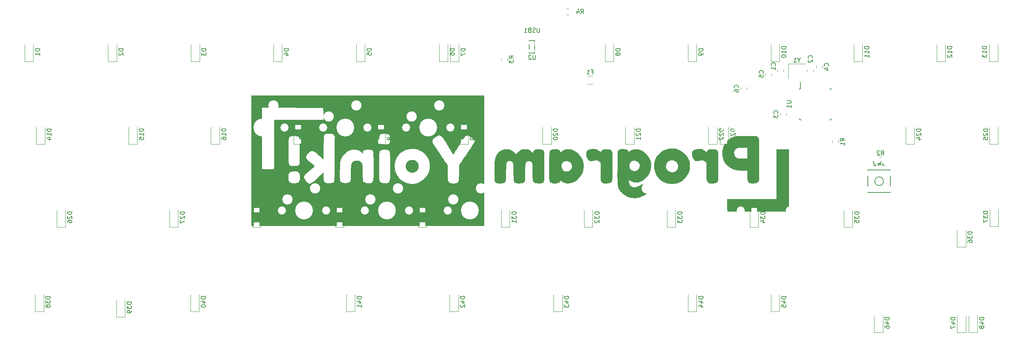
<source format=gbo>
G04 #@! TF.GenerationSoftware,KiCad,Pcbnew,5.1.7-a382d34a8~87~ubuntu20.04.1*
G04 #@! TF.CreationDate,2020-10-08T17:39:55-07:00*
G04 #@! TF.ProjectId,Program Yoink,50726f67-7261-46d2-9059-6f696e6b2e6b,rev?*
G04 #@! TF.SameCoordinates,Original*
G04 #@! TF.FileFunction,Legend,Bot*
G04 #@! TF.FilePolarity,Positive*
%FSLAX46Y46*%
G04 Gerber Fmt 4.6, Leading zero omitted, Abs format (unit mm)*
G04 Created by KiCad (PCBNEW 5.1.7-a382d34a8~87~ubuntu20.04.1) date 2020-10-08 17:39:55*
%MOMM*%
%LPD*%
G01*
G04 APERTURE LIST*
%ADD10C,0.010000*%
%ADD11C,0.120000*%
%ADD12C,0.150000*%
%ADD13C,2.352000*%
%ADD14C,4.089800*%
%ADD15C,1.852000*%
%ADD16C,0.752000*%
%ADD17C,2.102000*%
%ADD18C,3.150000*%
G04 APERTURE END LIST*
D10*
G36*
X-18288000Y225520250D02*
G01*
X-18319750Y225488500D01*
X-18351500Y225520250D01*
X-18319750Y225552000D01*
X-18288000Y225520250D01*
G37*
X-18288000Y225520250D02*
X-18319750Y225488500D01*
X-18351500Y225520250D01*
X-18319750Y225552000D01*
X-18288000Y225520250D01*
G36*
X-57933167Y218990334D02*
G01*
X-57941884Y218952583D01*
X-57975500Y218948000D01*
X-58027768Y218971234D01*
X-58017834Y218990334D01*
X-57942474Y218997934D01*
X-57933167Y218990334D01*
G37*
X-57933167Y218990334D02*
X-57941884Y218952583D01*
X-57975500Y218948000D01*
X-58027768Y218971234D01*
X-58017834Y218990334D01*
X-57942474Y218997934D01*
X-57933167Y218990334D01*
G36*
X-30622616Y224325815D02*
G01*
X-30355229Y224305934D01*
X-30165075Y224264983D01*
X-30002571Y224188746D01*
X-29892366Y224116404D01*
X-29594732Y223845301D01*
X-29405256Y223519922D01*
X-29317371Y223126759D01*
X-29309273Y222916750D01*
X-29333961Y222571476D01*
X-29398189Y222316592D01*
X-29419074Y222271590D01*
X-29519790Y222125449D01*
X-29661974Y221970480D01*
X-29816005Y221832871D01*
X-29952262Y221738812D01*
X-30041126Y221714492D01*
X-30046367Y221716967D01*
X-30096456Y221703360D01*
X-30099000Y221685233D01*
X-30155639Y221626814D01*
X-30299149Y221568238D01*
X-30489919Y221520816D01*
X-30688339Y221495858D01*
X-30765750Y221494837D01*
X-30967992Y221519915D01*
X-31162625Y221567169D01*
X-31301384Y221625879D01*
X-31367982Y221681964D01*
X-31369000Y221687686D01*
X-31421179Y221734566D01*
X-31474083Y221742000D01*
X-31574331Y221785477D01*
X-31718624Y221897077D01*
X-31818284Y221993367D01*
X-32029718Y222302618D01*
X-32147331Y222666706D01*
X-32170846Y223054564D01*
X-32099983Y223435130D01*
X-31934463Y223777338D01*
X-31835418Y223903523D01*
X-31574835Y224129744D01*
X-31270319Y224267656D01*
X-30897131Y224325871D01*
X-30622616Y224325815D01*
G37*
X-30622616Y224325815D02*
X-30355229Y224305934D01*
X-30165075Y224264983D01*
X-30002571Y224188746D01*
X-29892366Y224116404D01*
X-29594732Y223845301D01*
X-29405256Y223519922D01*
X-29317371Y223126759D01*
X-29309273Y222916750D01*
X-29333961Y222571476D01*
X-29398189Y222316592D01*
X-29419074Y222271590D01*
X-29519790Y222125449D01*
X-29661974Y221970480D01*
X-29816005Y221832871D01*
X-29952262Y221738812D01*
X-30041126Y221714492D01*
X-30046367Y221716967D01*
X-30096456Y221703360D01*
X-30099000Y221685233D01*
X-30155639Y221626814D01*
X-30299149Y221568238D01*
X-30489919Y221520816D01*
X-30688339Y221495858D01*
X-30765750Y221494837D01*
X-30967992Y221519915D01*
X-31162625Y221567169D01*
X-31301384Y221625879D01*
X-31367982Y221681964D01*
X-31369000Y221687686D01*
X-31421179Y221734566D01*
X-31474083Y221742000D01*
X-31574331Y221785477D01*
X-31718624Y221897077D01*
X-31818284Y221993367D01*
X-32029718Y222302618D01*
X-32147331Y222666706D01*
X-32170846Y223054564D01*
X-32099983Y223435130D01*
X-31934463Y223777338D01*
X-31835418Y223903523D01*
X-31574835Y224129744D01*
X-31270319Y224267656D01*
X-30897131Y224325871D01*
X-30622616Y224325815D01*
G36*
X45935101Y229858518D02*
G01*
X46186693Y229856516D01*
X46773312Y229851332D01*
X47246470Y229846014D01*
X47619705Y229839703D01*
X47906554Y229831547D01*
X48120554Y229820688D01*
X48275243Y229806272D01*
X48384159Y229787443D01*
X48460837Y229763346D01*
X48518816Y229733125D01*
X48557070Y229706737D01*
X48711011Y229556416D01*
X48841524Y229369992D01*
X48848127Y229357487D01*
X48869091Y229310295D01*
X48887202Y229250218D01*
X48902628Y229168441D01*
X48915537Y229056153D01*
X48926098Y228904540D01*
X48934478Y228704790D01*
X48940846Y228448088D01*
X48945369Y228125623D01*
X48948217Y227728582D01*
X48949557Y227248150D01*
X48949558Y226675517D01*
X48948387Y226001868D01*
X48946213Y225218391D01*
X48943377Y224365997D01*
X48940213Y223474163D01*
X48937189Y222700550D01*
X48934043Y222036380D01*
X48930510Y221472876D01*
X48926326Y221001259D01*
X48921229Y220612752D01*
X48914953Y220298576D01*
X48907237Y220049954D01*
X48897815Y219858108D01*
X48886424Y219714259D01*
X48872800Y219609630D01*
X48856680Y219535442D01*
X48837801Y219482918D01*
X48815897Y219443280D01*
X48794583Y219412997D01*
X48610095Y219255207D01*
X48332372Y219132203D01*
X47991842Y219049864D01*
X47618938Y219014071D01*
X47244088Y219030702D01*
X47021750Y219070474D01*
X46807201Y219132263D01*
X46641288Y219212014D01*
X46517456Y219325824D01*
X46429152Y219489788D01*
X46369820Y219720002D01*
X46332905Y220032563D01*
X46311853Y220443565D01*
X46302331Y220837125D01*
X46281413Y221996000D01*
X45159331Y221996939D01*
X44620461Y222003255D01*
X44182409Y222024202D01*
X43819400Y222064278D01*
X43505659Y222127985D01*
X43215407Y222219820D01*
X42922870Y222344284D01*
X42785159Y222411361D01*
X42362461Y222638675D01*
X42023864Y222859860D01*
X41731086Y223102721D01*
X41474996Y223362949D01*
X41091650Y223873784D01*
X40804540Y224451186D01*
X40616339Y225075842D01*
X40529719Y225728441D01*
X40535339Y225939174D01*
X43180000Y225939174D01*
X43212140Y225586892D01*
X43318353Y225305766D01*
X43485664Y225083618D01*
X43633712Y224940817D01*
X43788290Y224834130D01*
X43970535Y224758472D01*
X44201585Y224708764D01*
X44502577Y224679920D01*
X44894648Y224666861D01*
X45229189Y224664395D01*
X46294129Y224663000D01*
X46276939Y225948875D01*
X46259750Y227234750D01*
X45405982Y227252555D01*
X44915678Y227255324D01*
X44529827Y227237882D01*
X44226890Y227195997D01*
X43985330Y227125435D01*
X43783607Y227021964D01*
X43624383Y226902419D01*
X43371707Y226632976D01*
X43229199Y226337086D01*
X43180366Y225979002D01*
X43180000Y225939174D01*
X40535339Y225939174D01*
X40547354Y226389670D01*
X40671918Y227040219D01*
X40885970Y227618511D01*
X41198678Y228171083D01*
X41587075Y228642843D01*
X42065695Y229048020D01*
X42649070Y229400840D01*
X42767250Y229460340D01*
X42986387Y229565022D01*
X43185330Y229650437D01*
X43379789Y229718403D01*
X43585473Y229770741D01*
X43818093Y229809272D01*
X44093360Y229835815D01*
X44426984Y229852191D01*
X44834675Y229860220D01*
X45332144Y229861723D01*
X45935101Y229858518D01*
G37*
X45935101Y229858518D02*
X46186693Y229856516D01*
X46773312Y229851332D01*
X47246470Y229846014D01*
X47619705Y229839703D01*
X47906554Y229831547D01*
X48120554Y229820688D01*
X48275243Y229806272D01*
X48384159Y229787443D01*
X48460837Y229763346D01*
X48518816Y229733125D01*
X48557070Y229706737D01*
X48711011Y229556416D01*
X48841524Y229369992D01*
X48848127Y229357487D01*
X48869091Y229310295D01*
X48887202Y229250218D01*
X48902628Y229168441D01*
X48915537Y229056153D01*
X48926098Y228904540D01*
X48934478Y228704790D01*
X48940846Y228448088D01*
X48945369Y228125623D01*
X48948217Y227728582D01*
X48949557Y227248150D01*
X48949558Y226675517D01*
X48948387Y226001868D01*
X48946213Y225218391D01*
X48943377Y224365997D01*
X48940213Y223474163D01*
X48937189Y222700550D01*
X48934043Y222036380D01*
X48930510Y221472876D01*
X48926326Y221001259D01*
X48921229Y220612752D01*
X48914953Y220298576D01*
X48907237Y220049954D01*
X48897815Y219858108D01*
X48886424Y219714259D01*
X48872800Y219609630D01*
X48856680Y219535442D01*
X48837801Y219482918D01*
X48815897Y219443280D01*
X48794583Y219412997D01*
X48610095Y219255207D01*
X48332372Y219132203D01*
X47991842Y219049864D01*
X47618938Y219014071D01*
X47244088Y219030702D01*
X47021750Y219070474D01*
X46807201Y219132263D01*
X46641288Y219212014D01*
X46517456Y219325824D01*
X46429152Y219489788D01*
X46369820Y219720002D01*
X46332905Y220032563D01*
X46311853Y220443565D01*
X46302331Y220837125D01*
X46281413Y221996000D01*
X45159331Y221996939D01*
X44620461Y222003255D01*
X44182409Y222024202D01*
X43819400Y222064278D01*
X43505659Y222127985D01*
X43215407Y222219820D01*
X42922870Y222344284D01*
X42785159Y222411361D01*
X42362461Y222638675D01*
X42023864Y222859860D01*
X41731086Y223102721D01*
X41474996Y223362949D01*
X41091650Y223873784D01*
X40804540Y224451186D01*
X40616339Y225075842D01*
X40529719Y225728441D01*
X40535339Y225939174D01*
X43180000Y225939174D01*
X43212140Y225586892D01*
X43318353Y225305766D01*
X43485664Y225083618D01*
X43633712Y224940817D01*
X43788290Y224834130D01*
X43970535Y224758472D01*
X44201585Y224708764D01*
X44502577Y224679920D01*
X44894648Y224666861D01*
X45229189Y224664395D01*
X46294129Y224663000D01*
X46276939Y225948875D01*
X46259750Y227234750D01*
X45405982Y227252555D01*
X44915678Y227255324D01*
X44529827Y227237882D01*
X44226890Y227195997D01*
X43985330Y227125435D01*
X43783607Y227021964D01*
X43624383Y226902419D01*
X43371707Y226632976D01*
X43229199Y226337086D01*
X43180366Y225979002D01*
X43180000Y225939174D01*
X40535339Y225939174D01*
X40547354Y226389670D01*
X40671918Y227040219D01*
X40885970Y227618511D01*
X41198678Y228171083D01*
X41587075Y228642843D01*
X42065695Y229048020D01*
X42649070Y229400840D01*
X42767250Y229460340D01*
X42986387Y229565022D01*
X43185330Y229650437D01*
X43379789Y229718403D01*
X43585473Y229770741D01*
X43818093Y229809272D01*
X44093360Y229835815D01*
X44426984Y229852191D01*
X44834675Y229860220D01*
X45332144Y229861723D01*
X45935101Y229858518D01*
G36*
X35525172Y226876328D02*
G01*
X35690874Y226845539D01*
X35861435Y226783618D01*
X36020277Y226711796D01*
X36269789Y226580190D01*
X36509912Y226429262D01*
X36660515Y226314907D01*
X36800123Y226200155D01*
X36895946Y226136016D01*
X36919306Y226130925D01*
X36959536Y226198257D01*
X37031470Y226333585D01*
X37048682Y226367190D01*
X37199322Y226567597D01*
X37423035Y226706085D01*
X37732932Y226787114D01*
X38142125Y226815145D01*
X38355819Y226811879D01*
X38724614Y226787212D01*
X38993286Y226734899D01*
X39187733Y226643044D01*
X39333854Y226499746D01*
X39449276Y226309487D01*
X39474520Y226251481D01*
X39495652Y226177666D01*
X39513032Y226077016D01*
X39527021Y225938505D01*
X39537980Y225751108D01*
X39546269Y225503800D01*
X39552249Y225185554D01*
X39556282Y224785344D01*
X39558727Y224292146D01*
X39559947Y223694934D01*
X39560300Y222982681D01*
X39560302Y222916750D01*
X39560226Y222163845D01*
X39559162Y221527342D01*
X39555857Y220996645D01*
X39549058Y220561157D01*
X39537509Y220210281D01*
X39519959Y219933419D01*
X39495153Y219719975D01*
X39461838Y219559352D01*
X39418760Y219440952D01*
X39364666Y219354180D01*
X39298302Y219288437D01*
X39218414Y219233127D01*
X39123749Y219177652D01*
X39117560Y219174080D01*
X38923475Y219103971D01*
X38643733Y219054256D01*
X38318318Y219026811D01*
X37987216Y219023514D01*
X37690411Y219046244D01*
X37468503Y219096644D01*
X37210415Y219257822D01*
X37033662Y219516101D01*
X36952495Y219782507D01*
X36938485Y219917461D01*
X36925650Y220160157D01*
X36914505Y220491338D01*
X36905568Y220891748D01*
X36899353Y221342130D01*
X36896377Y221823227D01*
X36896265Y221880003D01*
X36893500Y223700756D01*
X36726762Y223898913D01*
X36434419Y224158552D01*
X36092749Y224301164D01*
X35701619Y224326804D01*
X35695115Y224326276D01*
X35415242Y224288859D01*
X35120444Y224228592D01*
X35007230Y224198358D01*
X34663781Y224139281D01*
X34376177Y224188201D01*
X34128214Y224348524D01*
X34083419Y224392724D01*
X33891629Y224657289D01*
X33742396Y224988427D01*
X33641806Y225353436D01*
X33595944Y225719617D01*
X33610894Y226054269D01*
X33692740Y226324690D01*
X33716252Y226365945D01*
X33914149Y226579304D01*
X34205894Y226733401D01*
X34599371Y226831273D01*
X35033019Y226873164D01*
X35320497Y226883148D01*
X35525172Y226876328D01*
G37*
X35525172Y226876328D02*
X35690874Y226845539D01*
X35861435Y226783618D01*
X36020277Y226711796D01*
X36269789Y226580190D01*
X36509912Y226429262D01*
X36660515Y226314907D01*
X36800123Y226200155D01*
X36895946Y226136016D01*
X36919306Y226130925D01*
X36959536Y226198257D01*
X37031470Y226333585D01*
X37048682Y226367190D01*
X37199322Y226567597D01*
X37423035Y226706085D01*
X37732932Y226787114D01*
X38142125Y226815145D01*
X38355819Y226811879D01*
X38724614Y226787212D01*
X38993286Y226734899D01*
X39187733Y226643044D01*
X39333854Y226499746D01*
X39449276Y226309487D01*
X39474520Y226251481D01*
X39495652Y226177666D01*
X39513032Y226077016D01*
X39527021Y225938505D01*
X39537980Y225751108D01*
X39546269Y225503800D01*
X39552249Y225185554D01*
X39556282Y224785344D01*
X39558727Y224292146D01*
X39559947Y223694934D01*
X39560300Y222982681D01*
X39560302Y222916750D01*
X39560226Y222163845D01*
X39559162Y221527342D01*
X39555857Y220996645D01*
X39549058Y220561157D01*
X39537509Y220210281D01*
X39519959Y219933419D01*
X39495153Y219719975D01*
X39461838Y219559352D01*
X39418760Y219440952D01*
X39364666Y219354180D01*
X39298302Y219288437D01*
X39218414Y219233127D01*
X39123749Y219177652D01*
X39117560Y219174080D01*
X38923475Y219103971D01*
X38643733Y219054256D01*
X38318318Y219026811D01*
X37987216Y219023514D01*
X37690411Y219046244D01*
X37468503Y219096644D01*
X37210415Y219257822D01*
X37033662Y219516101D01*
X36952495Y219782507D01*
X36938485Y219917461D01*
X36925650Y220160157D01*
X36914505Y220491338D01*
X36905568Y220891748D01*
X36899353Y221342130D01*
X36896377Y221823227D01*
X36896265Y221880003D01*
X36893500Y223700756D01*
X36726762Y223898913D01*
X36434419Y224158552D01*
X36092749Y224301164D01*
X35701619Y224326804D01*
X35695115Y224326276D01*
X35415242Y224288859D01*
X35120444Y224228592D01*
X35007230Y224198358D01*
X34663781Y224139281D01*
X34376177Y224188201D01*
X34128214Y224348524D01*
X34083419Y224392724D01*
X33891629Y224657289D01*
X33742396Y224988427D01*
X33641806Y225353436D01*
X33595944Y225719617D01*
X33610894Y226054269D01*
X33692740Y226324690D01*
X33716252Y226365945D01*
X33914149Y226579304D01*
X34205894Y226733401D01*
X34599371Y226831273D01*
X35033019Y226873164D01*
X35320497Y226883148D01*
X35525172Y226876328D01*
G36*
X11203187Y226878977D02*
G01*
X11364645Y226849713D01*
X11531062Y226788028D01*
X11746348Y226685618D01*
X11767246Y226675294D01*
X12013535Y226540632D01*
X12237901Y226395711D01*
X12395612Y226269686D01*
X12406788Y226258418D01*
X12589827Y226067237D01*
X12724288Y226333494D01*
X12832387Y226512406D01*
X12961828Y226638742D01*
X13135526Y226721043D01*
X13376396Y226767852D01*
X13707353Y226787713D01*
X13949468Y226790250D01*
X14328588Y226781671D01*
X14606115Y226749239D01*
X14806701Y226682914D01*
X14955001Y226572656D01*
X15075666Y226408425D01*
X15129973Y226309487D01*
X15155132Y226253162D01*
X15176119Y226183024D01*
X15193234Y226088166D01*
X15206776Y225957678D01*
X15217044Y225780650D01*
X15224339Y225546175D01*
X15228960Y225243342D01*
X15231206Y224861243D01*
X15231378Y224388970D01*
X15229776Y223815612D01*
X15226697Y223130261D01*
X15225223Y222841967D01*
X15221308Y222116213D01*
X15217474Y221506631D01*
X15213248Y221002395D01*
X15208158Y220592679D01*
X15201731Y220266656D01*
X15193495Y220013500D01*
X15182976Y219822385D01*
X15169703Y219682484D01*
X15153202Y219582970D01*
X15133002Y219513017D01*
X15108628Y219461800D01*
X15079610Y219418490D01*
X15075539Y219412967D01*
X14925252Y219257366D01*
X14758039Y219141541D01*
X14581627Y219089179D01*
X14318450Y219052482D01*
X14007900Y219032547D01*
X13689374Y219030473D01*
X13402268Y219047359D01*
X13185975Y219084304D01*
X13148003Y219096644D01*
X12893044Y219254694D01*
X12719416Y219507376D01*
X12630813Y219817206D01*
X12617466Y219960737D01*
X12605176Y220211394D01*
X12594456Y220549306D01*
X12585818Y220954598D01*
X12579775Y221407399D01*
X12576840Y221887837D01*
X12576785Y221911753D01*
X12573000Y223700756D01*
X12406262Y223898913D01*
X12113919Y224158552D01*
X11772249Y224301164D01*
X11381119Y224326804D01*
X11374615Y224326276D01*
X11094742Y224288859D01*
X10799944Y224228592D01*
X10686730Y224198358D01*
X10343281Y224139281D01*
X10055677Y224188201D01*
X9807714Y224348524D01*
X9762919Y224392724D01*
X9571129Y224657289D01*
X9421896Y224988427D01*
X9321306Y225353436D01*
X9275444Y225719617D01*
X9290394Y226054269D01*
X9372240Y226324690D01*
X9395752Y226365945D01*
X9591306Y226577749D01*
X9878848Y226731045D01*
X10267029Y226829150D01*
X10719496Y226873469D01*
X11002774Y226884127D01*
X11203187Y226878977D01*
G37*
X11203187Y226878977D02*
X11364645Y226849713D01*
X11531062Y226788028D01*
X11746348Y226685618D01*
X11767246Y226675294D01*
X12013535Y226540632D01*
X12237901Y226395711D01*
X12395612Y226269686D01*
X12406788Y226258418D01*
X12589827Y226067237D01*
X12724288Y226333494D01*
X12832387Y226512406D01*
X12961828Y226638742D01*
X13135526Y226721043D01*
X13376396Y226767852D01*
X13707353Y226787713D01*
X13949468Y226790250D01*
X14328588Y226781671D01*
X14606115Y226749239D01*
X14806701Y226682914D01*
X14955001Y226572656D01*
X15075666Y226408425D01*
X15129973Y226309487D01*
X15155132Y226253162D01*
X15176119Y226183024D01*
X15193234Y226088166D01*
X15206776Y225957678D01*
X15217044Y225780650D01*
X15224339Y225546175D01*
X15228960Y225243342D01*
X15231206Y224861243D01*
X15231378Y224388970D01*
X15229776Y223815612D01*
X15226697Y223130261D01*
X15225223Y222841967D01*
X15221308Y222116213D01*
X15217474Y221506631D01*
X15213248Y221002395D01*
X15208158Y220592679D01*
X15201731Y220266656D01*
X15193495Y220013500D01*
X15182976Y219822385D01*
X15169703Y219682484D01*
X15153202Y219582970D01*
X15133002Y219513017D01*
X15108628Y219461800D01*
X15079610Y219418490D01*
X15075539Y219412967D01*
X14925252Y219257366D01*
X14758039Y219141541D01*
X14581627Y219089179D01*
X14318450Y219052482D01*
X14007900Y219032547D01*
X13689374Y219030473D01*
X13402268Y219047359D01*
X13185975Y219084304D01*
X13148003Y219096644D01*
X12893044Y219254694D01*
X12719416Y219507376D01*
X12630813Y219817206D01*
X12617466Y219960737D01*
X12605176Y220211394D01*
X12594456Y220549306D01*
X12585818Y220954598D01*
X12579775Y221407399D01*
X12576840Y221887837D01*
X12576785Y221911753D01*
X12573000Y223700756D01*
X12406262Y223898913D01*
X12113919Y224158552D01*
X11772249Y224301164D01*
X11381119Y224326804D01*
X11374615Y224326276D01*
X11094742Y224288859D01*
X10799944Y224228592D01*
X10686730Y224198358D01*
X10343281Y224139281D01*
X10055677Y224188201D01*
X9807714Y224348524D01*
X9762919Y224392724D01*
X9571129Y224657289D01*
X9421896Y224988427D01*
X9321306Y225353436D01*
X9275444Y225719617D01*
X9290394Y226054269D01*
X9372240Y226324690D01*
X9395752Y226365945D01*
X9591306Y226577749D01*
X9878848Y226731045D01*
X10267029Y226829150D01*
X10719496Y226873469D01*
X11002774Y226884127D01*
X11203187Y226878977D01*
G36*
X2508807Y226792465D02*
G01*
X2862470Y226701416D01*
X3118771Y226544919D01*
X3285575Y226319140D01*
X3332747Y226196521D01*
X3378091Y226047292D01*
X3578170Y226240708D01*
X3919013Y226490671D01*
X4339750Y226674873D01*
X4807163Y226785291D01*
X5288030Y226813905D01*
X5723815Y226758771D01*
X6246226Y226578858D01*
X6764681Y226292533D01*
X7256040Y225918924D01*
X7697162Y225477160D01*
X8064907Y224986372D01*
X8239146Y224679445D01*
X8369465Y224394034D01*
X8484113Y224098501D01*
X8562765Y223846427D01*
X8574863Y223794368D01*
X8619508Y223443063D01*
X8630342Y223020074D01*
X8610019Y222569543D01*
X8561189Y222135613D01*
X8486507Y221762429D01*
X8444448Y221624016D01*
X8204619Y221101638D01*
X7865883Y220586341D01*
X7454116Y220108255D01*
X6995195Y219697508D01*
X6525572Y219389839D01*
X6037058Y219184574D01*
X5522358Y219067001D01*
X5005186Y219036241D01*
X4509256Y219091412D01*
X4058283Y219231636D01*
X3675980Y219456033D01*
X3625398Y219497433D01*
X3477971Y219617996D01*
X3375945Y219690799D01*
X3346588Y219701673D01*
X3311736Y219634728D01*
X3244289Y219503505D01*
X3237849Y219490930D01*
X3091189Y219294676D01*
X2874244Y219159698D01*
X2568932Y219077864D01*
X2245984Y219045039D01*
X1968909Y219038317D01*
X1707694Y219046070D01*
X1515429Y219066593D01*
X1504011Y219068862D01*
X1294742Y219136714D01*
X1109900Y219233608D01*
X1096679Y219243106D01*
X1023580Y219301246D01*
X961822Y219364615D01*
X910520Y219443731D01*
X868789Y219549111D01*
X835743Y219691272D01*
X810496Y219880733D01*
X792162Y220128011D01*
X779857Y220443622D01*
X772693Y220838085D01*
X769786Y221321917D01*
X770250Y221905635D01*
X773200Y222599757D01*
X775485Y223017753D01*
X3505210Y223017753D01*
X3531320Y222622160D01*
X3673310Y222276244D01*
X3915309Y221988625D01*
X4118534Y221821288D01*
X4305403Y221727666D01*
X4528638Y221687897D01*
X4730750Y221681476D01*
X5038023Y221703946D01*
X5283466Y221781658D01*
X5363108Y221822959D01*
X5672345Y222063421D01*
X5884635Y222365409D01*
X5997415Y222706191D01*
X6008121Y223063034D01*
X5914190Y223413207D01*
X5713056Y223733975D01*
X5592589Y223857550D01*
X5264620Y224079891D01*
X4916626Y224189400D01*
X4568126Y224193928D01*
X4238639Y224101329D01*
X3947685Y223919457D01*
X3714784Y223656164D01*
X3559455Y223319303D01*
X3505210Y223017753D01*
X775485Y223017753D01*
X775689Y223055036D01*
X779898Y223773264D01*
X784008Y224375439D01*
X788506Y224872509D01*
X793877Y225275418D01*
X800609Y225595113D01*
X809189Y225842541D01*
X820101Y226028648D01*
X833834Y226164380D01*
X850873Y226260683D01*
X871705Y226328504D01*
X896817Y226378789D01*
X925263Y226420536D01*
X1100209Y226605708D01*
X1319611Y226728372D01*
X1608271Y226797380D01*
X1990995Y226821584D01*
X2049914Y226821902D01*
X2508807Y226792465D01*
G37*
X2508807Y226792465D02*
X2862470Y226701416D01*
X3118771Y226544919D01*
X3285575Y226319140D01*
X3332747Y226196521D01*
X3378091Y226047292D01*
X3578170Y226240708D01*
X3919013Y226490671D01*
X4339750Y226674873D01*
X4807163Y226785291D01*
X5288030Y226813905D01*
X5723815Y226758771D01*
X6246226Y226578858D01*
X6764681Y226292533D01*
X7256040Y225918924D01*
X7697162Y225477160D01*
X8064907Y224986372D01*
X8239146Y224679445D01*
X8369465Y224394034D01*
X8484113Y224098501D01*
X8562765Y223846427D01*
X8574863Y223794368D01*
X8619508Y223443063D01*
X8630342Y223020074D01*
X8610019Y222569543D01*
X8561189Y222135613D01*
X8486507Y221762429D01*
X8444448Y221624016D01*
X8204619Y221101638D01*
X7865883Y220586341D01*
X7454116Y220108255D01*
X6995195Y219697508D01*
X6525572Y219389839D01*
X6037058Y219184574D01*
X5522358Y219067001D01*
X5005186Y219036241D01*
X4509256Y219091412D01*
X4058283Y219231636D01*
X3675980Y219456033D01*
X3625398Y219497433D01*
X3477971Y219617996D01*
X3375945Y219690799D01*
X3346588Y219701673D01*
X3311736Y219634728D01*
X3244289Y219503505D01*
X3237849Y219490930D01*
X3091189Y219294676D01*
X2874244Y219159698D01*
X2568932Y219077864D01*
X2245984Y219045039D01*
X1968909Y219038317D01*
X1707694Y219046070D01*
X1515429Y219066593D01*
X1504011Y219068862D01*
X1294742Y219136714D01*
X1109900Y219233608D01*
X1096679Y219243106D01*
X1023580Y219301246D01*
X961822Y219364615D01*
X910520Y219443731D01*
X868789Y219549111D01*
X835743Y219691272D01*
X810496Y219880733D01*
X792162Y220128011D01*
X779857Y220443622D01*
X772693Y220838085D01*
X769786Y221321917D01*
X770250Y221905635D01*
X773200Y222599757D01*
X775485Y223017753D01*
X3505210Y223017753D01*
X3531320Y222622160D01*
X3673310Y222276244D01*
X3915309Y221988625D01*
X4118534Y221821288D01*
X4305403Y221727666D01*
X4528638Y221687897D01*
X4730750Y221681476D01*
X5038023Y221703946D01*
X5283466Y221781658D01*
X5363108Y221822959D01*
X5672345Y222063421D01*
X5884635Y222365409D01*
X5997415Y222706191D01*
X6008121Y223063034D01*
X5914190Y223413207D01*
X5713056Y223733975D01*
X5592589Y223857550D01*
X5264620Y224079891D01*
X4916626Y224189400D01*
X4568126Y224193928D01*
X4238639Y224101329D01*
X3947685Y223919457D01*
X3714784Y223656164D01*
X3559455Y223319303D01*
X3505210Y223017753D01*
X775485Y223017753D01*
X775689Y223055036D01*
X779898Y223773264D01*
X784008Y224375439D01*
X788506Y224872509D01*
X793877Y225275418D01*
X800609Y225595113D01*
X809189Y225842541D01*
X820101Y226028648D01*
X833834Y226164380D01*
X850873Y226260683D01*
X871705Y226328504D01*
X896817Y226378789D01*
X925263Y226420536D01*
X1100209Y226605708D01*
X1319611Y226728372D01*
X1608271Y226797380D01*
X1990995Y226821584D01*
X2049914Y226821902D01*
X2508807Y226792465D01*
G36*
X-8778797Y226816775D02*
G01*
X-8450400Y226759129D01*
X-8300049Y226707425D01*
X-7986027Y226545595D01*
X-7664505Y226341333D01*
X-7372438Y226121081D01*
X-7146778Y225911283D01*
X-7084391Y225837535D01*
X-6906000Y225603652D01*
X-6622335Y225927923D01*
X-6215591Y226323748D01*
X-5785149Y226600863D01*
X-5314060Y226767378D01*
X-4785374Y226831405D01*
X-4732039Y226832446D01*
X-4298496Y226798850D01*
X-3921196Y226678086D01*
X-3568246Y226456684D01*
X-3320244Y226236240D01*
X-3148483Y226072118D01*
X-3043566Y225989636D01*
X-2985512Y225977752D01*
X-2954338Y226025424D01*
X-2952015Y226032759D01*
X-2835740Y226339728D01*
X-2688954Y226559402D01*
X-2491527Y226703458D01*
X-2223328Y226783573D01*
X-1864227Y226811424D01*
X-1614646Y226808502D01*
X-1246417Y226786732D01*
X-979081Y226741994D01*
X-787146Y226663816D01*
X-645123Y226541730D01*
X-527519Y226365264D01*
X-525197Y226361027D01*
X-499896Y226306926D01*
X-478677Y226237872D01*
X-461184Y226142988D01*
X-447063Y226011395D01*
X-435957Y225832216D01*
X-427512Y225594574D01*
X-421373Y225287589D01*
X-417184Y224900385D01*
X-414591Y224422084D01*
X-413239Y223841807D01*
X-412771Y223148677D01*
X-412750Y222916750D01*
X-412796Y222166244D01*
X-413637Y221532061D01*
X-416328Y221003525D01*
X-421924Y220569958D01*
X-431481Y220220686D01*
X-446053Y219945031D01*
X-466696Y219732316D01*
X-494464Y219571865D01*
X-530413Y219453002D01*
X-575599Y219365050D01*
X-631075Y219297333D01*
X-697898Y219239173D01*
X-777122Y219179896D01*
X-782440Y219175961D01*
X-877384Y219116674D01*
X-989317Y219077965D01*
X-1146406Y219055631D01*
X-1376816Y219045468D01*
X-1671440Y219043250D01*
X-2063766Y219051518D01*
X-2353335Y219081640D01*
X-2563633Y219141598D01*
X-2718143Y219239371D01*
X-2840350Y219382940D01*
X-2886047Y219456000D01*
X-2922826Y219525671D01*
X-2952389Y219605375D01*
X-2975822Y219709820D01*
X-2994210Y219853715D01*
X-3008639Y220051770D01*
X-3020194Y220318694D01*
X-3029963Y220669195D01*
X-3039031Y221117982D01*
X-3048000Y221649736D01*
X-3057695Y222210839D01*
X-3067369Y222659074D01*
X-3077970Y223008568D01*
X-3090447Y223273451D01*
X-3105747Y223467850D01*
X-3124818Y223605894D01*
X-3148610Y223701711D01*
X-3178069Y223769429D01*
X-3191760Y223791977D01*
X-3412803Y224028181D01*
X-3694895Y224153362D01*
X-3912688Y224176167D01*
X-4216038Y224125683D01*
X-4459533Y223969181D01*
X-4654571Y223699085D01*
X-4667250Y223674653D01*
X-4704076Y223593950D01*
X-4733394Y223502685D01*
X-4756285Y223385451D01*
X-4773829Y223226843D01*
X-4787107Y223011454D01*
X-4797199Y222723878D01*
X-4805184Y222348709D01*
X-4812143Y221870541D01*
X-4815979Y221553372D01*
X-4824137Y220958868D01*
X-4835108Y220477954D01*
X-4851478Y220097217D01*
X-4875833Y219803247D01*
X-4910761Y219582633D01*
X-4958847Y219421964D01*
X-5022678Y219307829D01*
X-5104840Y219226817D01*
X-5207920Y219165518D01*
X-5283029Y219131716D01*
X-5477452Y219080869D01*
X-5748728Y219049692D01*
X-6061588Y219037704D01*
X-6380762Y219044421D01*
X-6670980Y219069360D01*
X-6896973Y219112038D01*
X-7002893Y219155260D01*
X-7108619Y219227236D01*
X-7193617Y219299279D01*
X-7260428Y219385567D01*
X-7311591Y219500277D01*
X-7349648Y219657588D01*
X-7377138Y219871676D01*
X-7396602Y220156720D01*
X-7410580Y220526898D01*
X-7421612Y220996387D01*
X-7431698Y221548474D01*
X-7443396Y222150149D01*
X-7456773Y222638445D01*
X-7474063Y223026981D01*
X-7497496Y223329377D01*
X-7529305Y223559252D01*
X-7571722Y223730227D01*
X-7626978Y223855920D01*
X-7697307Y223949950D01*
X-7784939Y224025939D01*
X-7844438Y224067023D01*
X-8063184Y224151324D01*
X-8335341Y224177710D01*
X-8602937Y224145915D01*
X-8785938Y224071364D01*
X-8888946Y223998922D01*
X-8972115Y223921334D01*
X-9037836Y223824661D01*
X-9088501Y223694964D01*
X-9126504Y223518304D01*
X-9154235Y223280743D01*
X-9174088Y222968340D01*
X-9188455Y222567158D01*
X-9199727Y222063256D01*
X-9207500Y221615000D01*
X-9218009Y221026018D01*
X-9229829Y220550078D01*
X-9245372Y220173227D01*
X-9267052Y219881513D01*
X-9297284Y219660981D01*
X-9338481Y219497680D01*
X-9393057Y219377656D01*
X-9463425Y219286957D01*
X-9551998Y219211628D01*
X-9632843Y219156160D01*
X-9788282Y219098731D01*
X-10033897Y219056222D01*
X-10333588Y219030047D01*
X-10651250Y219021621D01*
X-10950781Y219032357D01*
X-11196079Y219063669D01*
X-11297053Y219090993D01*
X-11487506Y219198593D01*
X-11644716Y219347299D01*
X-11646303Y219349423D01*
X-11682546Y219403093D01*
X-11711719Y219465290D01*
X-11734746Y219549866D01*
X-11752551Y219670671D01*
X-11766056Y219841556D01*
X-11776185Y220076369D01*
X-11783861Y220388963D01*
X-11790007Y220793188D01*
X-11795547Y221302893D01*
X-11798690Y221635423D01*
X-11803270Y222248917D01*
X-11804222Y222751991D01*
X-11801025Y223161188D01*
X-11793158Y223493050D01*
X-11780100Y223764120D01*
X-11761331Y223990941D01*
X-11736330Y224190054D01*
X-11713975Y224326684D01*
X-11546394Y224978444D01*
X-11292288Y225537379D01*
X-10951250Y226004008D01*
X-10522872Y226378848D01*
X-10006747Y226662419D01*
X-9819406Y226735240D01*
X-9512899Y226805738D01*
X-9149497Y226832614D01*
X-8778797Y226816775D01*
G37*
X-8778797Y226816775D02*
X-8450400Y226759129D01*
X-8300049Y226707425D01*
X-7986027Y226545595D01*
X-7664505Y226341333D01*
X-7372438Y226121081D01*
X-7146778Y225911283D01*
X-7084391Y225837535D01*
X-6906000Y225603652D01*
X-6622335Y225927923D01*
X-6215591Y226323748D01*
X-5785149Y226600863D01*
X-5314060Y226767378D01*
X-4785374Y226831405D01*
X-4732039Y226832446D01*
X-4298496Y226798850D01*
X-3921196Y226678086D01*
X-3568246Y226456684D01*
X-3320244Y226236240D01*
X-3148483Y226072118D01*
X-3043566Y225989636D01*
X-2985512Y225977752D01*
X-2954338Y226025424D01*
X-2952015Y226032759D01*
X-2835740Y226339728D01*
X-2688954Y226559402D01*
X-2491527Y226703458D01*
X-2223328Y226783573D01*
X-1864227Y226811424D01*
X-1614646Y226808502D01*
X-1246417Y226786732D01*
X-979081Y226741994D01*
X-787146Y226663816D01*
X-645123Y226541730D01*
X-527519Y226365264D01*
X-525197Y226361027D01*
X-499896Y226306926D01*
X-478677Y226237872D01*
X-461184Y226142988D01*
X-447063Y226011395D01*
X-435957Y225832216D01*
X-427512Y225594574D01*
X-421373Y225287589D01*
X-417184Y224900385D01*
X-414591Y224422084D01*
X-413239Y223841807D01*
X-412771Y223148677D01*
X-412750Y222916750D01*
X-412796Y222166244D01*
X-413637Y221532061D01*
X-416328Y221003525D01*
X-421924Y220569958D01*
X-431481Y220220686D01*
X-446053Y219945031D01*
X-466696Y219732316D01*
X-494464Y219571865D01*
X-530413Y219453002D01*
X-575599Y219365050D01*
X-631075Y219297333D01*
X-697898Y219239173D01*
X-777122Y219179896D01*
X-782440Y219175961D01*
X-877384Y219116674D01*
X-989317Y219077965D01*
X-1146406Y219055631D01*
X-1376816Y219045468D01*
X-1671440Y219043250D01*
X-2063766Y219051518D01*
X-2353335Y219081640D01*
X-2563633Y219141598D01*
X-2718143Y219239371D01*
X-2840350Y219382940D01*
X-2886047Y219456000D01*
X-2922826Y219525671D01*
X-2952389Y219605375D01*
X-2975822Y219709820D01*
X-2994210Y219853715D01*
X-3008639Y220051770D01*
X-3020194Y220318694D01*
X-3029963Y220669195D01*
X-3039031Y221117982D01*
X-3048000Y221649736D01*
X-3057695Y222210839D01*
X-3067369Y222659074D01*
X-3077970Y223008568D01*
X-3090447Y223273451D01*
X-3105747Y223467850D01*
X-3124818Y223605894D01*
X-3148610Y223701711D01*
X-3178069Y223769429D01*
X-3191760Y223791977D01*
X-3412803Y224028181D01*
X-3694895Y224153362D01*
X-3912688Y224176167D01*
X-4216038Y224125683D01*
X-4459533Y223969181D01*
X-4654571Y223699085D01*
X-4667250Y223674653D01*
X-4704076Y223593950D01*
X-4733394Y223502685D01*
X-4756285Y223385451D01*
X-4773829Y223226843D01*
X-4787107Y223011454D01*
X-4797199Y222723878D01*
X-4805184Y222348709D01*
X-4812143Y221870541D01*
X-4815979Y221553372D01*
X-4824137Y220958868D01*
X-4835108Y220477954D01*
X-4851478Y220097217D01*
X-4875833Y219803247D01*
X-4910761Y219582633D01*
X-4958847Y219421964D01*
X-5022678Y219307829D01*
X-5104840Y219226817D01*
X-5207920Y219165518D01*
X-5283029Y219131716D01*
X-5477452Y219080869D01*
X-5748728Y219049692D01*
X-6061588Y219037704D01*
X-6380762Y219044421D01*
X-6670980Y219069360D01*
X-6896973Y219112038D01*
X-7002893Y219155260D01*
X-7108619Y219227236D01*
X-7193617Y219299279D01*
X-7260428Y219385567D01*
X-7311591Y219500277D01*
X-7349648Y219657588D01*
X-7377138Y219871676D01*
X-7396602Y220156720D01*
X-7410580Y220526898D01*
X-7421612Y220996387D01*
X-7431698Y221548474D01*
X-7443396Y222150149D01*
X-7456773Y222638445D01*
X-7474063Y223026981D01*
X-7497496Y223329377D01*
X-7529305Y223559252D01*
X-7571722Y223730227D01*
X-7626978Y223855920D01*
X-7697307Y223949950D01*
X-7784939Y224025939D01*
X-7844438Y224067023D01*
X-8063184Y224151324D01*
X-8335341Y224177710D01*
X-8602937Y224145915D01*
X-8785938Y224071364D01*
X-8888946Y223998922D01*
X-8972115Y223921334D01*
X-9037836Y223824661D01*
X-9088501Y223694964D01*
X-9126504Y223518304D01*
X-9154235Y223280743D01*
X-9174088Y222968340D01*
X-9188455Y222567158D01*
X-9199727Y222063256D01*
X-9207500Y221615000D01*
X-9218009Y221026018D01*
X-9229829Y220550078D01*
X-9245372Y220173227D01*
X-9267052Y219881513D01*
X-9297284Y219660981D01*
X-9338481Y219497680D01*
X-9393057Y219377656D01*
X-9463425Y219286957D01*
X-9551998Y219211628D01*
X-9632843Y219156160D01*
X-9788282Y219098731D01*
X-10033897Y219056222D01*
X-10333588Y219030047D01*
X-10651250Y219021621D01*
X-10950781Y219032357D01*
X-11196079Y219063669D01*
X-11297053Y219090993D01*
X-11487506Y219198593D01*
X-11644716Y219347299D01*
X-11646303Y219349423D01*
X-11682546Y219403093D01*
X-11711719Y219465290D01*
X-11734746Y219549866D01*
X-11752551Y219670671D01*
X-11766056Y219841556D01*
X-11776185Y220076369D01*
X-11783861Y220388963D01*
X-11790007Y220793188D01*
X-11795547Y221302893D01*
X-11798690Y221635423D01*
X-11803270Y222248917D01*
X-11804222Y222751991D01*
X-11801025Y223161188D01*
X-11793158Y223493050D01*
X-11780100Y223764120D01*
X-11761331Y223990941D01*
X-11736330Y224190054D01*
X-11713975Y224326684D01*
X-11546394Y224978444D01*
X-11292288Y225537379D01*
X-10951250Y226004008D01*
X-10522872Y226378848D01*
X-10006747Y226662419D01*
X-9819406Y226735240D01*
X-9512899Y226805738D01*
X-9149497Y226832614D01*
X-8778797Y226816775D01*
G36*
X29789640Y226927433D02*
G01*
X30162500Y226830091D01*
X30773272Y226573866D01*
X31343142Y226215906D01*
X31855724Y225773150D01*
X32294636Y225262540D01*
X32643494Y224701015D01*
X32885913Y224105516D01*
X32921986Y223976874D01*
X32984803Y223623018D01*
X33017593Y223196152D01*
X33020313Y222743545D01*
X32992922Y222312469D01*
X32935377Y221950196D01*
X32923828Y221903520D01*
X32736265Y221391243D01*
X32450695Y220870594D01*
X32089821Y220372665D01*
X31676349Y219928547D01*
X31232983Y219569335D01*
X31206170Y219551323D01*
X30970494Y219414110D01*
X30672935Y219267345D01*
X30372653Y219139917D01*
X30333639Y219125219D01*
X29809440Y218980972D01*
X29228007Y218904503D01*
X28636490Y218898064D01*
X28082040Y218963906D01*
X27890185Y219008534D01*
X27230229Y219251448D01*
X26616699Y219604121D01*
X26068970Y220052562D01*
X25606415Y220582776D01*
X25501657Y220733567D01*
X25210802Y221283584D01*
X25012344Y221897955D01*
X24907615Y222552508D01*
X24903586Y222832143D01*
X27533249Y222832143D01*
X27614610Y222427901D01*
X27806936Y222083957D01*
X28107611Y221804837D01*
X28514017Y221595065D01*
X28556119Y221579588D01*
X28788585Y221511477D01*
X28990501Y221497684D01*
X29220230Y221538087D01*
X29361520Y221577898D01*
X29762527Y221754007D01*
X30065006Y222009954D01*
X30267021Y222343117D01*
X30366632Y222750874D01*
X30377517Y222952363D01*
X30366785Y223220780D01*
X30322272Y223424364D01*
X30229274Y223623841D01*
X30204431Y223667105D01*
X29963682Y223969510D01*
X29663114Y224182225D01*
X29323044Y224308135D01*
X28963791Y224350128D01*
X28605672Y224311091D01*
X28269005Y224193911D01*
X27974109Y224001473D01*
X27741301Y223736666D01*
X27590900Y223402376D01*
X27565471Y223292158D01*
X27533249Y222832143D01*
X24903586Y222832143D01*
X24897952Y223223073D01*
X24984687Y223885478D01*
X25169155Y224515552D01*
X25278819Y224770444D01*
X25507062Y225149805D01*
X25825979Y225542988D01*
X26206508Y225921482D01*
X26619585Y226256777D01*
X27036148Y226520362D01*
X27092426Y226549583D01*
X27746820Y226813974D01*
X28427924Y226966306D01*
X29115582Y227004740D01*
X29789640Y226927433D01*
G37*
X29789640Y226927433D02*
X30162500Y226830091D01*
X30773272Y226573866D01*
X31343142Y226215906D01*
X31855724Y225773150D01*
X32294636Y225262540D01*
X32643494Y224701015D01*
X32885913Y224105516D01*
X32921986Y223976874D01*
X32984803Y223623018D01*
X33017593Y223196152D01*
X33020313Y222743545D01*
X32992922Y222312469D01*
X32935377Y221950196D01*
X32923828Y221903520D01*
X32736265Y221391243D01*
X32450695Y220870594D01*
X32089821Y220372665D01*
X31676349Y219928547D01*
X31232983Y219569335D01*
X31206170Y219551323D01*
X30970494Y219414110D01*
X30672935Y219267345D01*
X30372653Y219139917D01*
X30333639Y219125219D01*
X29809440Y218980972D01*
X29228007Y218904503D01*
X28636490Y218898064D01*
X28082040Y218963906D01*
X27890185Y219008534D01*
X27230229Y219251448D01*
X26616699Y219604121D01*
X26068970Y220052562D01*
X25606415Y220582776D01*
X25501657Y220733567D01*
X25210802Y221283584D01*
X25012344Y221897955D01*
X24907615Y222552508D01*
X24903586Y222832143D01*
X27533249Y222832143D01*
X27614610Y222427901D01*
X27806936Y222083957D01*
X28107611Y221804837D01*
X28514017Y221595065D01*
X28556119Y221579588D01*
X28788585Y221511477D01*
X28990501Y221497684D01*
X29220230Y221538087D01*
X29361520Y221577898D01*
X29762527Y221754007D01*
X30065006Y222009954D01*
X30267021Y222343117D01*
X30366632Y222750874D01*
X30377517Y222952363D01*
X30366785Y223220780D01*
X30322272Y223424364D01*
X30229274Y223623841D01*
X30204431Y223667105D01*
X29963682Y223969510D01*
X29663114Y224182225D01*
X29323044Y224308135D01*
X28963791Y224350128D01*
X28605672Y224311091D01*
X28269005Y224193911D01*
X27974109Y224001473D01*
X27741301Y223736666D01*
X27590900Y223402376D01*
X27565471Y223292158D01*
X27533249Y222832143D01*
X24903586Y222832143D01*
X24897952Y223223073D01*
X24984687Y223885478D01*
X25169155Y224515552D01*
X25278819Y224770444D01*
X25507062Y225149805D01*
X25825979Y225542988D01*
X26206508Y225921482D01*
X26619585Y226256777D01*
X27036148Y226520362D01*
X27092426Y226549583D01*
X27746820Y226813974D01*
X28427924Y226966306D01*
X29115582Y227004740D01*
X29789640Y226927433D01*
G36*
X18110083Y226833325D02*
G01*
X18400611Y226782572D01*
X18609399Y226688740D01*
X18757757Y226543149D01*
X18844137Y226390506D01*
X18915526Y226236337D01*
X18962909Y226139531D01*
X18969404Y226128130D01*
X19022005Y226148984D01*
X19129480Y226234635D01*
X19161787Y226264181D01*
X19536602Y226532623D01*
X19983989Y226715696D01*
X20478340Y226808589D01*
X20994047Y226806490D01*
X21505503Y226704588D01*
X21505633Y226704548D01*
X22049871Y226475048D01*
X22565802Y226137578D01*
X23036307Y225710677D01*
X23444268Y225212880D01*
X23772568Y224662726D01*
X24004087Y224078749D01*
X24035982Y223964500D01*
X24100713Y223579177D01*
X24122724Y223122174D01*
X24104039Y222640665D01*
X24046685Y222181829D01*
X23952684Y221792840D01*
X23941348Y221759604D01*
X23679968Y221190893D01*
X23318051Y220657409D01*
X22875961Y220179833D01*
X22374060Y219778849D01*
X21832713Y219475139D01*
X21600906Y219382416D01*
X21170002Y219278842D01*
X20704222Y219248883D01*
X20236177Y219288373D01*
X19798478Y219393146D01*
X19423737Y219559037D01*
X19246217Y219683183D01*
X19115708Y219783368D01*
X19025984Y219835077D01*
X19016264Y219837000D01*
X18986734Y219781018D01*
X18983948Y219635261D01*
X19003261Y219433014D01*
X19040026Y219207563D01*
X19089599Y218992193D01*
X19147335Y218820189D01*
X19162747Y218787383D01*
X19390224Y218444518D01*
X19668279Y218214732D01*
X20010705Y218089546D01*
X20347900Y218059000D01*
X20719664Y218095385D01*
X21089239Y218211867D01*
X21488035Y218419435D01*
X21625841Y218506166D01*
X21927543Y218681661D01*
X22170960Y218762375D01*
X22385445Y218745446D01*
X22600355Y218628009D01*
X22845042Y218407197D01*
X22866698Y218385069D01*
X23136779Y218085660D01*
X23315372Y217828854D01*
X23417091Y217587456D01*
X23456547Y217334269D01*
X23458183Y217284273D01*
X23450296Y217097513D01*
X23403418Y216958643D01*
X23294346Y216815294D01*
X23211790Y216728190D01*
X22973907Y216530329D01*
X22646764Y216321072D01*
X22264707Y216118169D01*
X21862088Y215939370D01*
X21473253Y215802424D01*
X21359094Y215770787D01*
X20904245Y215687834D01*
X20403336Y215651884D01*
X19903648Y215663071D01*
X19452466Y215721528D01*
X19272250Y215764897D01*
X18726295Y215971201D01*
X18196718Y216262499D01*
X17708241Y216619545D01*
X17285589Y217023096D01*
X16953487Y217453906D01*
X16834808Y217662125D01*
X16756323Y217820596D01*
X16689094Y217967706D01*
X16632299Y218114273D01*
X16585120Y218271113D01*
X16546737Y218449044D01*
X16516328Y218658882D01*
X16493075Y218911445D01*
X16476157Y219217551D01*
X16464755Y219588016D01*
X16458048Y220033658D01*
X16455217Y220565294D01*
X16455441Y221193740D01*
X16457901Y221929816D01*
X16460889Y222595065D01*
X16462509Y222932627D01*
X19106146Y222932627D01*
X19179053Y222595161D01*
X19318883Y222296409D01*
X19471867Y222115073D01*
X19785276Y221917943D01*
X20144873Y221816961D01*
X20515604Y221816122D01*
X20862414Y221919423D01*
X20920608Y221949959D01*
X21111216Y222091555D01*
X21299754Y222283238D01*
X21365108Y222367369D01*
X21476743Y222545852D01*
X21534898Y222709827D01*
X21555668Y222916158D01*
X21557089Y223045637D01*
X21546595Y223294213D01*
X21506146Y223473212D01*
X21419680Y223639297D01*
X21366589Y223717682D01*
X21093977Y224008078D01*
X20774446Y224192795D01*
X20429077Y224273415D01*
X20078950Y224251522D01*
X19745145Y224128698D01*
X19448745Y223906525D01*
X19210828Y223586587D01*
X19193782Y223554557D01*
X19108333Y223266521D01*
X19106146Y222932627D01*
X16462509Y222932627D01*
X16464630Y223374347D01*
X16468241Y224036695D01*
X16472111Y224592173D01*
X16476626Y225050846D01*
X16482176Y225422778D01*
X16489150Y225718033D01*
X16497935Y225946677D01*
X16508920Y226118773D01*
X16522493Y226244387D01*
X16539043Y226333582D01*
X16558957Y226396424D01*
X16582626Y226442976D01*
X16610436Y226483304D01*
X16610960Y226484013D01*
X16757001Y226645849D01*
X16929495Y226754179D01*
X17155537Y226817966D01*
X17462225Y226846172D01*
X17716500Y226849677D01*
X18110083Y226833325D01*
G37*
X18110083Y226833325D02*
X18400611Y226782572D01*
X18609399Y226688740D01*
X18757757Y226543149D01*
X18844137Y226390506D01*
X18915526Y226236337D01*
X18962909Y226139531D01*
X18969404Y226128130D01*
X19022005Y226148984D01*
X19129480Y226234635D01*
X19161787Y226264181D01*
X19536602Y226532623D01*
X19983989Y226715696D01*
X20478340Y226808589D01*
X20994047Y226806490D01*
X21505503Y226704588D01*
X21505633Y226704548D01*
X22049871Y226475048D01*
X22565802Y226137578D01*
X23036307Y225710677D01*
X23444268Y225212880D01*
X23772568Y224662726D01*
X24004087Y224078749D01*
X24035982Y223964500D01*
X24100713Y223579177D01*
X24122724Y223122174D01*
X24104039Y222640665D01*
X24046685Y222181829D01*
X23952684Y221792840D01*
X23941348Y221759604D01*
X23679968Y221190893D01*
X23318051Y220657409D01*
X22875961Y220179833D01*
X22374060Y219778849D01*
X21832713Y219475139D01*
X21600906Y219382416D01*
X21170002Y219278842D01*
X20704222Y219248883D01*
X20236177Y219288373D01*
X19798478Y219393146D01*
X19423737Y219559037D01*
X19246217Y219683183D01*
X19115708Y219783368D01*
X19025984Y219835077D01*
X19016264Y219837000D01*
X18986734Y219781018D01*
X18983948Y219635261D01*
X19003261Y219433014D01*
X19040026Y219207563D01*
X19089599Y218992193D01*
X19147335Y218820189D01*
X19162747Y218787383D01*
X19390224Y218444518D01*
X19668279Y218214732D01*
X20010705Y218089546D01*
X20347900Y218059000D01*
X20719664Y218095385D01*
X21089239Y218211867D01*
X21488035Y218419435D01*
X21625841Y218506166D01*
X21927543Y218681661D01*
X22170960Y218762375D01*
X22385445Y218745446D01*
X22600355Y218628009D01*
X22845042Y218407197D01*
X22866698Y218385069D01*
X23136779Y218085660D01*
X23315372Y217828854D01*
X23417091Y217587456D01*
X23456547Y217334269D01*
X23458183Y217284273D01*
X23450296Y217097513D01*
X23403418Y216958643D01*
X23294346Y216815294D01*
X23211790Y216728190D01*
X22973907Y216530329D01*
X22646764Y216321072D01*
X22264707Y216118169D01*
X21862088Y215939370D01*
X21473253Y215802424D01*
X21359094Y215770787D01*
X20904245Y215687834D01*
X20403336Y215651884D01*
X19903648Y215663071D01*
X19452466Y215721528D01*
X19272250Y215764897D01*
X18726295Y215971201D01*
X18196718Y216262499D01*
X17708241Y216619545D01*
X17285589Y217023096D01*
X16953487Y217453906D01*
X16834808Y217662125D01*
X16756323Y217820596D01*
X16689094Y217967706D01*
X16632299Y218114273D01*
X16585120Y218271113D01*
X16546737Y218449044D01*
X16516328Y218658882D01*
X16493075Y218911445D01*
X16476157Y219217551D01*
X16464755Y219588016D01*
X16458048Y220033658D01*
X16455217Y220565294D01*
X16455441Y221193740D01*
X16457901Y221929816D01*
X16460889Y222595065D01*
X16462509Y222932627D01*
X19106146Y222932627D01*
X19179053Y222595161D01*
X19318883Y222296409D01*
X19471867Y222115073D01*
X19785276Y221917943D01*
X20144873Y221816961D01*
X20515604Y221816122D01*
X20862414Y221919423D01*
X20920608Y221949959D01*
X21111216Y222091555D01*
X21299754Y222283238D01*
X21365108Y222367369D01*
X21476743Y222545852D01*
X21534898Y222709827D01*
X21555668Y222916158D01*
X21557089Y223045637D01*
X21546595Y223294213D01*
X21506146Y223473212D01*
X21419680Y223639297D01*
X21366589Y223717682D01*
X21093977Y224008078D01*
X20774446Y224192795D01*
X20429077Y224273415D01*
X20078950Y224251522D01*
X19745145Y224128698D01*
X19448745Y223906525D01*
X19210828Y223586587D01*
X19193782Y223554557D01*
X19108333Y223266521D01*
X19106146Y222932627D01*
X16462509Y222932627D01*
X16464630Y223374347D01*
X16468241Y224036695D01*
X16472111Y224592173D01*
X16476626Y225050846D01*
X16482176Y225422778D01*
X16489150Y225718033D01*
X16497935Y225946677D01*
X16508920Y226118773D01*
X16522493Y226244387D01*
X16539043Y226333582D01*
X16558957Y226396424D01*
X16582626Y226442976D01*
X16610436Y226483304D01*
X16610960Y226484013D01*
X16757001Y226645849D01*
X16929495Y226754179D01*
X17155537Y226817966D01*
X17462225Y226846172D01*
X17716500Y226849677D01*
X18110083Y226833325D01*
G36*
X55816500Y212534500D02*
G01*
X41656000Y212534500D01*
X41656000Y215392000D01*
X53022500Y215392000D01*
X53022500Y226758500D01*
X55816500Y226758500D01*
X55816500Y212534500D01*
G37*
X55816500Y212534500D02*
X41656000Y212534500D01*
X41656000Y215392000D01*
X53022500Y215392000D01*
X53022500Y226758500D01*
X55816500Y226758500D01*
X55816500Y212534500D01*
G36*
X-14224000Y209232500D02*
G01*
X-67691000Y209232500D01*
X-67691000Y220530815D01*
X-59234955Y220530815D01*
X-59230889Y220046633D01*
X-59171502Y219669142D01*
X-59051190Y219388168D01*
X-58864349Y219193539D01*
X-58605376Y219075079D01*
X-58411619Y219036145D01*
X-58224361Y219001863D01*
X-58095586Y218960732D01*
X-58065578Y218939631D01*
X-57977250Y218886703D01*
X-57885065Y218940656D01*
X-57880250Y218948000D01*
X-57796131Y219009130D01*
X-57777505Y219011500D01*
X-57743215Y218972312D01*
X-57753548Y218947519D01*
X-57742225Y218914483D01*
X-57646171Y218942207D01*
X-57494586Y218993803D01*
X-57286772Y219054310D01*
X-57203056Y219076421D01*
X-56902665Y219197722D01*
X-56691101Y219393977D01*
X-56554491Y219681076D01*
X-56508375Y219872049D01*
X-56458728Y220314978D01*
X-56465303Y220478819D01*
X-55659769Y220478819D01*
X-55636541Y220348077D01*
X-55620379Y220294958D01*
X-55495492Y220005632D01*
X-55314173Y219693426D01*
X-55113481Y219421419D01*
X-55094280Y219399428D01*
X-54922559Y219240704D01*
X-54706790Y219087427D01*
X-54486514Y218963457D01*
X-54301274Y218892659D01*
X-54240983Y218884500D01*
X-54118541Y218918669D01*
X-53928226Y219009533D01*
X-53705266Y219139627D01*
X-53636671Y219184098D01*
X-53440491Y219328787D01*
X-53179727Y219541675D01*
X-52879556Y219801119D01*
X-52565154Y220085474D01*
X-52325631Y220311223D01*
X-52041681Y220583633D01*
X-51777951Y220835354D01*
X-51552551Y221049202D01*
X-51383588Y221207990D01*
X-51293043Y221291128D01*
X-51120834Y221443506D01*
X-51121717Y220579222D01*
X-51115080Y220127820D01*
X-51087977Y219784229D01*
X-51031189Y219529760D01*
X-50935495Y219345723D01*
X-50791676Y219213427D01*
X-50590511Y219114183D01*
X-50362628Y219040452D01*
X-50220467Y219017259D01*
X-50015368Y219003199D01*
X-49786767Y218998440D01*
X-49574098Y219003149D01*
X-49416797Y219017492D01*
X-49357139Y219036195D01*
X-49268842Y219067439D01*
X-49178731Y219075000D01*
X-49029568Y219113475D01*
X-48879184Y219200812D01*
X-48816786Y219250187D01*
X-48762266Y219299297D01*
X-48715054Y219356610D01*
X-48674574Y219430599D01*
X-48640255Y219529733D01*
X-48611522Y219662484D01*
X-48587803Y219837321D01*
X-48568525Y220062716D01*
X-48553113Y220347140D01*
X-48540996Y220699062D01*
X-48533730Y221029938D01*
X-47389238Y221029938D01*
X-47387772Y220636658D01*
X-47384108Y220289890D01*
X-47378144Y220008337D01*
X-47369779Y219810703D01*
X-47358912Y219715694D01*
X-47355125Y219709999D01*
X-47312693Y219658419D01*
X-47307500Y219615752D01*
X-47250538Y219461451D01*
X-47099138Y219301746D01*
X-46882534Y219160124D01*
X-46629959Y219060073D01*
X-46609000Y219054549D01*
X-46272056Y218991129D01*
X-45962269Y218989134D01*
X-45623508Y219050544D01*
X-45461302Y219095069D01*
X-45272292Y219155366D01*
X-45120605Y219222639D01*
X-45002204Y219310673D01*
X-44913051Y219433254D01*
X-44849108Y219604167D01*
X-44806338Y219837197D01*
X-44780702Y220146130D01*
X-44768163Y220544751D01*
X-44764684Y221046846D01*
X-44765488Y221470661D01*
X-44765030Y221969844D01*
X-44760201Y222395334D01*
X-44751372Y222735617D01*
X-44738914Y222979178D01*
X-44723195Y223114502D01*
X-44711840Y223139000D01*
X-44677670Y223189521D01*
X-44685601Y223266000D01*
X-44683183Y223369317D01*
X-44644159Y223393000D01*
X-44599733Y223431628D01*
X-44609466Y223457659D01*
X-44604437Y223548050D01*
X-44542456Y223692825D01*
X-44516963Y223736648D01*
X-44309067Y223959736D01*
X-44022462Y224113544D01*
X-43686707Y224195178D01*
X-43331361Y224201741D01*
X-42985984Y224130338D01*
X-42680135Y223978075D01*
X-42609107Y223923517D01*
X-42497392Y223826360D01*
X-42407833Y223733113D01*
X-42337703Y223628839D01*
X-42284272Y223498605D01*
X-42244813Y223327476D01*
X-42216597Y223100517D01*
X-42196897Y222802794D01*
X-42182983Y222419371D01*
X-42172129Y221935316D01*
X-42164196Y221488000D01*
X-42153986Y220929537D01*
X-42143190Y220483388D01*
X-42129862Y220134876D01*
X-42112059Y219869323D01*
X-42087835Y219672052D01*
X-42055245Y219528383D01*
X-42012345Y219423640D01*
X-41957190Y219343145D01*
X-41887835Y219272219D01*
X-41868257Y219254448D01*
X-41707860Y219161867D01*
X-41465681Y219078558D01*
X-41186928Y219015335D01*
X-40916813Y218983010D01*
X-40744935Y218985782D01*
X-40534138Y219008156D01*
X-40350125Y219026451D01*
X-40322500Y219028995D01*
X-40084455Y219108383D01*
X-39864807Y219283830D01*
X-39694886Y219525056D01*
X-39626140Y219702055D01*
X-39607748Y219830829D01*
X-39593058Y220068646D01*
X-39582024Y220418438D01*
X-39574602Y220883138D01*
X-39570745Y221465676D01*
X-39570411Y222168985D01*
X-39573552Y222995997D01*
X-39573977Y223071555D01*
X-38353903Y223071555D01*
X-38353902Y222898346D01*
X-38353740Y222177857D01*
X-38352933Y221573204D01*
X-38351074Y221073226D01*
X-38347755Y220666758D01*
X-38342568Y220342638D01*
X-38335105Y220089703D01*
X-38324958Y219896790D01*
X-38311719Y219752735D01*
X-38294981Y219646377D01*
X-38274334Y219566551D01*
X-38249373Y219502096D01*
X-38228203Y219458357D01*
X-38096489Y219271826D01*
X-37909648Y219136507D01*
X-37653750Y219049048D01*
X-37314863Y219006099D01*
X-36879057Y219004310D01*
X-36449000Y219030446D01*
X-36231581Y219106808D01*
X-36033637Y219281818D01*
X-35880710Y219527268D01*
X-35812441Y219733484D01*
X-35793445Y219884863D01*
X-35778481Y220147221D01*
X-35767510Y220523272D01*
X-35760489Y221015734D01*
X-35757379Y221627322D01*
X-35758139Y222360752D01*
X-35759865Y222697648D01*
X-34795892Y222697648D01*
X-34751623Y222191957D01*
X-34713158Y221996000D01*
X-34508800Y221382060D01*
X-34199938Y220791511D01*
X-33915002Y220392625D01*
X-33752899Y220199892D01*
X-33618593Y220052089D01*
X-33533209Y219971987D01*
X-33517329Y219964000D01*
X-33491583Y219917782D01*
X-33500976Y219879334D01*
X-33486187Y219804346D01*
X-33451358Y219793961D01*
X-33361137Y219760865D01*
X-33198718Y219674151D01*
X-32996957Y219551565D01*
X-32967828Y219532801D01*
X-32737474Y219392724D01*
X-32516250Y219273811D01*
X-32351288Y219201362D01*
X-32348703Y219200500D01*
X-32205476Y219137746D01*
X-32133133Y219075739D01*
X-32131000Y219066328D01*
X-32092871Y219030897D01*
X-32074795Y219038742D01*
X-31974028Y219042314D01*
X-31783930Y218998423D01*
X-31530288Y218913240D01*
X-31496000Y218900228D01*
X-31374450Y218879712D01*
X-31190069Y218873987D01*
X-31135593Y218875639D01*
X-30961585Y218868850D01*
X-30846843Y218837362D01*
X-30830220Y218822569D01*
X-30770151Y218760750D01*
X-30758255Y218757500D01*
X-30754619Y218798958D01*
X-30768321Y218825159D01*
X-30741355Y218864446D01*
X-30594246Y218878380D01*
X-30438693Y218874326D01*
X-30223790Y218872338D01*
X-30055672Y218886472D01*
X-29987875Y218905664D01*
X-29881794Y218929986D01*
X-29850424Y218919602D01*
X-29780536Y218928268D01*
X-29771049Y218945734D01*
X-29698783Y218999204D01*
X-29591000Y219025504D01*
X-29458258Y219050887D01*
X-29400500Y219076300D01*
X-29332360Y219117691D01*
X-29178742Y219198966D01*
X-28968614Y219304951D01*
X-28892500Y219342423D01*
X-28338509Y219678950D01*
X-27831895Y220115796D01*
X-27406843Y220620973D01*
X-27115293Y221067571D01*
X-26908135Y221479413D01*
X-26773080Y221895067D01*
X-26697839Y222353104D01*
X-26670120Y222892092D01*
X-26669636Y222934538D01*
X-26667981Y223263044D01*
X-26673193Y223500273D01*
X-26689781Y223681928D01*
X-26722256Y223843709D01*
X-26775128Y224021318D01*
X-26825997Y224172160D01*
X-26877785Y224361904D01*
X-26894073Y224508217D01*
X-26885024Y224553160D01*
X-26872613Y224596707D01*
X-26893058Y224583221D01*
X-26947170Y224610134D01*
X-27040750Y224725688D01*
X-27154700Y224905835D01*
X-27168491Y224930038D01*
X-27377504Y225240314D01*
X-27612127Y225520250D01*
X-27495500Y225520250D01*
X-27463750Y225488500D01*
X-27432000Y225520250D01*
X-27463750Y225552000D01*
X-27495500Y225520250D01*
X-27612127Y225520250D01*
X-27662001Y225579756D01*
X-27988117Y225912943D01*
X-28321989Y226204451D01*
X-28536565Y226361054D01*
X-29059973Y226640752D01*
X-29652418Y226846870D01*
X-30272561Y226968642D01*
X-30879060Y226995305D01*
X-30956250Y226991124D01*
X-31604625Y226892031D01*
X-32240270Y226689509D01*
X-32840219Y226396064D01*
X-33381506Y226024199D01*
X-33841164Y225586422D01*
X-34068955Y225296262D01*
X-34191953Y225146472D01*
X-34305136Y225053411D01*
X-34346262Y225038987D01*
X-34401422Y225022721D01*
X-34370580Y225002347D01*
X-34336250Y224947909D01*
X-34370705Y224824740D01*
X-34422117Y224716472D01*
X-34589676Y224291922D01*
X-34710663Y223787414D01*
X-34780820Y223242728D01*
X-34795892Y222697648D01*
X-35759865Y222697648D01*
X-35761965Y223107250D01*
X-35766964Y223842808D01*
X-35772258Y224462159D01*
X-35779206Y224976089D01*
X-35789169Y225395387D01*
X-35803506Y225730841D01*
X-35823578Y225993238D01*
X-35850745Y226193366D01*
X-35886368Y226342013D01*
X-35931806Y226449967D01*
X-35988420Y226528015D01*
X-36057570Y226586946D01*
X-36140617Y226637547D01*
X-36211950Y226676044D01*
X-36425546Y226746089D01*
X-36721273Y226785955D01*
X-37057978Y226795956D01*
X-37394510Y226776410D01*
X-37689714Y226727632D01*
X-37877750Y226663250D01*
X-37979995Y226611902D01*
X-38066447Y226561459D01*
X-38138432Y226501449D01*
X-38197273Y226421401D01*
X-38244296Y226310845D01*
X-38280823Y226159309D01*
X-38308180Y225956322D01*
X-38327691Y225691414D01*
X-38340680Y225354112D01*
X-38348472Y224933947D01*
X-38352390Y224420446D01*
X-38353759Y223803139D01*
X-38353903Y223071555D01*
X-39573977Y223071555D01*
X-39574102Y223093605D01*
X-39578545Y223809709D01*
X-39583145Y224409756D01*
X-39588332Y224904688D01*
X-39594539Y225305446D01*
X-39602197Y225622974D01*
X-39611736Y225868214D01*
X-39623589Y226052107D01*
X-39638187Y226185596D01*
X-39655961Y226279624D01*
X-39677342Y226345132D01*
X-39702762Y226393062D01*
X-39704260Y226395367D01*
X-39831338Y226560717D01*
X-39974956Y226673548D01*
X-40161624Y226743179D01*
X-40417852Y226778928D01*
X-40770151Y226790114D01*
X-40827660Y226790250D01*
X-41279602Y226772733D01*
X-41620965Y226715774D01*
X-41863852Y226612762D01*
X-42020366Y226457089D01*
X-42102609Y226242143D01*
X-42121253Y226083758D01*
X-42132250Y225863934D01*
X-42428862Y226174241D01*
X-42725463Y226443296D01*
X-43032178Y226626572D01*
X-43380330Y226736022D01*
X-43801244Y226783599D01*
X-44037250Y226787972D01*
X-44360984Y226781505D01*
X-44602423Y226759950D01*
X-44806033Y226715987D01*
X-45016283Y226642296D01*
X-45080015Y226616330D01*
X-45291919Y226536983D01*
X-45460090Y226489890D01*
X-45549081Y226484912D01*
X-45550202Y226485545D01*
X-45581661Y226481862D01*
X-45567314Y226450812D01*
X-45562352Y226385432D01*
X-45586572Y226377500D01*
X-45656608Y226336457D01*
X-45796558Y226225277D01*
X-45984828Y226061883D01*
X-46160394Y225901250D01*
X-46362051Y225710317D01*
X-46520396Y225555870D01*
X-46617966Y225455254D01*
X-46639912Y225425000D01*
X-46654208Y225376292D01*
X-46721342Y225249673D01*
X-46808366Y225102899D01*
X-46934093Y224866227D01*
X-47060888Y224576110D01*
X-47146128Y224340582D01*
X-47218187Y224133166D01*
X-47280312Y223989678D01*
X-47320579Y223937055D01*
X-47324048Y223938714D01*
X-47340975Y223919687D01*
X-47327790Y223844730D01*
X-47317347Y223685917D01*
X-47333996Y223606046D01*
X-47346465Y223514036D01*
X-47357548Y223318902D01*
X-47367142Y223039348D01*
X-47375146Y222694079D01*
X-47381459Y222301799D01*
X-47385980Y221881213D01*
X-47388607Y221451024D01*
X-47389238Y221029938D01*
X-48533730Y221029938D01*
X-48531599Y221126954D01*
X-48524350Y221639286D01*
X-48518675Y222244530D01*
X-48514001Y222951155D01*
X-48509755Y223767632D01*
X-48505363Y224702432D01*
X-48505251Y224726500D01*
X-48484412Y229185336D01*
X-38353902Y229185336D01*
X-38336293Y228757625D01*
X-38276364Y228436288D01*
X-38163709Y228204774D01*
X-37987920Y228046533D01*
X-37738589Y227945014D01*
X-37548357Y227904275D01*
X-37285360Y227864079D01*
X-37088111Y227849572D01*
X-36897950Y227860914D01*
X-36656215Y227898267D01*
X-36607750Y227906861D01*
X-36391789Y227944150D01*
X-36221677Y227971130D01*
X-36147917Y227980577D01*
X-36076895Y228036414D01*
X-35982078Y228172954D01*
X-35925667Y228277209D01*
X-35855963Y228440185D01*
X-35812741Y228609466D01*
X-35794928Y228778039D01*
X-26135735Y228778039D01*
X-26127337Y228609139D01*
X-26091895Y228464816D01*
X-26046852Y228277689D01*
X-26026896Y228134356D01*
X-26028124Y228101503D01*
X-26008258Y228046657D01*
X-25980135Y228054914D01*
X-25894703Y228049497D01*
X-25876891Y228029536D01*
X-25887599Y227969398D01*
X-25920128Y227960975D01*
X-25934356Y227939574D01*
X-25856296Y227898013D01*
X-25759840Y227832387D01*
X-25748919Y227775038D01*
X-25749173Y227715928D01*
X-25729638Y227711000D01*
X-25675829Y227661383D01*
X-25571943Y227529477D01*
X-25435194Y227340700D01*
X-25282797Y227120468D01*
X-25131967Y226894202D01*
X-24999918Y226687317D01*
X-24903865Y226525233D01*
X-24861024Y226433366D01*
X-24860250Y226427334D01*
X-24814687Y226346110D01*
X-24791398Y226327559D01*
X-24728337Y226259220D01*
X-24621661Y226117730D01*
X-24487683Y225927672D01*
X-24342718Y225713628D01*
X-24203080Y225500182D01*
X-24085080Y225311916D01*
X-24005034Y225173414D01*
X-23979255Y225109258D01*
X-23981749Y225107500D01*
X-23978445Y225075968D01*
X-23927672Y225028125D01*
X-23844926Y224938341D01*
X-23723412Y224778072D01*
X-23579529Y224572535D01*
X-23429677Y224346942D01*
X-23290254Y224126508D01*
X-23177659Y223936448D01*
X-23108291Y223801974D01*
X-23096110Y223749558D01*
X-23089403Y223712397D01*
X-23071848Y223710500D01*
X-23002376Y223662811D01*
X-22891334Y223540199D01*
X-22807265Y223430245D01*
X-22606000Y223149989D01*
X-22606000Y221459705D01*
X-22604679Y220905546D01*
X-22599309Y220463150D01*
X-22587783Y220117295D01*
X-22567993Y219852758D01*
X-22537831Y219654319D01*
X-22495188Y219506754D01*
X-22437957Y219394843D01*
X-22364029Y219303361D01*
X-22298762Y219241139D01*
X-22213680Y219135665D01*
X-22202700Y219059711D01*
X-22187576Y219025307D01*
X-22111297Y219039031D01*
X-21994698Y219051255D01*
X-21949906Y219028741D01*
X-21874966Y219000273D01*
X-21708835Y218974865D01*
X-21487301Y218957969D01*
X-21484670Y218957850D01*
X-21264086Y218944745D01*
X-21099773Y218928972D01*
X-21026760Y218913909D01*
X-21026510Y218913676D01*
X-20958648Y218919672D01*
X-20881839Y218953171D01*
X-20760746Y218990332D01*
X-20704076Y218981651D01*
X-20624032Y218990955D01*
X-20604794Y219013048D01*
X-20519116Y219050239D01*
X-20433704Y219039031D01*
X-20343780Y219028001D01*
X-20344861Y219063853D01*
X-20330478Y219144414D01*
X-20252188Y219223274D01*
X-20166209Y219296603D01*
X-20097552Y219392480D01*
X-20044277Y219524971D01*
X-20004442Y219708139D01*
X-19976107Y219956050D01*
X-19957329Y220282767D01*
X-19946169Y220702355D01*
X-19940683Y221228878D01*
X-19939596Y221488000D01*
X-19934618Y223170750D01*
X-19527992Y223742250D01*
X-19326042Y224032183D01*
X-19119435Y224338933D01*
X-18939456Y224615646D01*
X-18863596Y224737328D01*
X-18707344Y224976304D01*
X-18542225Y225200930D01*
X-18403150Y225363809D01*
X-18399288Y225367703D01*
X-18274923Y225507020D01*
X-18200769Y225618627D01*
X-18191750Y225648668D01*
X-18157903Y225733322D01*
X-18068785Y225891204D01*
X-17941426Y226096812D01*
X-17792856Y226324644D01*
X-17640107Y226549198D01*
X-17500209Y226744971D01*
X-17390194Y226886462D01*
X-17327092Y226948167D01*
X-17323363Y226949000D01*
X-17292220Y226987865D01*
X-17301338Y227008598D01*
X-17285082Y227083276D01*
X-17225711Y227133667D01*
X-17154949Y227186108D01*
X-17159706Y227201070D01*
X-17142546Y227250740D01*
X-17071194Y227381974D01*
X-16960860Y227569971D01*
X-16826752Y227789934D01*
X-16684080Y228017066D01*
X-16548052Y228226567D01*
X-16433879Y228393640D01*
X-16399081Y228441250D01*
X-16355100Y228581142D01*
X-16364682Y228758540D01*
X-16423127Y228898103D01*
X-16427927Y228903463D01*
X-16474370Y229026638D01*
X-16464761Y229088505D01*
X-16457265Y229158667D01*
X-16494865Y229149105D01*
X-16580786Y229159479D01*
X-16648531Y229223323D01*
X-16784548Y229366933D01*
X-16996559Y229539906D01*
X-17246837Y229715065D01*
X-17497656Y229865231D01*
X-17631632Y229931551D01*
X-17844928Y230013621D01*
X-18033522Y230051239D01*
X-18208422Y230035826D01*
X-18380632Y229958802D01*
X-18561160Y229811589D01*
X-18761012Y229585608D01*
X-18991193Y229272279D01*
X-19262710Y228863024D01*
X-19515729Y228462954D01*
X-19719332Y228139796D01*
X-19907073Y227847062D01*
X-20065847Y227604780D01*
X-20182550Y227432976D01*
X-20239960Y227356084D01*
X-20330367Y227233605D01*
X-20366932Y227154978D01*
X-20414386Y227034639D01*
X-20505144Y226874838D01*
X-20616399Y226708318D01*
X-20725345Y226567822D01*
X-20809176Y226486095D01*
X-20837864Y226478847D01*
X-20881239Y226465634D01*
X-20879872Y226421680D01*
X-20899402Y226330558D01*
X-20964436Y226176327D01*
X-21054963Y225996755D01*
X-21150974Y225829611D01*
X-21232459Y225712664D01*
X-21272500Y225680590D01*
X-21317200Y225730444D01*
X-21408823Y225863433D01*
X-21531307Y226053298D01*
X-21668590Y226273782D01*
X-21804610Y226498628D01*
X-21923304Y226701579D01*
X-22008609Y226856377D01*
X-22044463Y226936764D01*
X-22044083Y226941901D01*
X-22066421Y226991907D01*
X-22084556Y227005401D01*
X-22151613Y227080343D01*
X-22260074Y227235641D01*
X-22395154Y227446280D01*
X-22542067Y227687247D01*
X-22686029Y227933529D01*
X-22812256Y228160111D01*
X-22905962Y228341980D01*
X-22952364Y228454122D01*
X-22953589Y228475689D01*
X-22966401Y228530312D01*
X-22999128Y228536605D01*
X-23066524Y228587346D01*
X-23180079Y228723721D01*
X-23321215Y228922103D01*
X-23411039Y229060480D01*
X-23576498Y229311560D01*
X-23741654Y229541207D01*
X-23880272Y229713709D01*
X-23927755Y229763897D01*
X-24103456Y229897960D01*
X-24305736Y230003753D01*
X-24497201Y230066704D01*
X-24640454Y230072238D01*
X-24675593Y230055348D01*
X-24762377Y230027594D01*
X-24786718Y230039885D01*
X-24824691Y230032093D01*
X-24828500Y230003305D01*
X-24876311Y229953690D01*
X-24963453Y229967774D01*
X-25054949Y229980385D01*
X-25062156Y229951955D01*
X-25086971Y229885681D01*
X-25194064Y229795356D01*
X-25228829Y229773632D01*
X-25400997Y229663578D01*
X-25592805Y229528310D01*
X-25775433Y229389936D01*
X-25920061Y229270567D01*
X-25997871Y229192310D01*
X-26003985Y229178971D01*
X-26026811Y229098956D01*
X-26081441Y228956558D01*
X-26087879Y228941066D01*
X-26135735Y228778039D01*
X-35794928Y228778039D01*
X-35790262Y228822189D01*
X-35782789Y229115493D01*
X-35782591Y229203250D01*
X-35799228Y229626209D01*
X-35858450Y229943234D01*
X-35974994Y230168590D01*
X-36163600Y230316542D01*
X-36439005Y230401355D01*
X-36815949Y230437293D01*
X-37061847Y230441402D01*
X-37502093Y230422911D01*
X-37833517Y230358519D01*
X-38070122Y230234611D01*
X-38225914Y230037573D01*
X-38314898Y229753790D01*
X-38351078Y229369647D01*
X-38353902Y229185336D01*
X-48484412Y229185336D01*
X-48482250Y229647750D01*
X-48619561Y229944867D01*
X-48738963Y230157234D01*
X-48883799Y230305615D01*
X-49077573Y230400348D01*
X-49343794Y230451769D01*
X-49705965Y230470215D01*
X-49815750Y230470885D01*
X-50211321Y230457537D01*
X-50505833Y230412145D01*
X-50722935Y230326687D01*
X-50886277Y230193139D01*
X-50974027Y230077957D01*
X-51001526Y230026599D01*
X-51024506Y229956007D01*
X-51043558Y229854338D01*
X-51059275Y229709751D01*
X-51072247Y229510404D01*
X-51083067Y229244454D01*
X-51092326Y228900061D01*
X-51100616Y228465381D01*
X-51108527Y227928575D01*
X-51116652Y227277798D01*
X-51117500Y227205903D01*
X-51149250Y224504250D01*
X-51939819Y225253598D01*
X-52233541Y225525510D01*
X-52528441Y225787104D01*
X-52798897Y226016434D01*
X-53019291Y226191551D01*
X-53114569Y226259954D01*
X-53327376Y226395608D01*
X-53482466Y226469344D01*
X-53623601Y226495607D01*
X-53794540Y226488838D01*
X-53805063Y226487852D01*
X-53988098Y226458442D01*
X-54136553Y226395233D01*
X-54293864Y226274518D01*
X-54427286Y226148246D01*
X-54641388Y225918606D01*
X-54836179Y225675267D01*
X-54992758Y225445413D01*
X-55092224Y225256229D01*
X-55118000Y225154858D01*
X-55161470Y225047861D01*
X-55197375Y225022376D01*
X-55238690Y224969665D01*
X-55213250Y224937710D01*
X-55141261Y224847420D01*
X-55056032Y224702713D01*
X-55054500Y224699740D01*
X-54960085Y224572288D01*
X-54775057Y224375086D01*
X-54508635Y224116886D01*
X-54170040Y223806440D01*
X-53768491Y223452499D01*
X-53477200Y223202500D01*
X-53141015Y222916750D01*
X-54315108Y221943453D01*
X-54733527Y221593471D01*
X-55061069Y221309900D01*
X-55306994Y221081044D01*
X-55480564Y220895205D01*
X-55591043Y220740686D01*
X-55647690Y220605790D01*
X-55659769Y220478819D01*
X-56465303Y220478819D01*
X-56475215Y220725760D01*
X-56552848Y221084200D01*
X-56686638Y221370103D01*
X-56871598Y221563273D01*
X-56935012Y221599502D01*
X-57063840Y221675576D01*
X-57117368Y221737316D01*
X-57115443Y221746543D01*
X-57141397Y221770791D01*
X-57213751Y221760334D01*
X-57358628Y221764840D01*
X-57428040Y221799102D01*
X-57547850Y221847520D01*
X-57602327Y221843107D01*
X-57709423Y221823483D01*
X-57916589Y221797523D01*
X-58197234Y221768146D01*
X-58524766Y221738270D01*
X-58658125Y221727221D01*
X-58711990Y221702728D01*
X-58706127Y221689460D01*
X-58729909Y221641595D01*
X-58811130Y221588918D01*
X-58980749Y221474504D01*
X-59099346Y221317080D01*
X-59176056Y221093841D01*
X-59220011Y220781984D01*
X-59234955Y220530815D01*
X-67691000Y220530815D01*
X-67691000Y222186494D01*
X-65309750Y222186494D01*
X-63903669Y222186497D01*
X-63437487Y222187594D01*
X-63083137Y222191554D01*
X-62825467Y222199386D01*
X-62649323Y222212099D01*
X-62539552Y222230699D01*
X-62480999Y222256196D01*
X-62460747Y222282507D01*
X-62455420Y222359023D01*
X-62450640Y222553267D01*
X-62446445Y222855966D01*
X-62442870Y223257848D01*
X-62439954Y223749642D01*
X-62437733Y224322076D01*
X-62436244Y224965877D01*
X-62435524Y225671775D01*
X-62435605Y226395415D01*
X-59181902Y226395415D01*
X-59181627Y225686871D01*
X-59179863Y225094109D01*
X-59175113Y224605913D01*
X-59165884Y224211064D01*
X-59150682Y223898346D01*
X-59128011Y223656540D01*
X-59096377Y223474430D01*
X-59054287Y223340798D01*
X-59000244Y223244427D01*
X-58932756Y223174099D01*
X-58850328Y223118597D01*
X-58751464Y223066704D01*
X-58737500Y223059724D01*
X-58545940Y223001851D01*
X-58267444Y222963651D01*
X-57940617Y222945594D01*
X-57604064Y222948153D01*
X-57296391Y222971797D01*
X-57056201Y223017000D01*
X-56994150Y223038447D01*
X-56811727Y223151032D01*
X-56666851Y223299503D01*
X-56662815Y223305529D01*
X-56635548Y223353945D01*
X-56612902Y223416093D01*
X-56594451Y223503388D01*
X-56579768Y223627247D01*
X-56568429Y223799088D01*
X-56560006Y224030325D01*
X-56554076Y224332375D01*
X-56550210Y224716655D01*
X-56547985Y225194581D01*
X-56546974Y225777569D01*
X-56546750Y226417676D01*
X-56546890Y227104443D01*
X-56547636Y227675669D01*
X-56549475Y228142811D01*
X-56552895Y228517327D01*
X-56558386Y228810677D01*
X-56566436Y229034318D01*
X-56577532Y229199709D01*
X-56592163Y229318308D01*
X-56610817Y229401573D01*
X-56633983Y229460962D01*
X-56662149Y229507934D01*
X-56679461Y229531969D01*
X-56829441Y229686859D01*
X-56996663Y229801556D01*
X-57121449Y229839062D01*
X-57321545Y229874496D01*
X-57566747Y229905395D01*
X-57826854Y229929294D01*
X-58071661Y229943730D01*
X-58270966Y229946241D01*
X-58394564Y229934363D01*
X-58420000Y229917644D01*
X-58472935Y229878004D01*
X-58538437Y229870000D01*
X-58667700Y229832249D01*
X-58821234Y229740550D01*
X-58831882Y229732339D01*
X-58912219Y229666425D01*
X-58979221Y229598507D01*
X-59034098Y229517056D01*
X-59078059Y229410542D01*
X-59112314Y229267435D01*
X-59138071Y229076206D01*
X-59156540Y228825327D01*
X-59168931Y228503266D01*
X-59176453Y228098495D01*
X-59180314Y227599485D01*
X-59181725Y226994706D01*
X-59181902Y226395415D01*
X-62435605Y226395415D01*
X-62435609Y226430496D01*
X-62436538Y227232770D01*
X-62438078Y227965754D01*
X-62452250Y233552995D01*
X-56769000Y233552941D01*
X-51085750Y233552886D01*
X-51103987Y234949943D01*
X-51122223Y236347000D01*
X-54437737Y236356977D01*
X-55061021Y236359757D01*
X-55634454Y236364085D01*
X-56147729Y236369756D01*
X-56590538Y236376570D01*
X-56952573Y236384323D01*
X-57223526Y236392814D01*
X-57393089Y236401840D01*
X-57450955Y236411200D01*
X-57435750Y236415794D01*
X-57324664Y236436426D01*
X-57329492Y236446857D01*
X-57453760Y236447363D01*
X-57700995Y236438216D01*
X-57715381Y236437568D01*
X-57893261Y236432405D01*
X-58183886Y236427565D01*
X-58572998Y236423143D01*
X-59046343Y236419232D01*
X-59589663Y236415927D01*
X-60188704Y236413323D01*
X-60829208Y236411516D01*
X-61496921Y236410598D01*
X-61794712Y236410500D01*
X-65276913Y236410500D01*
X-65293332Y229298497D01*
X-65309750Y222186494D01*
X-67691000Y222186494D01*
X-67691000Y239141000D01*
X-14224000Y239141000D01*
X-14224000Y209232500D01*
G37*
X-14224000Y209232500D02*
X-67691000Y209232500D01*
X-67691000Y220530815D01*
X-59234955Y220530815D01*
X-59230889Y220046633D01*
X-59171502Y219669142D01*
X-59051190Y219388168D01*
X-58864349Y219193539D01*
X-58605376Y219075079D01*
X-58411619Y219036145D01*
X-58224361Y219001863D01*
X-58095586Y218960732D01*
X-58065578Y218939631D01*
X-57977250Y218886703D01*
X-57885065Y218940656D01*
X-57880250Y218948000D01*
X-57796131Y219009130D01*
X-57777505Y219011500D01*
X-57743215Y218972312D01*
X-57753548Y218947519D01*
X-57742225Y218914483D01*
X-57646171Y218942207D01*
X-57494586Y218993803D01*
X-57286772Y219054310D01*
X-57203056Y219076421D01*
X-56902665Y219197722D01*
X-56691101Y219393977D01*
X-56554491Y219681076D01*
X-56508375Y219872049D01*
X-56458728Y220314978D01*
X-56465303Y220478819D01*
X-55659769Y220478819D01*
X-55636541Y220348077D01*
X-55620379Y220294958D01*
X-55495492Y220005632D01*
X-55314173Y219693426D01*
X-55113481Y219421419D01*
X-55094280Y219399428D01*
X-54922559Y219240704D01*
X-54706790Y219087427D01*
X-54486514Y218963457D01*
X-54301274Y218892659D01*
X-54240983Y218884500D01*
X-54118541Y218918669D01*
X-53928226Y219009533D01*
X-53705266Y219139627D01*
X-53636671Y219184098D01*
X-53440491Y219328787D01*
X-53179727Y219541675D01*
X-52879556Y219801119D01*
X-52565154Y220085474D01*
X-52325631Y220311223D01*
X-52041681Y220583633D01*
X-51777951Y220835354D01*
X-51552551Y221049202D01*
X-51383588Y221207990D01*
X-51293043Y221291128D01*
X-51120834Y221443506D01*
X-51121717Y220579222D01*
X-51115080Y220127820D01*
X-51087977Y219784229D01*
X-51031189Y219529760D01*
X-50935495Y219345723D01*
X-50791676Y219213427D01*
X-50590511Y219114183D01*
X-50362628Y219040452D01*
X-50220467Y219017259D01*
X-50015368Y219003199D01*
X-49786767Y218998440D01*
X-49574098Y219003149D01*
X-49416797Y219017492D01*
X-49357139Y219036195D01*
X-49268842Y219067439D01*
X-49178731Y219075000D01*
X-49029568Y219113475D01*
X-48879184Y219200812D01*
X-48816786Y219250187D01*
X-48762266Y219299297D01*
X-48715054Y219356610D01*
X-48674574Y219430599D01*
X-48640255Y219529733D01*
X-48611522Y219662484D01*
X-48587803Y219837321D01*
X-48568525Y220062716D01*
X-48553113Y220347140D01*
X-48540996Y220699062D01*
X-48533730Y221029938D01*
X-47389238Y221029938D01*
X-47387772Y220636658D01*
X-47384108Y220289890D01*
X-47378144Y220008337D01*
X-47369779Y219810703D01*
X-47358912Y219715694D01*
X-47355125Y219709999D01*
X-47312693Y219658419D01*
X-47307500Y219615752D01*
X-47250538Y219461451D01*
X-47099138Y219301746D01*
X-46882534Y219160124D01*
X-46629959Y219060073D01*
X-46609000Y219054549D01*
X-46272056Y218991129D01*
X-45962269Y218989134D01*
X-45623508Y219050544D01*
X-45461302Y219095069D01*
X-45272292Y219155366D01*
X-45120605Y219222639D01*
X-45002204Y219310673D01*
X-44913051Y219433254D01*
X-44849108Y219604167D01*
X-44806338Y219837197D01*
X-44780702Y220146130D01*
X-44768163Y220544751D01*
X-44764684Y221046846D01*
X-44765488Y221470661D01*
X-44765030Y221969844D01*
X-44760201Y222395334D01*
X-44751372Y222735617D01*
X-44738914Y222979178D01*
X-44723195Y223114502D01*
X-44711840Y223139000D01*
X-44677670Y223189521D01*
X-44685601Y223266000D01*
X-44683183Y223369317D01*
X-44644159Y223393000D01*
X-44599733Y223431628D01*
X-44609466Y223457659D01*
X-44604437Y223548050D01*
X-44542456Y223692825D01*
X-44516963Y223736648D01*
X-44309067Y223959736D01*
X-44022462Y224113544D01*
X-43686707Y224195178D01*
X-43331361Y224201741D01*
X-42985984Y224130338D01*
X-42680135Y223978075D01*
X-42609107Y223923517D01*
X-42497392Y223826360D01*
X-42407833Y223733113D01*
X-42337703Y223628839D01*
X-42284272Y223498605D01*
X-42244813Y223327476D01*
X-42216597Y223100517D01*
X-42196897Y222802794D01*
X-42182983Y222419371D01*
X-42172129Y221935316D01*
X-42164196Y221488000D01*
X-42153986Y220929537D01*
X-42143190Y220483388D01*
X-42129862Y220134876D01*
X-42112059Y219869323D01*
X-42087835Y219672052D01*
X-42055245Y219528383D01*
X-42012345Y219423640D01*
X-41957190Y219343145D01*
X-41887835Y219272219D01*
X-41868257Y219254448D01*
X-41707860Y219161867D01*
X-41465681Y219078558D01*
X-41186928Y219015335D01*
X-40916813Y218983010D01*
X-40744935Y218985782D01*
X-40534138Y219008156D01*
X-40350125Y219026451D01*
X-40322500Y219028995D01*
X-40084455Y219108383D01*
X-39864807Y219283830D01*
X-39694886Y219525056D01*
X-39626140Y219702055D01*
X-39607748Y219830829D01*
X-39593058Y220068646D01*
X-39582024Y220418438D01*
X-39574602Y220883138D01*
X-39570745Y221465676D01*
X-39570411Y222168985D01*
X-39573552Y222995997D01*
X-39573977Y223071555D01*
X-38353903Y223071555D01*
X-38353902Y222898346D01*
X-38353740Y222177857D01*
X-38352933Y221573204D01*
X-38351074Y221073226D01*
X-38347755Y220666758D01*
X-38342568Y220342638D01*
X-38335105Y220089703D01*
X-38324958Y219896790D01*
X-38311719Y219752735D01*
X-38294981Y219646377D01*
X-38274334Y219566551D01*
X-38249373Y219502096D01*
X-38228203Y219458357D01*
X-38096489Y219271826D01*
X-37909648Y219136507D01*
X-37653750Y219049048D01*
X-37314863Y219006099D01*
X-36879057Y219004310D01*
X-36449000Y219030446D01*
X-36231581Y219106808D01*
X-36033637Y219281818D01*
X-35880710Y219527268D01*
X-35812441Y219733484D01*
X-35793445Y219884863D01*
X-35778481Y220147221D01*
X-35767510Y220523272D01*
X-35760489Y221015734D01*
X-35757379Y221627322D01*
X-35758139Y222360752D01*
X-35759865Y222697648D01*
X-34795892Y222697648D01*
X-34751623Y222191957D01*
X-34713158Y221996000D01*
X-34508800Y221382060D01*
X-34199938Y220791511D01*
X-33915002Y220392625D01*
X-33752899Y220199892D01*
X-33618593Y220052089D01*
X-33533209Y219971987D01*
X-33517329Y219964000D01*
X-33491583Y219917782D01*
X-33500976Y219879334D01*
X-33486187Y219804346D01*
X-33451358Y219793961D01*
X-33361137Y219760865D01*
X-33198718Y219674151D01*
X-32996957Y219551565D01*
X-32967828Y219532801D01*
X-32737474Y219392724D01*
X-32516250Y219273811D01*
X-32351288Y219201362D01*
X-32348703Y219200500D01*
X-32205476Y219137746D01*
X-32133133Y219075739D01*
X-32131000Y219066328D01*
X-32092871Y219030897D01*
X-32074795Y219038742D01*
X-31974028Y219042314D01*
X-31783930Y218998423D01*
X-31530288Y218913240D01*
X-31496000Y218900228D01*
X-31374450Y218879712D01*
X-31190069Y218873987D01*
X-31135593Y218875639D01*
X-30961585Y218868850D01*
X-30846843Y218837362D01*
X-30830220Y218822569D01*
X-30770151Y218760750D01*
X-30758255Y218757500D01*
X-30754619Y218798958D01*
X-30768321Y218825159D01*
X-30741355Y218864446D01*
X-30594246Y218878380D01*
X-30438693Y218874326D01*
X-30223790Y218872338D01*
X-30055672Y218886472D01*
X-29987875Y218905664D01*
X-29881794Y218929986D01*
X-29850424Y218919602D01*
X-29780536Y218928268D01*
X-29771049Y218945734D01*
X-29698783Y218999204D01*
X-29591000Y219025504D01*
X-29458258Y219050887D01*
X-29400500Y219076300D01*
X-29332360Y219117691D01*
X-29178742Y219198966D01*
X-28968614Y219304951D01*
X-28892500Y219342423D01*
X-28338509Y219678950D01*
X-27831895Y220115796D01*
X-27406843Y220620973D01*
X-27115293Y221067571D01*
X-26908135Y221479413D01*
X-26773080Y221895067D01*
X-26697839Y222353104D01*
X-26670120Y222892092D01*
X-26669636Y222934538D01*
X-26667981Y223263044D01*
X-26673193Y223500273D01*
X-26689781Y223681928D01*
X-26722256Y223843709D01*
X-26775128Y224021318D01*
X-26825997Y224172160D01*
X-26877785Y224361904D01*
X-26894073Y224508217D01*
X-26885024Y224553160D01*
X-26872613Y224596707D01*
X-26893058Y224583221D01*
X-26947170Y224610134D01*
X-27040750Y224725688D01*
X-27154700Y224905835D01*
X-27168491Y224930038D01*
X-27377504Y225240314D01*
X-27612127Y225520250D01*
X-27495500Y225520250D01*
X-27463750Y225488500D01*
X-27432000Y225520250D01*
X-27463750Y225552000D01*
X-27495500Y225520250D01*
X-27612127Y225520250D01*
X-27662001Y225579756D01*
X-27988117Y225912943D01*
X-28321989Y226204451D01*
X-28536565Y226361054D01*
X-29059973Y226640752D01*
X-29652418Y226846870D01*
X-30272561Y226968642D01*
X-30879060Y226995305D01*
X-30956250Y226991124D01*
X-31604625Y226892031D01*
X-32240270Y226689509D01*
X-32840219Y226396064D01*
X-33381506Y226024199D01*
X-33841164Y225586422D01*
X-34068955Y225296262D01*
X-34191953Y225146472D01*
X-34305136Y225053411D01*
X-34346262Y225038987D01*
X-34401422Y225022721D01*
X-34370580Y225002347D01*
X-34336250Y224947909D01*
X-34370705Y224824740D01*
X-34422117Y224716472D01*
X-34589676Y224291922D01*
X-34710663Y223787414D01*
X-34780820Y223242728D01*
X-34795892Y222697648D01*
X-35759865Y222697648D01*
X-35761965Y223107250D01*
X-35766964Y223842808D01*
X-35772258Y224462159D01*
X-35779206Y224976089D01*
X-35789169Y225395387D01*
X-35803506Y225730841D01*
X-35823578Y225993238D01*
X-35850745Y226193366D01*
X-35886368Y226342013D01*
X-35931806Y226449967D01*
X-35988420Y226528015D01*
X-36057570Y226586946D01*
X-36140617Y226637547D01*
X-36211950Y226676044D01*
X-36425546Y226746089D01*
X-36721273Y226785955D01*
X-37057978Y226795956D01*
X-37394510Y226776410D01*
X-37689714Y226727632D01*
X-37877750Y226663250D01*
X-37979995Y226611902D01*
X-38066447Y226561459D01*
X-38138432Y226501449D01*
X-38197273Y226421401D01*
X-38244296Y226310845D01*
X-38280823Y226159309D01*
X-38308180Y225956322D01*
X-38327691Y225691414D01*
X-38340680Y225354112D01*
X-38348472Y224933947D01*
X-38352390Y224420446D01*
X-38353759Y223803139D01*
X-38353903Y223071555D01*
X-39573977Y223071555D01*
X-39574102Y223093605D01*
X-39578545Y223809709D01*
X-39583145Y224409756D01*
X-39588332Y224904688D01*
X-39594539Y225305446D01*
X-39602197Y225622974D01*
X-39611736Y225868214D01*
X-39623589Y226052107D01*
X-39638187Y226185596D01*
X-39655961Y226279624D01*
X-39677342Y226345132D01*
X-39702762Y226393062D01*
X-39704260Y226395367D01*
X-39831338Y226560717D01*
X-39974956Y226673548D01*
X-40161624Y226743179D01*
X-40417852Y226778928D01*
X-40770151Y226790114D01*
X-40827660Y226790250D01*
X-41279602Y226772733D01*
X-41620965Y226715774D01*
X-41863852Y226612762D01*
X-42020366Y226457089D01*
X-42102609Y226242143D01*
X-42121253Y226083758D01*
X-42132250Y225863934D01*
X-42428862Y226174241D01*
X-42725463Y226443296D01*
X-43032178Y226626572D01*
X-43380330Y226736022D01*
X-43801244Y226783599D01*
X-44037250Y226787972D01*
X-44360984Y226781505D01*
X-44602423Y226759950D01*
X-44806033Y226715987D01*
X-45016283Y226642296D01*
X-45080015Y226616330D01*
X-45291919Y226536983D01*
X-45460090Y226489890D01*
X-45549081Y226484912D01*
X-45550202Y226485545D01*
X-45581661Y226481862D01*
X-45567314Y226450812D01*
X-45562352Y226385432D01*
X-45586572Y226377500D01*
X-45656608Y226336457D01*
X-45796558Y226225277D01*
X-45984828Y226061883D01*
X-46160394Y225901250D01*
X-46362051Y225710317D01*
X-46520396Y225555870D01*
X-46617966Y225455254D01*
X-46639912Y225425000D01*
X-46654208Y225376292D01*
X-46721342Y225249673D01*
X-46808366Y225102899D01*
X-46934093Y224866227D01*
X-47060888Y224576110D01*
X-47146128Y224340582D01*
X-47218187Y224133166D01*
X-47280312Y223989678D01*
X-47320579Y223937055D01*
X-47324048Y223938714D01*
X-47340975Y223919687D01*
X-47327790Y223844730D01*
X-47317347Y223685917D01*
X-47333996Y223606046D01*
X-47346465Y223514036D01*
X-47357548Y223318902D01*
X-47367142Y223039348D01*
X-47375146Y222694079D01*
X-47381459Y222301799D01*
X-47385980Y221881213D01*
X-47388607Y221451024D01*
X-47389238Y221029938D01*
X-48533730Y221029938D01*
X-48531599Y221126954D01*
X-48524350Y221639286D01*
X-48518675Y222244530D01*
X-48514001Y222951155D01*
X-48509755Y223767632D01*
X-48505363Y224702432D01*
X-48505251Y224726500D01*
X-48484412Y229185336D01*
X-38353902Y229185336D01*
X-38336293Y228757625D01*
X-38276364Y228436288D01*
X-38163709Y228204774D01*
X-37987920Y228046533D01*
X-37738589Y227945014D01*
X-37548357Y227904275D01*
X-37285360Y227864079D01*
X-37088111Y227849572D01*
X-36897950Y227860914D01*
X-36656215Y227898267D01*
X-36607750Y227906861D01*
X-36391789Y227944150D01*
X-36221677Y227971130D01*
X-36147917Y227980577D01*
X-36076895Y228036414D01*
X-35982078Y228172954D01*
X-35925667Y228277209D01*
X-35855963Y228440185D01*
X-35812741Y228609466D01*
X-35794928Y228778039D01*
X-26135735Y228778039D01*
X-26127337Y228609139D01*
X-26091895Y228464816D01*
X-26046852Y228277689D01*
X-26026896Y228134356D01*
X-26028124Y228101503D01*
X-26008258Y228046657D01*
X-25980135Y228054914D01*
X-25894703Y228049497D01*
X-25876891Y228029536D01*
X-25887599Y227969398D01*
X-25920128Y227960975D01*
X-25934356Y227939574D01*
X-25856296Y227898013D01*
X-25759840Y227832387D01*
X-25748919Y227775038D01*
X-25749173Y227715928D01*
X-25729638Y227711000D01*
X-25675829Y227661383D01*
X-25571943Y227529477D01*
X-25435194Y227340700D01*
X-25282797Y227120468D01*
X-25131967Y226894202D01*
X-24999918Y226687317D01*
X-24903865Y226525233D01*
X-24861024Y226433366D01*
X-24860250Y226427334D01*
X-24814687Y226346110D01*
X-24791398Y226327559D01*
X-24728337Y226259220D01*
X-24621661Y226117730D01*
X-24487683Y225927672D01*
X-24342718Y225713628D01*
X-24203080Y225500182D01*
X-24085080Y225311916D01*
X-24005034Y225173414D01*
X-23979255Y225109258D01*
X-23981749Y225107500D01*
X-23978445Y225075968D01*
X-23927672Y225028125D01*
X-23844926Y224938341D01*
X-23723412Y224778072D01*
X-23579529Y224572535D01*
X-23429677Y224346942D01*
X-23290254Y224126508D01*
X-23177659Y223936448D01*
X-23108291Y223801974D01*
X-23096110Y223749558D01*
X-23089403Y223712397D01*
X-23071848Y223710500D01*
X-23002376Y223662811D01*
X-22891334Y223540199D01*
X-22807265Y223430245D01*
X-22606000Y223149989D01*
X-22606000Y221459705D01*
X-22604679Y220905546D01*
X-22599309Y220463150D01*
X-22587783Y220117295D01*
X-22567993Y219852758D01*
X-22537831Y219654319D01*
X-22495188Y219506754D01*
X-22437957Y219394843D01*
X-22364029Y219303361D01*
X-22298762Y219241139D01*
X-22213680Y219135665D01*
X-22202700Y219059711D01*
X-22187576Y219025307D01*
X-22111297Y219039031D01*
X-21994698Y219051255D01*
X-21949906Y219028741D01*
X-21874966Y219000273D01*
X-21708835Y218974865D01*
X-21487301Y218957969D01*
X-21484670Y218957850D01*
X-21264086Y218944745D01*
X-21099773Y218928972D01*
X-21026760Y218913909D01*
X-21026510Y218913676D01*
X-20958648Y218919672D01*
X-20881839Y218953171D01*
X-20760746Y218990332D01*
X-20704076Y218981651D01*
X-20624032Y218990955D01*
X-20604794Y219013048D01*
X-20519116Y219050239D01*
X-20433704Y219039031D01*
X-20343780Y219028001D01*
X-20344861Y219063853D01*
X-20330478Y219144414D01*
X-20252188Y219223274D01*
X-20166209Y219296603D01*
X-20097552Y219392480D01*
X-20044277Y219524971D01*
X-20004442Y219708139D01*
X-19976107Y219956050D01*
X-19957329Y220282767D01*
X-19946169Y220702355D01*
X-19940683Y221228878D01*
X-19939596Y221488000D01*
X-19934618Y223170750D01*
X-19527992Y223742250D01*
X-19326042Y224032183D01*
X-19119435Y224338933D01*
X-18939456Y224615646D01*
X-18863596Y224737328D01*
X-18707344Y224976304D01*
X-18542225Y225200930D01*
X-18403150Y225363809D01*
X-18399288Y225367703D01*
X-18274923Y225507020D01*
X-18200769Y225618627D01*
X-18191750Y225648668D01*
X-18157903Y225733322D01*
X-18068785Y225891204D01*
X-17941426Y226096812D01*
X-17792856Y226324644D01*
X-17640107Y226549198D01*
X-17500209Y226744971D01*
X-17390194Y226886462D01*
X-17327092Y226948167D01*
X-17323363Y226949000D01*
X-17292220Y226987865D01*
X-17301338Y227008598D01*
X-17285082Y227083276D01*
X-17225711Y227133667D01*
X-17154949Y227186108D01*
X-17159706Y227201070D01*
X-17142546Y227250740D01*
X-17071194Y227381974D01*
X-16960860Y227569971D01*
X-16826752Y227789934D01*
X-16684080Y228017066D01*
X-16548052Y228226567D01*
X-16433879Y228393640D01*
X-16399081Y228441250D01*
X-16355100Y228581142D01*
X-16364682Y228758540D01*
X-16423127Y228898103D01*
X-16427927Y228903463D01*
X-16474370Y229026638D01*
X-16464761Y229088505D01*
X-16457265Y229158667D01*
X-16494865Y229149105D01*
X-16580786Y229159479D01*
X-16648531Y229223323D01*
X-16784548Y229366933D01*
X-16996559Y229539906D01*
X-17246837Y229715065D01*
X-17497656Y229865231D01*
X-17631632Y229931551D01*
X-17844928Y230013621D01*
X-18033522Y230051239D01*
X-18208422Y230035826D01*
X-18380632Y229958802D01*
X-18561160Y229811589D01*
X-18761012Y229585608D01*
X-18991193Y229272279D01*
X-19262710Y228863024D01*
X-19515729Y228462954D01*
X-19719332Y228139796D01*
X-19907073Y227847062D01*
X-20065847Y227604780D01*
X-20182550Y227432976D01*
X-20239960Y227356084D01*
X-20330367Y227233605D01*
X-20366932Y227154978D01*
X-20414386Y227034639D01*
X-20505144Y226874838D01*
X-20616399Y226708318D01*
X-20725345Y226567822D01*
X-20809176Y226486095D01*
X-20837864Y226478847D01*
X-20881239Y226465634D01*
X-20879872Y226421680D01*
X-20899402Y226330558D01*
X-20964436Y226176327D01*
X-21054963Y225996755D01*
X-21150974Y225829611D01*
X-21232459Y225712664D01*
X-21272500Y225680590D01*
X-21317200Y225730444D01*
X-21408823Y225863433D01*
X-21531307Y226053298D01*
X-21668590Y226273782D01*
X-21804610Y226498628D01*
X-21923304Y226701579D01*
X-22008609Y226856377D01*
X-22044463Y226936764D01*
X-22044083Y226941901D01*
X-22066421Y226991907D01*
X-22084556Y227005401D01*
X-22151613Y227080343D01*
X-22260074Y227235641D01*
X-22395154Y227446280D01*
X-22542067Y227687247D01*
X-22686029Y227933529D01*
X-22812256Y228160111D01*
X-22905962Y228341980D01*
X-22952364Y228454122D01*
X-22953589Y228475689D01*
X-22966401Y228530312D01*
X-22999128Y228536605D01*
X-23066524Y228587346D01*
X-23180079Y228723721D01*
X-23321215Y228922103D01*
X-23411039Y229060480D01*
X-23576498Y229311560D01*
X-23741654Y229541207D01*
X-23880272Y229713709D01*
X-23927755Y229763897D01*
X-24103456Y229897960D01*
X-24305736Y230003753D01*
X-24497201Y230066704D01*
X-24640454Y230072238D01*
X-24675593Y230055348D01*
X-24762377Y230027594D01*
X-24786718Y230039885D01*
X-24824691Y230032093D01*
X-24828500Y230003305D01*
X-24876311Y229953690D01*
X-24963453Y229967774D01*
X-25054949Y229980385D01*
X-25062156Y229951955D01*
X-25086971Y229885681D01*
X-25194064Y229795356D01*
X-25228829Y229773632D01*
X-25400997Y229663578D01*
X-25592805Y229528310D01*
X-25775433Y229389936D01*
X-25920061Y229270567D01*
X-25997871Y229192310D01*
X-26003985Y229178971D01*
X-26026811Y229098956D01*
X-26081441Y228956558D01*
X-26087879Y228941066D01*
X-26135735Y228778039D01*
X-35794928Y228778039D01*
X-35790262Y228822189D01*
X-35782789Y229115493D01*
X-35782591Y229203250D01*
X-35799228Y229626209D01*
X-35858450Y229943234D01*
X-35974994Y230168590D01*
X-36163600Y230316542D01*
X-36439005Y230401355D01*
X-36815949Y230437293D01*
X-37061847Y230441402D01*
X-37502093Y230422911D01*
X-37833517Y230358519D01*
X-38070122Y230234611D01*
X-38225914Y230037573D01*
X-38314898Y229753790D01*
X-38351078Y229369647D01*
X-38353902Y229185336D01*
X-48484412Y229185336D01*
X-48482250Y229647750D01*
X-48619561Y229944867D01*
X-48738963Y230157234D01*
X-48883799Y230305615D01*
X-49077573Y230400348D01*
X-49343794Y230451769D01*
X-49705965Y230470215D01*
X-49815750Y230470885D01*
X-50211321Y230457537D01*
X-50505833Y230412145D01*
X-50722935Y230326687D01*
X-50886277Y230193139D01*
X-50974027Y230077957D01*
X-51001526Y230026599D01*
X-51024506Y229956007D01*
X-51043558Y229854338D01*
X-51059275Y229709751D01*
X-51072247Y229510404D01*
X-51083067Y229244454D01*
X-51092326Y228900061D01*
X-51100616Y228465381D01*
X-51108527Y227928575D01*
X-51116652Y227277798D01*
X-51117500Y227205903D01*
X-51149250Y224504250D01*
X-51939819Y225253598D01*
X-52233541Y225525510D01*
X-52528441Y225787104D01*
X-52798897Y226016434D01*
X-53019291Y226191551D01*
X-53114569Y226259954D01*
X-53327376Y226395608D01*
X-53482466Y226469344D01*
X-53623601Y226495607D01*
X-53794540Y226488838D01*
X-53805063Y226487852D01*
X-53988098Y226458442D01*
X-54136553Y226395233D01*
X-54293864Y226274518D01*
X-54427286Y226148246D01*
X-54641388Y225918606D01*
X-54836179Y225675267D01*
X-54992758Y225445413D01*
X-55092224Y225256229D01*
X-55118000Y225154858D01*
X-55161470Y225047861D01*
X-55197375Y225022376D01*
X-55238690Y224969665D01*
X-55213250Y224937710D01*
X-55141261Y224847420D01*
X-55056032Y224702713D01*
X-55054500Y224699740D01*
X-54960085Y224572288D01*
X-54775057Y224375086D01*
X-54508635Y224116886D01*
X-54170040Y223806440D01*
X-53768491Y223452499D01*
X-53477200Y223202500D01*
X-53141015Y222916750D01*
X-54315108Y221943453D01*
X-54733527Y221593471D01*
X-55061069Y221309900D01*
X-55306994Y221081044D01*
X-55480564Y220895205D01*
X-55591043Y220740686D01*
X-55647690Y220605790D01*
X-55659769Y220478819D01*
X-56465303Y220478819D01*
X-56475215Y220725760D01*
X-56552848Y221084200D01*
X-56686638Y221370103D01*
X-56871598Y221563273D01*
X-56935012Y221599502D01*
X-57063840Y221675576D01*
X-57117368Y221737316D01*
X-57115443Y221746543D01*
X-57141397Y221770791D01*
X-57213751Y221760334D01*
X-57358628Y221764840D01*
X-57428040Y221799102D01*
X-57547850Y221847520D01*
X-57602327Y221843107D01*
X-57709423Y221823483D01*
X-57916589Y221797523D01*
X-58197234Y221768146D01*
X-58524766Y221738270D01*
X-58658125Y221727221D01*
X-58711990Y221702728D01*
X-58706127Y221689460D01*
X-58729909Y221641595D01*
X-58811130Y221588918D01*
X-58980749Y221474504D01*
X-59099346Y221317080D01*
X-59176056Y221093841D01*
X-59220011Y220781984D01*
X-59234955Y220530815D01*
X-67691000Y220530815D01*
X-67691000Y222186494D01*
X-65309750Y222186494D01*
X-63903669Y222186497D01*
X-63437487Y222187594D01*
X-63083137Y222191554D01*
X-62825467Y222199386D01*
X-62649323Y222212099D01*
X-62539552Y222230699D01*
X-62480999Y222256196D01*
X-62460747Y222282507D01*
X-62455420Y222359023D01*
X-62450640Y222553267D01*
X-62446445Y222855966D01*
X-62442870Y223257848D01*
X-62439954Y223749642D01*
X-62437733Y224322076D01*
X-62436244Y224965877D01*
X-62435524Y225671775D01*
X-62435605Y226395415D01*
X-59181902Y226395415D01*
X-59181627Y225686871D01*
X-59179863Y225094109D01*
X-59175113Y224605913D01*
X-59165884Y224211064D01*
X-59150682Y223898346D01*
X-59128011Y223656540D01*
X-59096377Y223474430D01*
X-59054287Y223340798D01*
X-59000244Y223244427D01*
X-58932756Y223174099D01*
X-58850328Y223118597D01*
X-58751464Y223066704D01*
X-58737500Y223059724D01*
X-58545940Y223001851D01*
X-58267444Y222963651D01*
X-57940617Y222945594D01*
X-57604064Y222948153D01*
X-57296391Y222971797D01*
X-57056201Y223017000D01*
X-56994150Y223038447D01*
X-56811727Y223151032D01*
X-56666851Y223299503D01*
X-56662815Y223305529D01*
X-56635548Y223353945D01*
X-56612902Y223416093D01*
X-56594451Y223503388D01*
X-56579768Y223627247D01*
X-56568429Y223799088D01*
X-56560006Y224030325D01*
X-56554076Y224332375D01*
X-56550210Y224716655D01*
X-56547985Y225194581D01*
X-56546974Y225777569D01*
X-56546750Y226417676D01*
X-56546890Y227104443D01*
X-56547636Y227675669D01*
X-56549475Y228142811D01*
X-56552895Y228517327D01*
X-56558386Y228810677D01*
X-56566436Y229034318D01*
X-56577532Y229199709D01*
X-56592163Y229318308D01*
X-56610817Y229401573D01*
X-56633983Y229460962D01*
X-56662149Y229507934D01*
X-56679461Y229531969D01*
X-56829441Y229686859D01*
X-56996663Y229801556D01*
X-57121449Y229839062D01*
X-57321545Y229874496D01*
X-57566747Y229905395D01*
X-57826854Y229929294D01*
X-58071661Y229943730D01*
X-58270966Y229946241D01*
X-58394564Y229934363D01*
X-58420000Y229917644D01*
X-58472935Y229878004D01*
X-58538437Y229870000D01*
X-58667700Y229832249D01*
X-58821234Y229740550D01*
X-58831882Y229732339D01*
X-58912219Y229666425D01*
X-58979221Y229598507D01*
X-59034098Y229517056D01*
X-59078059Y229410542D01*
X-59112314Y229267435D01*
X-59138071Y229076206D01*
X-59156540Y228825327D01*
X-59168931Y228503266D01*
X-59176453Y228098495D01*
X-59180314Y227599485D01*
X-59181725Y226994706D01*
X-59181902Y226395415D01*
X-62435605Y226395415D01*
X-62435609Y226430496D01*
X-62436538Y227232770D01*
X-62438078Y227965754D01*
X-62452250Y233552995D01*
X-56769000Y233552941D01*
X-51085750Y233552886D01*
X-51103987Y234949943D01*
X-51122223Y236347000D01*
X-54437737Y236356977D01*
X-55061021Y236359757D01*
X-55634454Y236364085D01*
X-56147729Y236369756D01*
X-56590538Y236376570D01*
X-56952573Y236384323D01*
X-57223526Y236392814D01*
X-57393089Y236401840D01*
X-57450955Y236411200D01*
X-57435750Y236415794D01*
X-57324664Y236436426D01*
X-57329492Y236446857D01*
X-57453760Y236447363D01*
X-57700995Y236438216D01*
X-57715381Y236437568D01*
X-57893261Y236432405D01*
X-58183886Y236427565D01*
X-58572998Y236423143D01*
X-59046343Y236419232D01*
X-59589663Y236415927D01*
X-60188704Y236413323D01*
X-60829208Y236411516D01*
X-61496921Y236410598D01*
X-61794712Y236410500D01*
X-65276913Y236410500D01*
X-65293332Y229298497D01*
X-65309750Y222186494D01*
X-67691000Y222186494D01*
X-67691000Y239141000D01*
X-14224000Y239141000D01*
X-14224000Y209232500D01*
D11*
X77142078Y223572000D02*
X76624922Y223572000D01*
X77142078Y224992000D02*
X76624922Y224992000D01*
D12*
X-3809000Y251779000D02*
X-3809000Y248879000D01*
X-3809000Y251779000D02*
X-2509000Y251779000D01*
X-2509000Y251779000D02*
X-2509000Y248879000D01*
X-2509000Y248879000D02*
X-3809000Y248879000D01*
D11*
X5260078Y257735000D02*
X4742922Y257735000D01*
X5260078Y259155000D02*
X4742922Y259155000D01*
X-10235000Y247215922D02*
X-10235000Y247733078D01*
X-8815000Y247215922D02*
X-8815000Y247733078D01*
X10765064Y241787000D02*
X9560936Y241787000D01*
X10765064Y243607000D02*
X9560936Y243607000D01*
X55690658Y246456223D02*
X59690658Y246456223D01*
X55690658Y243156223D02*
X55690658Y246456223D01*
D12*
X73981000Y216856000D02*
X79181000Y216856000D01*
X79181000Y216856000D02*
X79181000Y222056000D01*
X79181000Y222056000D02*
X73981000Y222056000D01*
X73981000Y222056000D02*
X73981000Y216856000D01*
X77581000Y219456000D02*
G75*
G03*
X77581000Y219456000I-1000000J0D01*
G01*
D11*
X67194500Y228810078D02*
X67194500Y228292922D01*
X65774500Y228810078D02*
X65774500Y228292922D01*
X46176000Y241002078D02*
X46176000Y240484922D01*
X44756000Y241002078D02*
X44756000Y240484922D01*
X50394800Y243756922D02*
X50394800Y244274078D01*
X51814800Y243756922D02*
X51814800Y244274078D01*
X62155000Y245471422D02*
X62155000Y245988578D01*
X63575000Y245471422D02*
X63575000Y245988578D01*
X55269200Y235134678D02*
X55269200Y234617522D01*
X53849200Y235134678D02*
X53849200Y234617522D01*
X60046800Y244548922D02*
X60046800Y245066078D01*
X61466800Y244548922D02*
X61466800Y245066078D01*
X54558000Y245066078D02*
X54558000Y244548922D01*
X53138000Y245066078D02*
X53138000Y244548922D01*
D12*
X58534505Y240803497D02*
X58534505Y242228497D01*
X58309505Y233553497D02*
X58309505Y233878497D01*
X65559505Y233553497D02*
X65559505Y233878497D01*
X65559505Y240803497D02*
X65559505Y240478497D01*
X58309505Y240803497D02*
X58309505Y240478497D01*
X65559505Y240803497D02*
X65234505Y240803497D01*
X65559505Y233553497D02*
X65234505Y233553497D01*
X58309505Y233553497D02*
X58634505Y233553497D01*
X58309505Y240803497D02*
X58534505Y240803497D01*
D11*
X77454000Y184694000D02*
X77454000Y188594000D01*
X75454000Y184694000D02*
X75454000Y188594000D01*
X77454000Y184694000D02*
X75454000Y184694000D01*
X99171000Y184695000D02*
X99171000Y188595000D01*
X97171000Y184695000D02*
X97171000Y188595000D01*
X99171000Y184695000D02*
X97171000Y184695000D01*
X96504000Y184695000D02*
X96504000Y188595000D01*
X94504000Y184695000D02*
X94504000Y188595000D01*
X96504000Y184695000D02*
X94504000Y184695000D01*
X53705000Y189520000D02*
X53705000Y193420000D01*
X51705000Y189520000D02*
X51705000Y193420000D01*
X53705000Y189520000D02*
X51705000Y189520000D01*
X34655000Y189520000D02*
X34655000Y193420000D01*
X32655000Y189520000D02*
X32655000Y193420000D01*
X34655000Y189520000D02*
X32655000Y189520000D01*
X3794000Y189520000D02*
X3794000Y193420000D01*
X1794000Y189520000D02*
X1794000Y193420000D01*
X3794000Y189520000D02*
X1794000Y189520000D01*
X-20082000Y189520000D02*
X-20082000Y193420000D01*
X-22082000Y189520000D02*
X-22082000Y193420000D01*
X-20082000Y189520000D02*
X-22082000Y189520000D01*
X-43831000Y189520000D02*
X-43831000Y193420000D01*
X-45831000Y189520000D02*
X-45831000Y193420000D01*
X-43831000Y189520000D02*
X-45831000Y189520000D01*
X-79645000Y189520000D02*
X-79645000Y193420000D01*
X-81645000Y189520000D02*
X-81645000Y193420000D01*
X-79645000Y189520000D02*
X-81645000Y189520000D01*
X-96663000Y188249000D02*
X-96663000Y192149000D01*
X-98663000Y188249000D02*
X-98663000Y192149000D01*
X-96663000Y188249000D02*
X-98663000Y188249000D01*
X-115332000Y189521000D02*
X-115332000Y193421000D01*
X-117332000Y189521000D02*
X-117332000Y193421000D01*
X-115332000Y189521000D02*
X-117332000Y189521000D01*
X103997000Y209078000D02*
X103997000Y212978000D01*
X101997000Y209078000D02*
X101997000Y212978000D01*
X103997000Y209078000D02*
X101997000Y209078000D01*
X96504000Y204379000D02*
X96504000Y208279000D01*
X94504000Y204379000D02*
X94504000Y208279000D01*
X96504000Y204379000D02*
X94504000Y204379000D01*
X70469000Y208951000D02*
X70469000Y212851000D01*
X68469000Y208951000D02*
X68469000Y212851000D01*
X70469000Y208951000D02*
X68469000Y208951000D01*
X48879000Y208951000D02*
X48879000Y212851000D01*
X46879000Y208951000D02*
X46879000Y212851000D01*
X48879000Y208951000D02*
X46879000Y208951000D01*
X29829000Y208951000D02*
X29829000Y212851000D01*
X27829000Y208951000D02*
X27829000Y212851000D01*
X29829000Y208951000D02*
X27829000Y208951000D01*
X10779000Y208951000D02*
X10779000Y212851000D01*
X8779000Y208951000D02*
X8779000Y212851000D01*
X10779000Y208951000D02*
X8779000Y208951000D01*
X-8271000Y208951000D02*
X-8271000Y212851000D01*
X-10271000Y208951000D02*
X-10271000Y212851000D01*
X-8271000Y208951000D02*
X-10271000Y208951000D01*
X-27321000Y208951000D02*
X-27321000Y212851000D01*
X-29321000Y208951000D02*
X-29321000Y212851000D01*
X-27321000Y208951000D02*
X-29321000Y208951000D01*
X-46371000Y208951000D02*
X-46371000Y212851000D01*
X-48371000Y208951000D02*
X-48371000Y212851000D01*
X-46371000Y208951000D02*
X-48371000Y208951000D01*
X-65421000Y208951000D02*
X-65421000Y212851000D01*
X-67421000Y208951000D02*
X-67421000Y212851000D01*
X-65421000Y208951000D02*
X-67421000Y208951000D01*
X-84471000Y208951000D02*
X-84471000Y212851000D01*
X-86471000Y208951000D02*
X-86471000Y212851000D01*
X-84471000Y208951000D02*
X-86471000Y208951000D01*
X-110379000Y208951000D02*
X-110379000Y212851000D01*
X-112379000Y208951000D02*
X-112379000Y212851000D01*
X-110379000Y208951000D02*
X-112379000Y208951000D01*
X103895400Y228002000D02*
X103895400Y231902000D01*
X101895400Y228002000D02*
X101895400Y231902000D01*
X103895400Y228002000D02*
X101895400Y228002000D01*
X84693000Y228001000D02*
X84693000Y231901000D01*
X82693000Y228001000D02*
X82693000Y231901000D01*
X84693000Y228001000D02*
X82693000Y228001000D01*
X42021000Y228001000D02*
X42021000Y231901000D01*
X40021000Y228001000D02*
X40021000Y231901000D01*
X42021000Y228001000D02*
X40021000Y228001000D01*
X39354000Y228001000D02*
X39354000Y231901000D01*
X37354000Y228001000D02*
X37354000Y231901000D01*
X39354000Y228001000D02*
X37354000Y228001000D01*
X20304000Y228001000D02*
X20304000Y231901000D01*
X18304000Y228001000D02*
X18304000Y231901000D01*
X20304000Y228001000D02*
X18304000Y228001000D01*
X1254000Y228001000D02*
X1254000Y231901000D01*
X-746000Y228001000D02*
X-746000Y231901000D01*
X1254000Y228001000D02*
X-746000Y228001000D01*
X-17796000Y228001000D02*
X-17796000Y231901000D01*
X-19796000Y228001000D02*
X-19796000Y231901000D01*
X-17796000Y228001000D02*
X-19796000Y228001000D01*
X-36846000Y228001000D02*
X-36846000Y231901000D01*
X-38846000Y228001000D02*
X-38846000Y231901000D01*
X-36846000Y228001000D02*
X-38846000Y228001000D01*
X-55896000Y228001000D02*
X-55896000Y231901000D01*
X-57896000Y228001000D02*
X-57896000Y231901000D01*
X-55896000Y228001000D02*
X-57896000Y228001000D01*
X-74946000Y228001000D02*
X-74946000Y231901000D01*
X-76946000Y228001000D02*
X-76946000Y231901000D01*
X-74946000Y228001000D02*
X-76946000Y228001000D01*
X-93869000Y228001000D02*
X-93869000Y231901000D01*
X-95869000Y228001000D02*
X-95869000Y231901000D01*
X-93869000Y228001000D02*
X-95869000Y228001000D01*
X-115078000Y228001000D02*
X-115078000Y231901000D01*
X-117078000Y228001000D02*
X-117078000Y231901000D01*
X-115078000Y228001000D02*
X-117078000Y228001000D01*
X103870000Y246950400D02*
X103870000Y250850400D01*
X101870000Y246950400D02*
X101870000Y250850400D01*
X103870000Y246950400D02*
X101870000Y246950400D01*
X91805000Y246925000D02*
X91805000Y250825000D01*
X89805000Y246925000D02*
X89805000Y250825000D01*
X91805000Y246925000D02*
X89805000Y246925000D01*
X72755000Y246924000D02*
X72755000Y250824000D01*
X70755000Y246924000D02*
X70755000Y250824000D01*
X72755000Y246924000D02*
X70755000Y246924000D01*
X53705000Y246924000D02*
X53705000Y250824000D01*
X51705000Y246924000D02*
X51705000Y250824000D01*
X53705000Y246924000D02*
X51705000Y246924000D01*
X34655000Y246924000D02*
X34655000Y250824000D01*
X32655000Y246924000D02*
X32655000Y250824000D01*
X34655000Y246924000D02*
X32655000Y246924000D01*
X15605000Y246924000D02*
X15605000Y250824000D01*
X13605000Y246924000D02*
X13605000Y250824000D01*
X15605000Y246924000D02*
X13605000Y246924000D01*
X-19955000Y246925000D02*
X-19955000Y250825000D01*
X-21955000Y246925000D02*
X-21955000Y250825000D01*
X-19955000Y246925000D02*
X-21955000Y246925000D01*
X-22495000Y246924000D02*
X-22495000Y250824000D01*
X-24495000Y246924000D02*
X-24495000Y250824000D01*
X-22495000Y246924000D02*
X-24495000Y246924000D01*
X-41545000Y246924000D02*
X-41545000Y250824000D01*
X-43545000Y246924000D02*
X-43545000Y250824000D01*
X-41545000Y246924000D02*
X-43545000Y246924000D01*
X-60595000Y246924000D02*
X-60595000Y250824000D01*
X-62595000Y246924000D02*
X-62595000Y250824000D01*
X-60595000Y246924000D02*
X-62595000Y246924000D01*
X-79518000Y246924000D02*
X-79518000Y250824000D01*
X-81518000Y246924000D02*
X-81518000Y250824000D01*
X-79518000Y246924000D02*
X-81518000Y246924000D01*
X-98568000Y246924000D02*
X-98568000Y250824000D01*
X-100568000Y246924000D02*
X-100568000Y250824000D01*
X-98568000Y246924000D02*
X-100568000Y246924000D01*
X-117745000Y246924000D02*
X-117745000Y250824000D01*
X-119745000Y246924000D02*
X-119745000Y250824000D01*
X-117745000Y246924000D02*
X-119745000Y246924000D01*
D12*
X77050166Y225479619D02*
X77383500Y225955809D01*
X77621595Y225479619D02*
X77621595Y226479619D01*
X77240642Y226479619D01*
X77145404Y226432000D01*
X77097785Y226384380D01*
X77050166Y226289142D01*
X77050166Y226146285D01*
X77097785Y226051047D01*
X77145404Y226003428D01*
X77240642Y225955809D01*
X77621595Y225955809D01*
X76669214Y226384380D02*
X76621595Y226432000D01*
X76526357Y226479619D01*
X76288261Y226479619D01*
X76193023Y226432000D01*
X76145404Y226384380D01*
X76097785Y226289142D01*
X76097785Y226193904D01*
X76145404Y226051047D01*
X76716833Y225479619D01*
X76097785Y225479619D01*
X-1436904Y254666369D02*
X-1436904Y253856845D01*
X-1484523Y253761607D01*
X-1532142Y253713988D01*
X-1627380Y253666369D01*
X-1817857Y253666369D01*
X-1913095Y253713988D01*
X-1960714Y253761607D01*
X-2008333Y253856845D01*
X-2008333Y254666369D01*
X-2436904Y253713988D02*
X-2579761Y253666369D01*
X-2817857Y253666369D01*
X-2913095Y253713988D01*
X-2960714Y253761607D01*
X-3008333Y253856845D01*
X-3008333Y253952083D01*
X-2960714Y254047321D01*
X-2913095Y254094940D01*
X-2817857Y254142559D01*
X-2627380Y254190178D01*
X-2532142Y254237797D01*
X-2484523Y254285416D01*
X-2436904Y254380654D01*
X-2436904Y254475892D01*
X-2484523Y254571130D01*
X-2532142Y254618750D01*
X-2627380Y254666369D01*
X-2865476Y254666369D01*
X-3008333Y254618750D01*
X-3770238Y254190178D02*
X-3913095Y254142559D01*
X-3960714Y254094940D01*
X-4008333Y253999702D01*
X-4008333Y253856845D01*
X-3960714Y253761607D01*
X-3913095Y253713988D01*
X-3817857Y253666369D01*
X-3436904Y253666369D01*
X-3436904Y254666369D01*
X-3770238Y254666369D01*
X-3865476Y254618750D01*
X-3913095Y254571130D01*
X-3960714Y254475892D01*
X-3960714Y254380654D01*
X-3913095Y254285416D01*
X-3865476Y254237797D01*
X-3770238Y254190178D01*
X-3436904Y254190178D01*
X-4960714Y253666369D02*
X-4389285Y253666369D01*
X-4675000Y253666369D02*
X-4675000Y254666369D01*
X-4579761Y254523511D01*
X-4484523Y254428273D01*
X-4389285Y254380654D01*
X-2397095Y248426619D02*
X-2397095Y247617095D01*
X-2444714Y247521857D01*
X-2492333Y247474238D01*
X-2587571Y247426619D01*
X-2778047Y247426619D01*
X-2873285Y247474238D01*
X-2920904Y247521857D01*
X-2968523Y247617095D01*
X-2968523Y248426619D01*
X-3397095Y248331380D02*
X-3444714Y248379000D01*
X-3539952Y248426619D01*
X-3778047Y248426619D01*
X-3873285Y248379000D01*
X-3920904Y248331380D01*
X-3968523Y248236142D01*
X-3968523Y248140904D01*
X-3920904Y247998047D01*
X-3349476Y247426619D01*
X-3968523Y247426619D01*
X8040666Y257992619D02*
X8374000Y258468809D01*
X8612095Y257992619D02*
X8612095Y258992619D01*
X8231142Y258992619D01*
X8135904Y258945000D01*
X8088285Y258897380D01*
X8040666Y258802142D01*
X8040666Y258659285D01*
X8088285Y258564047D01*
X8135904Y258516428D01*
X8231142Y258468809D01*
X8612095Y258468809D01*
X7183523Y258659285D02*
X7183523Y257992619D01*
X7421619Y259040238D02*
X7659714Y258325952D01*
X7040666Y258325952D01*
X-7422619Y247641166D02*
X-7898809Y247974500D01*
X-7422619Y248212595D02*
X-8422619Y248212595D01*
X-8422619Y247831642D01*
X-8375000Y247736404D01*
X-8327380Y247688785D01*
X-8232142Y247641166D01*
X-8089285Y247641166D01*
X-7994047Y247688785D01*
X-7946428Y247736404D01*
X-7898809Y247831642D01*
X-7898809Y248212595D01*
X-8422619Y247307833D02*
X-8422619Y246688785D01*
X-8041666Y247022119D01*
X-8041666Y246879261D01*
X-7994047Y246784023D01*
X-7946428Y246736404D01*
X-7851190Y246688785D01*
X-7613095Y246688785D01*
X-7517857Y246736404D01*
X-7470238Y246784023D01*
X-7422619Y246879261D01*
X-7422619Y247164976D01*
X-7470238Y247260214D01*
X-7517857Y247307833D01*
X10496333Y244588428D02*
X10829666Y244588428D01*
X10829666Y244064619D02*
X10829666Y245064619D01*
X10353476Y245064619D01*
X9448714Y244064619D02*
X10020142Y244064619D01*
X9734428Y244064619D02*
X9734428Y245064619D01*
X9829666Y244921761D01*
X9924904Y244826523D01*
X10020142Y244778904D01*
X58166848Y247292809D02*
X58166848Y246816619D01*
X58500181Y247816619D02*
X58166848Y247292809D01*
X57833515Y247816619D01*
X56976372Y246816619D02*
X57547800Y246816619D01*
X57262086Y246816619D02*
X57262086Y247816619D01*
X57357324Y247673761D01*
X57452562Y247578523D01*
X57547800Y247530904D01*
X77914333Y223115238D02*
X77771476Y223067619D01*
X77533380Y223067619D01*
X77438142Y223115238D01*
X77390523Y223162857D01*
X77342904Y223258095D01*
X77342904Y223353333D01*
X77390523Y223448571D01*
X77438142Y223496190D01*
X77533380Y223543809D01*
X77723857Y223591428D01*
X77819095Y223639047D01*
X77866714Y223686666D01*
X77914333Y223781904D01*
X77914333Y223877142D01*
X77866714Y223972380D01*
X77819095Y224020000D01*
X77723857Y224067619D01*
X77485761Y224067619D01*
X77342904Y224020000D01*
X77009571Y224067619D02*
X76771476Y223067619D01*
X76581000Y223781904D01*
X76390523Y223067619D01*
X76152428Y224067619D01*
X75819095Y223972380D02*
X75771476Y224020000D01*
X75676238Y224067619D01*
X75438142Y224067619D01*
X75342904Y224020000D01*
X75295285Y223972380D01*
X75247666Y223877142D01*
X75247666Y223781904D01*
X75295285Y223639047D01*
X75866714Y223067619D01*
X75247666Y223067619D01*
X68651380Y228718166D02*
X68175190Y229051500D01*
X68651380Y229289595D02*
X67651380Y229289595D01*
X67651380Y228908642D01*
X67699000Y228813404D01*
X67746619Y228765785D01*
X67841857Y228718166D01*
X67984714Y228718166D01*
X68079952Y228765785D01*
X68127571Y228813404D01*
X68175190Y228908642D01*
X68175190Y229289595D01*
X68651380Y227765785D02*
X68651380Y228337214D01*
X68651380Y228051500D02*
X67651380Y228051500D01*
X67794238Y228146738D01*
X67889476Y228241976D01*
X67937095Y228337214D01*
X44173142Y240910166D02*
X44220761Y240957785D01*
X44268380Y241100642D01*
X44268380Y241195880D01*
X44220761Y241338738D01*
X44125523Y241433976D01*
X44030285Y241481595D01*
X43839809Y241529214D01*
X43696952Y241529214D01*
X43506476Y241481595D01*
X43411238Y241433976D01*
X43316000Y241338738D01*
X43268380Y241195880D01*
X43268380Y241100642D01*
X43316000Y240957785D01*
X43363619Y240910166D01*
X43268380Y240053023D02*
X43268380Y240243500D01*
X43316000Y240338738D01*
X43363619Y240386357D01*
X43506476Y240481595D01*
X43696952Y240529214D01*
X44077904Y240529214D01*
X44173142Y240481595D01*
X44220761Y240433976D01*
X44268380Y240338738D01*
X44268380Y240148261D01*
X44220761Y240053023D01*
X44173142Y240005404D01*
X44077904Y239957785D01*
X43839809Y239957785D01*
X43744571Y240005404D01*
X43696952Y240053023D01*
X43649333Y240148261D01*
X43649333Y240338738D01*
X43696952Y240433976D01*
X43744571Y240481595D01*
X43839809Y240529214D01*
X49887142Y244260666D02*
X49934761Y244308285D01*
X49982380Y244451142D01*
X49982380Y244546380D01*
X49934761Y244689238D01*
X49839523Y244784476D01*
X49744285Y244832095D01*
X49553809Y244879714D01*
X49410952Y244879714D01*
X49220476Y244832095D01*
X49125238Y244784476D01*
X49030000Y244689238D01*
X48982380Y244546380D01*
X48982380Y244451142D01*
X49030000Y244308285D01*
X49077619Y244260666D01*
X48982380Y243355904D02*
X48982380Y243832095D01*
X49458571Y243879714D01*
X49410952Y243832095D01*
X49363333Y243736857D01*
X49363333Y243498761D01*
X49410952Y243403523D01*
X49458571Y243355904D01*
X49553809Y243308285D01*
X49791904Y243308285D01*
X49887142Y243355904D01*
X49934761Y243403523D01*
X49982380Y243498761D01*
X49982380Y243736857D01*
X49934761Y243832095D01*
X49887142Y243879714D01*
X64872142Y245896666D02*
X64919761Y245944285D01*
X64967380Y246087142D01*
X64967380Y246182380D01*
X64919761Y246325238D01*
X64824523Y246420476D01*
X64729285Y246468095D01*
X64538809Y246515714D01*
X64395952Y246515714D01*
X64205476Y246468095D01*
X64110238Y246420476D01*
X64015000Y246325238D01*
X63967380Y246182380D01*
X63967380Y246087142D01*
X64015000Y245944285D01*
X64062619Y245896666D01*
X64300714Y245039523D02*
X64967380Y245039523D01*
X63919761Y245277619D02*
X64634047Y245515714D01*
X64634047Y244896666D01*
X53266342Y235042766D02*
X53313961Y235090385D01*
X53361580Y235233242D01*
X53361580Y235328480D01*
X53313961Y235471338D01*
X53218723Y235566576D01*
X53123485Y235614195D01*
X52933009Y235661814D01*
X52790152Y235661814D01*
X52599676Y235614195D01*
X52504438Y235566576D01*
X52409200Y235471338D01*
X52361580Y235328480D01*
X52361580Y235233242D01*
X52409200Y235090385D01*
X52456819Y235042766D01*
X52361580Y234709433D02*
X52361580Y234090385D01*
X52742533Y234423719D01*
X52742533Y234280861D01*
X52790152Y234185623D01*
X52837771Y234138004D01*
X52933009Y234090385D01*
X53171104Y234090385D01*
X53266342Y234138004D01*
X53313961Y234185623D01*
X53361580Y234280861D01*
X53361580Y234566576D01*
X53313961Y234661814D01*
X53266342Y234709433D01*
X61190142Y247689666D02*
X61237761Y247737285D01*
X61285380Y247880142D01*
X61285380Y247975380D01*
X61237761Y248118238D01*
X61142523Y248213476D01*
X61047285Y248261095D01*
X60856809Y248308714D01*
X60713952Y248308714D01*
X60523476Y248261095D01*
X60428238Y248213476D01*
X60333000Y248118238D01*
X60285380Y247975380D01*
X60285380Y247880142D01*
X60333000Y247737285D01*
X60380619Y247689666D01*
X60380619Y247308714D02*
X60333000Y247261095D01*
X60285380Y247165857D01*
X60285380Y246927761D01*
X60333000Y246832523D01*
X60380619Y246784904D01*
X60475857Y246737285D01*
X60571095Y246737285D01*
X60713952Y246784904D01*
X61285380Y247356333D01*
X61285380Y246737285D01*
X52681142Y246038666D02*
X52728761Y246086285D01*
X52776380Y246229142D01*
X52776380Y246324380D01*
X52728761Y246467238D01*
X52633523Y246562476D01*
X52538285Y246610095D01*
X52347809Y246657714D01*
X52204952Y246657714D01*
X52014476Y246610095D01*
X51919238Y246562476D01*
X51824000Y246467238D01*
X51776380Y246324380D01*
X51776380Y246229142D01*
X51824000Y246086285D01*
X51871619Y246038666D01*
X52776380Y245086285D02*
X52776380Y245657714D01*
X52776380Y245372000D02*
X51776380Y245372000D01*
X51919238Y245467238D01*
X52014476Y245562476D01*
X52062095Y245657714D01*
X55336885Y237940401D02*
X56146409Y237940401D01*
X56241647Y237892782D01*
X56289266Y237845163D01*
X56336885Y237749925D01*
X56336885Y237559449D01*
X56289266Y237464211D01*
X56241647Y237416592D01*
X56146409Y237368973D01*
X55336885Y237368973D01*
X56336885Y236368973D02*
X56336885Y236940401D01*
X56336885Y236654687D02*
X55336885Y236654687D01*
X55479743Y236749925D01*
X55574981Y236845163D01*
X55622600Y236940401D01*
X78906380Y188158285D02*
X77906380Y188158285D01*
X77906380Y187920190D01*
X77954000Y187777333D01*
X78049238Y187682095D01*
X78144476Y187634476D01*
X78334952Y187586857D01*
X78477809Y187586857D01*
X78668285Y187634476D01*
X78763523Y187682095D01*
X78858761Y187777333D01*
X78906380Y187920190D01*
X78906380Y188158285D01*
X78239714Y186729714D02*
X78906380Y186729714D01*
X77858761Y186967809D02*
X78573047Y187205904D01*
X78573047Y186586857D01*
X77906380Y185777333D02*
X77906380Y185967809D01*
X77954000Y186063047D01*
X78001619Y186110666D01*
X78144476Y186205904D01*
X78334952Y186253523D01*
X78715904Y186253523D01*
X78811142Y186205904D01*
X78858761Y186158285D01*
X78906380Y186063047D01*
X78906380Y185872571D01*
X78858761Y185777333D01*
X78811142Y185729714D01*
X78715904Y185682095D01*
X78477809Y185682095D01*
X78382571Y185729714D01*
X78334952Y185777333D01*
X78287333Y185872571D01*
X78287333Y186063047D01*
X78334952Y186158285D01*
X78382571Y186205904D01*
X78477809Y186253523D01*
X100623380Y188159285D02*
X99623380Y188159285D01*
X99623380Y187921190D01*
X99671000Y187778333D01*
X99766238Y187683095D01*
X99861476Y187635476D01*
X100051952Y187587857D01*
X100194809Y187587857D01*
X100385285Y187635476D01*
X100480523Y187683095D01*
X100575761Y187778333D01*
X100623380Y187921190D01*
X100623380Y188159285D01*
X99956714Y186730714D02*
X100623380Y186730714D01*
X99575761Y186968809D02*
X100290047Y187206904D01*
X100290047Y186587857D01*
X100051952Y186064047D02*
X100004333Y186159285D01*
X99956714Y186206904D01*
X99861476Y186254523D01*
X99813857Y186254523D01*
X99718619Y186206904D01*
X99671000Y186159285D01*
X99623380Y186064047D01*
X99623380Y185873571D01*
X99671000Y185778333D01*
X99718619Y185730714D01*
X99813857Y185683095D01*
X99861476Y185683095D01*
X99956714Y185730714D01*
X100004333Y185778333D01*
X100051952Y185873571D01*
X100051952Y186064047D01*
X100099571Y186159285D01*
X100147190Y186206904D01*
X100242428Y186254523D01*
X100432904Y186254523D01*
X100528142Y186206904D01*
X100575761Y186159285D01*
X100623380Y186064047D01*
X100623380Y185873571D01*
X100575761Y185778333D01*
X100528142Y185730714D01*
X100432904Y185683095D01*
X100242428Y185683095D01*
X100147190Y185730714D01*
X100099571Y185778333D01*
X100051952Y185873571D01*
X94051380Y188159285D02*
X93051380Y188159285D01*
X93051380Y187921190D01*
X93099000Y187778333D01*
X93194238Y187683095D01*
X93289476Y187635476D01*
X93479952Y187587857D01*
X93622809Y187587857D01*
X93813285Y187635476D01*
X93908523Y187683095D01*
X94003761Y187778333D01*
X94051380Y187921190D01*
X94051380Y188159285D01*
X93384714Y186730714D02*
X94051380Y186730714D01*
X93003761Y186968809D02*
X93718047Y187206904D01*
X93718047Y186587857D01*
X93051380Y186302142D02*
X93051380Y185635476D01*
X94051380Y186064047D01*
X55157380Y192984285D02*
X54157380Y192984285D01*
X54157380Y192746190D01*
X54205000Y192603333D01*
X54300238Y192508095D01*
X54395476Y192460476D01*
X54585952Y192412857D01*
X54728809Y192412857D01*
X54919285Y192460476D01*
X55014523Y192508095D01*
X55109761Y192603333D01*
X55157380Y192746190D01*
X55157380Y192984285D01*
X54490714Y191555714D02*
X55157380Y191555714D01*
X54109761Y191793809D02*
X54824047Y192031904D01*
X54824047Y191412857D01*
X54157380Y190555714D02*
X54157380Y191031904D01*
X54633571Y191079523D01*
X54585952Y191031904D01*
X54538333Y190936666D01*
X54538333Y190698571D01*
X54585952Y190603333D01*
X54633571Y190555714D01*
X54728809Y190508095D01*
X54966904Y190508095D01*
X55062142Y190555714D01*
X55109761Y190603333D01*
X55157380Y190698571D01*
X55157380Y190936666D01*
X55109761Y191031904D01*
X55062142Y191079523D01*
X36107380Y192984285D02*
X35107380Y192984285D01*
X35107380Y192746190D01*
X35155000Y192603333D01*
X35250238Y192508095D01*
X35345476Y192460476D01*
X35535952Y192412857D01*
X35678809Y192412857D01*
X35869285Y192460476D01*
X35964523Y192508095D01*
X36059761Y192603333D01*
X36107380Y192746190D01*
X36107380Y192984285D01*
X35440714Y191555714D02*
X36107380Y191555714D01*
X35059761Y191793809D02*
X35774047Y192031904D01*
X35774047Y191412857D01*
X35440714Y190603333D02*
X36107380Y190603333D01*
X35059761Y190841428D02*
X35774047Y191079523D01*
X35774047Y190460476D01*
X5246380Y192984285D02*
X4246380Y192984285D01*
X4246380Y192746190D01*
X4294000Y192603333D01*
X4389238Y192508095D01*
X4484476Y192460476D01*
X4674952Y192412857D01*
X4817809Y192412857D01*
X5008285Y192460476D01*
X5103523Y192508095D01*
X5198761Y192603333D01*
X5246380Y192746190D01*
X5246380Y192984285D01*
X4579714Y191555714D02*
X5246380Y191555714D01*
X4198761Y191793809D02*
X4913047Y192031904D01*
X4913047Y191412857D01*
X4246380Y191127142D02*
X4246380Y190508095D01*
X4627333Y190841428D01*
X4627333Y190698571D01*
X4674952Y190603333D01*
X4722571Y190555714D01*
X4817809Y190508095D01*
X5055904Y190508095D01*
X5151142Y190555714D01*
X5198761Y190603333D01*
X5246380Y190698571D01*
X5246380Y190984285D01*
X5198761Y191079523D01*
X5151142Y191127142D01*
X-18629619Y192984285D02*
X-19629619Y192984285D01*
X-19629619Y192746190D01*
X-19582000Y192603333D01*
X-19486761Y192508095D01*
X-19391523Y192460476D01*
X-19201047Y192412857D01*
X-19058190Y192412857D01*
X-18867714Y192460476D01*
X-18772476Y192508095D01*
X-18677238Y192603333D01*
X-18629619Y192746190D01*
X-18629619Y192984285D01*
X-19296285Y191555714D02*
X-18629619Y191555714D01*
X-19677238Y191793809D02*
X-18962952Y192031904D01*
X-18962952Y191412857D01*
X-19534380Y191079523D02*
X-19582000Y191031904D01*
X-19629619Y190936666D01*
X-19629619Y190698571D01*
X-19582000Y190603333D01*
X-19534380Y190555714D01*
X-19439142Y190508095D01*
X-19343904Y190508095D01*
X-19201047Y190555714D01*
X-18629619Y191127142D01*
X-18629619Y190508095D01*
X-42378619Y192984285D02*
X-43378619Y192984285D01*
X-43378619Y192746190D01*
X-43331000Y192603333D01*
X-43235761Y192508095D01*
X-43140523Y192460476D01*
X-42950047Y192412857D01*
X-42807190Y192412857D01*
X-42616714Y192460476D01*
X-42521476Y192508095D01*
X-42426238Y192603333D01*
X-42378619Y192746190D01*
X-42378619Y192984285D01*
X-43045285Y191555714D02*
X-42378619Y191555714D01*
X-43426238Y191793809D02*
X-42711952Y192031904D01*
X-42711952Y191412857D01*
X-42378619Y190508095D02*
X-42378619Y191079523D01*
X-42378619Y190793809D02*
X-43378619Y190793809D01*
X-43235761Y190889047D01*
X-43140523Y190984285D01*
X-43092904Y191079523D01*
X-78192619Y192984285D02*
X-79192619Y192984285D01*
X-79192619Y192746190D01*
X-79145000Y192603333D01*
X-79049761Y192508095D01*
X-78954523Y192460476D01*
X-78764047Y192412857D01*
X-78621190Y192412857D01*
X-78430714Y192460476D01*
X-78335476Y192508095D01*
X-78240238Y192603333D01*
X-78192619Y192746190D01*
X-78192619Y192984285D01*
X-78859285Y191555714D02*
X-78192619Y191555714D01*
X-79240238Y191793809D02*
X-78525952Y192031904D01*
X-78525952Y191412857D01*
X-79192619Y190841428D02*
X-79192619Y190746190D01*
X-79145000Y190650952D01*
X-79097380Y190603333D01*
X-79002142Y190555714D01*
X-78811666Y190508095D01*
X-78573571Y190508095D01*
X-78383095Y190555714D01*
X-78287857Y190603333D01*
X-78240238Y190650952D01*
X-78192619Y190746190D01*
X-78192619Y190841428D01*
X-78240238Y190936666D01*
X-78287857Y190984285D01*
X-78383095Y191031904D01*
X-78573571Y191079523D01*
X-78811666Y191079523D01*
X-79002142Y191031904D01*
X-79097380Y190984285D01*
X-79145000Y190936666D01*
X-79192619Y190841428D01*
X-95210619Y191713285D02*
X-96210619Y191713285D01*
X-96210619Y191475190D01*
X-96163000Y191332333D01*
X-96067761Y191237095D01*
X-95972523Y191189476D01*
X-95782047Y191141857D01*
X-95639190Y191141857D01*
X-95448714Y191189476D01*
X-95353476Y191237095D01*
X-95258238Y191332333D01*
X-95210619Y191475190D01*
X-95210619Y191713285D01*
X-96210619Y190808523D02*
X-96210619Y190189476D01*
X-95829666Y190522809D01*
X-95829666Y190379952D01*
X-95782047Y190284714D01*
X-95734428Y190237095D01*
X-95639190Y190189476D01*
X-95401095Y190189476D01*
X-95305857Y190237095D01*
X-95258238Y190284714D01*
X-95210619Y190379952D01*
X-95210619Y190665666D01*
X-95258238Y190760904D01*
X-95305857Y190808523D01*
X-95210619Y189713285D02*
X-95210619Y189522809D01*
X-95258238Y189427571D01*
X-95305857Y189379952D01*
X-95448714Y189284714D01*
X-95639190Y189237095D01*
X-96020142Y189237095D01*
X-96115380Y189284714D01*
X-96163000Y189332333D01*
X-96210619Y189427571D01*
X-96210619Y189618047D01*
X-96163000Y189713285D01*
X-96115380Y189760904D01*
X-96020142Y189808523D01*
X-95782047Y189808523D01*
X-95686809Y189760904D01*
X-95639190Y189713285D01*
X-95591571Y189618047D01*
X-95591571Y189427571D01*
X-95639190Y189332333D01*
X-95686809Y189284714D01*
X-95782047Y189237095D01*
X-113879619Y192985285D02*
X-114879619Y192985285D01*
X-114879619Y192747190D01*
X-114832000Y192604333D01*
X-114736761Y192509095D01*
X-114641523Y192461476D01*
X-114451047Y192413857D01*
X-114308190Y192413857D01*
X-114117714Y192461476D01*
X-114022476Y192509095D01*
X-113927238Y192604333D01*
X-113879619Y192747190D01*
X-113879619Y192985285D01*
X-114879619Y192080523D02*
X-114879619Y191461476D01*
X-114498666Y191794809D01*
X-114498666Y191651952D01*
X-114451047Y191556714D01*
X-114403428Y191509095D01*
X-114308190Y191461476D01*
X-114070095Y191461476D01*
X-113974857Y191509095D01*
X-113927238Y191556714D01*
X-113879619Y191651952D01*
X-113879619Y191937666D01*
X-113927238Y192032904D01*
X-113974857Y192080523D01*
X-114451047Y190890047D02*
X-114498666Y190985285D01*
X-114546285Y191032904D01*
X-114641523Y191080523D01*
X-114689142Y191080523D01*
X-114784380Y191032904D01*
X-114832000Y190985285D01*
X-114879619Y190890047D01*
X-114879619Y190699571D01*
X-114832000Y190604333D01*
X-114784380Y190556714D01*
X-114689142Y190509095D01*
X-114641523Y190509095D01*
X-114546285Y190556714D01*
X-114498666Y190604333D01*
X-114451047Y190699571D01*
X-114451047Y190890047D01*
X-114403428Y190985285D01*
X-114355809Y191032904D01*
X-114260571Y191080523D01*
X-114070095Y191080523D01*
X-113974857Y191032904D01*
X-113927238Y190985285D01*
X-113879619Y190890047D01*
X-113879619Y190699571D01*
X-113927238Y190604333D01*
X-113974857Y190556714D01*
X-114070095Y190509095D01*
X-114260571Y190509095D01*
X-114355809Y190556714D01*
X-114403428Y190604333D01*
X-114451047Y190699571D01*
X101544380Y212542285D02*
X100544380Y212542285D01*
X100544380Y212304190D01*
X100592000Y212161333D01*
X100687238Y212066095D01*
X100782476Y212018476D01*
X100972952Y211970857D01*
X101115809Y211970857D01*
X101306285Y212018476D01*
X101401523Y212066095D01*
X101496761Y212161333D01*
X101544380Y212304190D01*
X101544380Y212542285D01*
X100544380Y211637523D02*
X100544380Y211018476D01*
X100925333Y211351809D01*
X100925333Y211208952D01*
X100972952Y211113714D01*
X101020571Y211066095D01*
X101115809Y211018476D01*
X101353904Y211018476D01*
X101449142Y211066095D01*
X101496761Y211113714D01*
X101544380Y211208952D01*
X101544380Y211494666D01*
X101496761Y211589904D01*
X101449142Y211637523D01*
X100544380Y210685142D02*
X100544380Y210018476D01*
X101544380Y210447047D01*
X97956380Y207843285D02*
X96956380Y207843285D01*
X96956380Y207605190D01*
X97004000Y207462333D01*
X97099238Y207367095D01*
X97194476Y207319476D01*
X97384952Y207271857D01*
X97527809Y207271857D01*
X97718285Y207319476D01*
X97813523Y207367095D01*
X97908761Y207462333D01*
X97956380Y207605190D01*
X97956380Y207843285D01*
X96956380Y206938523D02*
X96956380Y206319476D01*
X97337333Y206652809D01*
X97337333Y206509952D01*
X97384952Y206414714D01*
X97432571Y206367095D01*
X97527809Y206319476D01*
X97765904Y206319476D01*
X97861142Y206367095D01*
X97908761Y206414714D01*
X97956380Y206509952D01*
X97956380Y206795666D01*
X97908761Y206890904D01*
X97861142Y206938523D01*
X96956380Y205462333D02*
X96956380Y205652809D01*
X97004000Y205748047D01*
X97051619Y205795666D01*
X97194476Y205890904D01*
X97384952Y205938523D01*
X97765904Y205938523D01*
X97861142Y205890904D01*
X97908761Y205843285D01*
X97956380Y205748047D01*
X97956380Y205557571D01*
X97908761Y205462333D01*
X97861142Y205414714D01*
X97765904Y205367095D01*
X97527809Y205367095D01*
X97432571Y205414714D01*
X97384952Y205462333D01*
X97337333Y205557571D01*
X97337333Y205748047D01*
X97384952Y205843285D01*
X97432571Y205890904D01*
X97527809Y205938523D01*
X71921380Y212415285D02*
X70921380Y212415285D01*
X70921380Y212177190D01*
X70969000Y212034333D01*
X71064238Y211939095D01*
X71159476Y211891476D01*
X71349952Y211843857D01*
X71492809Y211843857D01*
X71683285Y211891476D01*
X71778523Y211939095D01*
X71873761Y212034333D01*
X71921380Y212177190D01*
X71921380Y212415285D01*
X70921380Y211510523D02*
X70921380Y210891476D01*
X71302333Y211224809D01*
X71302333Y211081952D01*
X71349952Y210986714D01*
X71397571Y210939095D01*
X71492809Y210891476D01*
X71730904Y210891476D01*
X71826142Y210939095D01*
X71873761Y210986714D01*
X71921380Y211081952D01*
X71921380Y211367666D01*
X71873761Y211462904D01*
X71826142Y211510523D01*
X70921380Y209986714D02*
X70921380Y210462904D01*
X71397571Y210510523D01*
X71349952Y210462904D01*
X71302333Y210367666D01*
X71302333Y210129571D01*
X71349952Y210034333D01*
X71397571Y209986714D01*
X71492809Y209939095D01*
X71730904Y209939095D01*
X71826142Y209986714D01*
X71873761Y210034333D01*
X71921380Y210129571D01*
X71921380Y210367666D01*
X71873761Y210462904D01*
X71826142Y210510523D01*
X50331380Y212415285D02*
X49331380Y212415285D01*
X49331380Y212177190D01*
X49379000Y212034333D01*
X49474238Y211939095D01*
X49569476Y211891476D01*
X49759952Y211843857D01*
X49902809Y211843857D01*
X50093285Y211891476D01*
X50188523Y211939095D01*
X50283761Y212034333D01*
X50331380Y212177190D01*
X50331380Y212415285D01*
X49331380Y211510523D02*
X49331380Y210891476D01*
X49712333Y211224809D01*
X49712333Y211081952D01*
X49759952Y210986714D01*
X49807571Y210939095D01*
X49902809Y210891476D01*
X50140904Y210891476D01*
X50236142Y210939095D01*
X50283761Y210986714D01*
X50331380Y211081952D01*
X50331380Y211367666D01*
X50283761Y211462904D01*
X50236142Y211510523D01*
X49664714Y210034333D02*
X50331380Y210034333D01*
X49283761Y210272428D02*
X49998047Y210510523D01*
X49998047Y209891476D01*
X31281380Y212415285D02*
X30281380Y212415285D01*
X30281380Y212177190D01*
X30329000Y212034333D01*
X30424238Y211939095D01*
X30519476Y211891476D01*
X30709952Y211843857D01*
X30852809Y211843857D01*
X31043285Y211891476D01*
X31138523Y211939095D01*
X31233761Y212034333D01*
X31281380Y212177190D01*
X31281380Y212415285D01*
X30281380Y211510523D02*
X30281380Y210891476D01*
X30662333Y211224809D01*
X30662333Y211081952D01*
X30709952Y210986714D01*
X30757571Y210939095D01*
X30852809Y210891476D01*
X31090904Y210891476D01*
X31186142Y210939095D01*
X31233761Y210986714D01*
X31281380Y211081952D01*
X31281380Y211367666D01*
X31233761Y211462904D01*
X31186142Y211510523D01*
X30281380Y210558142D02*
X30281380Y209939095D01*
X30662333Y210272428D01*
X30662333Y210129571D01*
X30709952Y210034333D01*
X30757571Y209986714D01*
X30852809Y209939095D01*
X31090904Y209939095D01*
X31186142Y209986714D01*
X31233761Y210034333D01*
X31281380Y210129571D01*
X31281380Y210415285D01*
X31233761Y210510523D01*
X31186142Y210558142D01*
X12231380Y212415285D02*
X11231380Y212415285D01*
X11231380Y212177190D01*
X11279000Y212034333D01*
X11374238Y211939095D01*
X11469476Y211891476D01*
X11659952Y211843857D01*
X11802809Y211843857D01*
X11993285Y211891476D01*
X12088523Y211939095D01*
X12183761Y212034333D01*
X12231380Y212177190D01*
X12231380Y212415285D01*
X11231380Y211510523D02*
X11231380Y210891476D01*
X11612333Y211224809D01*
X11612333Y211081952D01*
X11659952Y210986714D01*
X11707571Y210939095D01*
X11802809Y210891476D01*
X12040904Y210891476D01*
X12136142Y210939095D01*
X12183761Y210986714D01*
X12231380Y211081952D01*
X12231380Y211367666D01*
X12183761Y211462904D01*
X12136142Y211510523D01*
X11326619Y210510523D02*
X11279000Y210462904D01*
X11231380Y210367666D01*
X11231380Y210129571D01*
X11279000Y210034333D01*
X11326619Y209986714D01*
X11421857Y209939095D01*
X11517095Y209939095D01*
X11659952Y209986714D01*
X12231380Y210558142D01*
X12231380Y209939095D01*
X-6818619Y212415285D02*
X-7818619Y212415285D01*
X-7818619Y212177190D01*
X-7771000Y212034333D01*
X-7675761Y211939095D01*
X-7580523Y211891476D01*
X-7390047Y211843857D01*
X-7247190Y211843857D01*
X-7056714Y211891476D01*
X-6961476Y211939095D01*
X-6866238Y212034333D01*
X-6818619Y212177190D01*
X-6818619Y212415285D01*
X-7818619Y211510523D02*
X-7818619Y210891476D01*
X-7437666Y211224809D01*
X-7437666Y211081952D01*
X-7390047Y210986714D01*
X-7342428Y210939095D01*
X-7247190Y210891476D01*
X-7009095Y210891476D01*
X-6913857Y210939095D01*
X-6866238Y210986714D01*
X-6818619Y211081952D01*
X-6818619Y211367666D01*
X-6866238Y211462904D01*
X-6913857Y211510523D01*
X-6818619Y209939095D02*
X-6818619Y210510523D01*
X-6818619Y210224809D02*
X-7818619Y210224809D01*
X-7675761Y210320047D01*
X-7580523Y210415285D01*
X-7532904Y210510523D01*
X-25868619Y212415285D02*
X-26868619Y212415285D01*
X-26868619Y212177190D01*
X-26821000Y212034333D01*
X-26725761Y211939095D01*
X-26630523Y211891476D01*
X-26440047Y211843857D01*
X-26297190Y211843857D01*
X-26106714Y211891476D01*
X-26011476Y211939095D01*
X-25916238Y212034333D01*
X-25868619Y212177190D01*
X-25868619Y212415285D01*
X-26868619Y211510523D02*
X-26868619Y210891476D01*
X-26487666Y211224809D01*
X-26487666Y211081952D01*
X-26440047Y210986714D01*
X-26392428Y210939095D01*
X-26297190Y210891476D01*
X-26059095Y210891476D01*
X-25963857Y210939095D01*
X-25916238Y210986714D01*
X-25868619Y211081952D01*
X-25868619Y211367666D01*
X-25916238Y211462904D01*
X-25963857Y211510523D01*
X-26868619Y210272428D02*
X-26868619Y210177190D01*
X-26821000Y210081952D01*
X-26773380Y210034333D01*
X-26678142Y209986714D01*
X-26487666Y209939095D01*
X-26249571Y209939095D01*
X-26059095Y209986714D01*
X-25963857Y210034333D01*
X-25916238Y210081952D01*
X-25868619Y210177190D01*
X-25868619Y210272428D01*
X-25916238Y210367666D01*
X-25963857Y210415285D01*
X-26059095Y210462904D01*
X-26249571Y210510523D01*
X-26487666Y210510523D01*
X-26678142Y210462904D01*
X-26773380Y210415285D01*
X-26821000Y210367666D01*
X-26868619Y210272428D01*
X-44918619Y212415285D02*
X-45918619Y212415285D01*
X-45918619Y212177190D01*
X-45871000Y212034333D01*
X-45775761Y211939095D01*
X-45680523Y211891476D01*
X-45490047Y211843857D01*
X-45347190Y211843857D01*
X-45156714Y211891476D01*
X-45061476Y211939095D01*
X-44966238Y212034333D01*
X-44918619Y212177190D01*
X-44918619Y212415285D01*
X-45823380Y211462904D02*
X-45871000Y211415285D01*
X-45918619Y211320047D01*
X-45918619Y211081952D01*
X-45871000Y210986714D01*
X-45823380Y210939095D01*
X-45728142Y210891476D01*
X-45632904Y210891476D01*
X-45490047Y210939095D01*
X-44918619Y211510523D01*
X-44918619Y210891476D01*
X-44918619Y210415285D02*
X-44918619Y210224809D01*
X-44966238Y210129571D01*
X-45013857Y210081952D01*
X-45156714Y209986714D01*
X-45347190Y209939095D01*
X-45728142Y209939095D01*
X-45823380Y209986714D01*
X-45871000Y210034333D01*
X-45918619Y210129571D01*
X-45918619Y210320047D01*
X-45871000Y210415285D01*
X-45823380Y210462904D01*
X-45728142Y210510523D01*
X-45490047Y210510523D01*
X-45394809Y210462904D01*
X-45347190Y210415285D01*
X-45299571Y210320047D01*
X-45299571Y210129571D01*
X-45347190Y210034333D01*
X-45394809Y209986714D01*
X-45490047Y209939095D01*
X-63968619Y212415285D02*
X-64968619Y212415285D01*
X-64968619Y212177190D01*
X-64921000Y212034333D01*
X-64825761Y211939095D01*
X-64730523Y211891476D01*
X-64540047Y211843857D01*
X-64397190Y211843857D01*
X-64206714Y211891476D01*
X-64111476Y211939095D01*
X-64016238Y212034333D01*
X-63968619Y212177190D01*
X-63968619Y212415285D01*
X-64873380Y211462904D02*
X-64921000Y211415285D01*
X-64968619Y211320047D01*
X-64968619Y211081952D01*
X-64921000Y210986714D01*
X-64873380Y210939095D01*
X-64778142Y210891476D01*
X-64682904Y210891476D01*
X-64540047Y210939095D01*
X-63968619Y211510523D01*
X-63968619Y210891476D01*
X-64540047Y210320047D02*
X-64587666Y210415285D01*
X-64635285Y210462904D01*
X-64730523Y210510523D01*
X-64778142Y210510523D01*
X-64873380Y210462904D01*
X-64921000Y210415285D01*
X-64968619Y210320047D01*
X-64968619Y210129571D01*
X-64921000Y210034333D01*
X-64873380Y209986714D01*
X-64778142Y209939095D01*
X-64730523Y209939095D01*
X-64635285Y209986714D01*
X-64587666Y210034333D01*
X-64540047Y210129571D01*
X-64540047Y210320047D01*
X-64492428Y210415285D01*
X-64444809Y210462904D01*
X-64349571Y210510523D01*
X-64159095Y210510523D01*
X-64063857Y210462904D01*
X-64016238Y210415285D01*
X-63968619Y210320047D01*
X-63968619Y210129571D01*
X-64016238Y210034333D01*
X-64063857Y209986714D01*
X-64159095Y209939095D01*
X-64349571Y209939095D01*
X-64444809Y209986714D01*
X-64492428Y210034333D01*
X-64540047Y210129571D01*
X-83018619Y212415285D02*
X-84018619Y212415285D01*
X-84018619Y212177190D01*
X-83971000Y212034333D01*
X-83875761Y211939095D01*
X-83780523Y211891476D01*
X-83590047Y211843857D01*
X-83447190Y211843857D01*
X-83256714Y211891476D01*
X-83161476Y211939095D01*
X-83066238Y212034333D01*
X-83018619Y212177190D01*
X-83018619Y212415285D01*
X-83923380Y211462904D02*
X-83971000Y211415285D01*
X-84018619Y211320047D01*
X-84018619Y211081952D01*
X-83971000Y210986714D01*
X-83923380Y210939095D01*
X-83828142Y210891476D01*
X-83732904Y210891476D01*
X-83590047Y210939095D01*
X-83018619Y211510523D01*
X-83018619Y210891476D01*
X-84018619Y210558142D02*
X-84018619Y209891476D01*
X-83018619Y210320047D01*
X-108926619Y212415285D02*
X-109926619Y212415285D01*
X-109926619Y212177190D01*
X-109879000Y212034333D01*
X-109783761Y211939095D01*
X-109688523Y211891476D01*
X-109498047Y211843857D01*
X-109355190Y211843857D01*
X-109164714Y211891476D01*
X-109069476Y211939095D01*
X-108974238Y212034333D01*
X-108926619Y212177190D01*
X-108926619Y212415285D01*
X-109831380Y211462904D02*
X-109879000Y211415285D01*
X-109926619Y211320047D01*
X-109926619Y211081952D01*
X-109879000Y210986714D01*
X-109831380Y210939095D01*
X-109736142Y210891476D01*
X-109640904Y210891476D01*
X-109498047Y210939095D01*
X-108926619Y211510523D01*
X-108926619Y210891476D01*
X-109926619Y210034333D02*
X-109926619Y210224809D01*
X-109879000Y210320047D01*
X-109831380Y210367666D01*
X-109688523Y210462904D01*
X-109498047Y210510523D01*
X-109117095Y210510523D01*
X-109021857Y210462904D01*
X-108974238Y210415285D01*
X-108926619Y210320047D01*
X-108926619Y210129571D01*
X-108974238Y210034333D01*
X-109021857Y209986714D01*
X-109117095Y209939095D01*
X-109355190Y209939095D01*
X-109450428Y209986714D01*
X-109498047Y210034333D01*
X-109545666Y210129571D01*
X-109545666Y210320047D01*
X-109498047Y210415285D01*
X-109450428Y210462904D01*
X-109355190Y210510523D01*
X101544380Y231466285D02*
X100544380Y231466285D01*
X100544380Y231228190D01*
X100592000Y231085333D01*
X100687238Y230990095D01*
X100782476Y230942476D01*
X100972952Y230894857D01*
X101115809Y230894857D01*
X101306285Y230942476D01*
X101401523Y230990095D01*
X101496761Y231085333D01*
X101544380Y231228190D01*
X101544380Y231466285D01*
X100639619Y230513904D02*
X100592000Y230466285D01*
X100544380Y230371047D01*
X100544380Y230132952D01*
X100592000Y230037714D01*
X100639619Y229990095D01*
X100734857Y229942476D01*
X100830095Y229942476D01*
X100972952Y229990095D01*
X101544380Y230561523D01*
X101544380Y229942476D01*
X100544380Y229037714D02*
X100544380Y229513904D01*
X101020571Y229561523D01*
X100972952Y229513904D01*
X100925333Y229418666D01*
X100925333Y229180571D01*
X100972952Y229085333D01*
X101020571Y229037714D01*
X101115809Y228990095D01*
X101353904Y228990095D01*
X101449142Y229037714D01*
X101496761Y229085333D01*
X101544380Y229180571D01*
X101544380Y229418666D01*
X101496761Y229513904D01*
X101449142Y229561523D01*
X86145380Y231465285D02*
X85145380Y231465285D01*
X85145380Y231227190D01*
X85193000Y231084333D01*
X85288238Y230989095D01*
X85383476Y230941476D01*
X85573952Y230893857D01*
X85716809Y230893857D01*
X85907285Y230941476D01*
X86002523Y230989095D01*
X86097761Y231084333D01*
X86145380Y231227190D01*
X86145380Y231465285D01*
X85240619Y230512904D02*
X85193000Y230465285D01*
X85145380Y230370047D01*
X85145380Y230131952D01*
X85193000Y230036714D01*
X85240619Y229989095D01*
X85335857Y229941476D01*
X85431095Y229941476D01*
X85573952Y229989095D01*
X86145380Y230560523D01*
X86145380Y229941476D01*
X85478714Y229084333D02*
X86145380Y229084333D01*
X85097761Y229322428D02*
X85812047Y229560523D01*
X85812047Y228941476D01*
X43473380Y231465285D02*
X42473380Y231465285D01*
X42473380Y231227190D01*
X42521000Y231084333D01*
X42616238Y230989095D01*
X42711476Y230941476D01*
X42901952Y230893857D01*
X43044809Y230893857D01*
X43235285Y230941476D01*
X43330523Y230989095D01*
X43425761Y231084333D01*
X43473380Y231227190D01*
X43473380Y231465285D01*
X42568619Y230512904D02*
X42521000Y230465285D01*
X42473380Y230370047D01*
X42473380Y230131952D01*
X42521000Y230036714D01*
X42568619Y229989095D01*
X42663857Y229941476D01*
X42759095Y229941476D01*
X42901952Y229989095D01*
X43473380Y230560523D01*
X43473380Y229941476D01*
X42473380Y229608142D02*
X42473380Y228989095D01*
X42854333Y229322428D01*
X42854333Y229179571D01*
X42901952Y229084333D01*
X42949571Y229036714D01*
X43044809Y228989095D01*
X43282904Y228989095D01*
X43378142Y229036714D01*
X43425761Y229084333D01*
X43473380Y229179571D01*
X43473380Y229465285D01*
X43425761Y229560523D01*
X43378142Y229608142D01*
X40806380Y231465285D02*
X39806380Y231465285D01*
X39806380Y231227190D01*
X39854000Y231084333D01*
X39949238Y230989095D01*
X40044476Y230941476D01*
X40234952Y230893857D01*
X40377809Y230893857D01*
X40568285Y230941476D01*
X40663523Y230989095D01*
X40758761Y231084333D01*
X40806380Y231227190D01*
X40806380Y231465285D01*
X39901619Y230512904D02*
X39854000Y230465285D01*
X39806380Y230370047D01*
X39806380Y230131952D01*
X39854000Y230036714D01*
X39901619Y229989095D01*
X39996857Y229941476D01*
X40092095Y229941476D01*
X40234952Y229989095D01*
X40806380Y230560523D01*
X40806380Y229941476D01*
X39901619Y229560523D02*
X39854000Y229512904D01*
X39806380Y229417666D01*
X39806380Y229179571D01*
X39854000Y229084333D01*
X39901619Y229036714D01*
X39996857Y228989095D01*
X40092095Y228989095D01*
X40234952Y229036714D01*
X40806380Y229608142D01*
X40806380Y228989095D01*
X21756380Y231465285D02*
X20756380Y231465285D01*
X20756380Y231227190D01*
X20804000Y231084333D01*
X20899238Y230989095D01*
X20994476Y230941476D01*
X21184952Y230893857D01*
X21327809Y230893857D01*
X21518285Y230941476D01*
X21613523Y230989095D01*
X21708761Y231084333D01*
X21756380Y231227190D01*
X21756380Y231465285D01*
X20851619Y230512904D02*
X20804000Y230465285D01*
X20756380Y230370047D01*
X20756380Y230131952D01*
X20804000Y230036714D01*
X20851619Y229989095D01*
X20946857Y229941476D01*
X21042095Y229941476D01*
X21184952Y229989095D01*
X21756380Y230560523D01*
X21756380Y229941476D01*
X21756380Y228989095D02*
X21756380Y229560523D01*
X21756380Y229274809D02*
X20756380Y229274809D01*
X20899238Y229370047D01*
X20994476Y229465285D01*
X21042095Y229560523D01*
X2706380Y231465285D02*
X1706380Y231465285D01*
X1706380Y231227190D01*
X1754000Y231084333D01*
X1849238Y230989095D01*
X1944476Y230941476D01*
X2134952Y230893857D01*
X2277809Y230893857D01*
X2468285Y230941476D01*
X2563523Y230989095D01*
X2658761Y231084333D01*
X2706380Y231227190D01*
X2706380Y231465285D01*
X1801619Y230512904D02*
X1754000Y230465285D01*
X1706380Y230370047D01*
X1706380Y230131952D01*
X1754000Y230036714D01*
X1801619Y229989095D01*
X1896857Y229941476D01*
X1992095Y229941476D01*
X2134952Y229989095D01*
X2706380Y230560523D01*
X2706380Y229941476D01*
X1706380Y229322428D02*
X1706380Y229227190D01*
X1754000Y229131952D01*
X1801619Y229084333D01*
X1896857Y229036714D01*
X2087333Y228989095D01*
X2325428Y228989095D01*
X2515904Y229036714D01*
X2611142Y229084333D01*
X2658761Y229131952D01*
X2706380Y229227190D01*
X2706380Y229322428D01*
X2658761Y229417666D01*
X2611142Y229465285D01*
X2515904Y229512904D01*
X2325428Y229560523D01*
X2087333Y229560523D01*
X1896857Y229512904D01*
X1801619Y229465285D01*
X1754000Y229417666D01*
X1706380Y229322428D01*
X-16343619Y231465285D02*
X-17343619Y231465285D01*
X-17343619Y231227190D01*
X-17296000Y231084333D01*
X-17200761Y230989095D01*
X-17105523Y230941476D01*
X-16915047Y230893857D01*
X-16772190Y230893857D01*
X-16581714Y230941476D01*
X-16486476Y230989095D01*
X-16391238Y231084333D01*
X-16343619Y231227190D01*
X-16343619Y231465285D01*
X-16343619Y229941476D02*
X-16343619Y230512904D01*
X-16343619Y230227190D02*
X-17343619Y230227190D01*
X-17200761Y230322428D01*
X-17105523Y230417666D01*
X-17057904Y230512904D01*
X-16343619Y229465285D02*
X-16343619Y229274809D01*
X-16391238Y229179571D01*
X-16438857Y229131952D01*
X-16581714Y229036714D01*
X-16772190Y228989095D01*
X-17153142Y228989095D01*
X-17248380Y229036714D01*
X-17296000Y229084333D01*
X-17343619Y229179571D01*
X-17343619Y229370047D01*
X-17296000Y229465285D01*
X-17248380Y229512904D01*
X-17153142Y229560523D01*
X-16915047Y229560523D01*
X-16819809Y229512904D01*
X-16772190Y229465285D01*
X-16724571Y229370047D01*
X-16724571Y229179571D01*
X-16772190Y229084333D01*
X-16819809Y229036714D01*
X-16915047Y228989095D01*
X-35393619Y231465285D02*
X-36393619Y231465285D01*
X-36393619Y231227190D01*
X-36346000Y231084333D01*
X-36250761Y230989095D01*
X-36155523Y230941476D01*
X-35965047Y230893857D01*
X-35822190Y230893857D01*
X-35631714Y230941476D01*
X-35536476Y230989095D01*
X-35441238Y231084333D01*
X-35393619Y231227190D01*
X-35393619Y231465285D01*
X-35393619Y229941476D02*
X-35393619Y230512904D01*
X-35393619Y230227190D02*
X-36393619Y230227190D01*
X-36250761Y230322428D01*
X-36155523Y230417666D01*
X-36107904Y230512904D01*
X-35965047Y229370047D02*
X-36012666Y229465285D01*
X-36060285Y229512904D01*
X-36155523Y229560523D01*
X-36203142Y229560523D01*
X-36298380Y229512904D01*
X-36346000Y229465285D01*
X-36393619Y229370047D01*
X-36393619Y229179571D01*
X-36346000Y229084333D01*
X-36298380Y229036714D01*
X-36203142Y228989095D01*
X-36155523Y228989095D01*
X-36060285Y229036714D01*
X-36012666Y229084333D01*
X-35965047Y229179571D01*
X-35965047Y229370047D01*
X-35917428Y229465285D01*
X-35869809Y229512904D01*
X-35774571Y229560523D01*
X-35584095Y229560523D01*
X-35488857Y229512904D01*
X-35441238Y229465285D01*
X-35393619Y229370047D01*
X-35393619Y229179571D01*
X-35441238Y229084333D01*
X-35488857Y229036714D01*
X-35584095Y228989095D01*
X-35774571Y228989095D01*
X-35869809Y229036714D01*
X-35917428Y229084333D01*
X-35965047Y229179571D01*
X-54443619Y231465285D02*
X-55443619Y231465285D01*
X-55443619Y231227190D01*
X-55396000Y231084333D01*
X-55300761Y230989095D01*
X-55205523Y230941476D01*
X-55015047Y230893857D01*
X-54872190Y230893857D01*
X-54681714Y230941476D01*
X-54586476Y230989095D01*
X-54491238Y231084333D01*
X-54443619Y231227190D01*
X-54443619Y231465285D01*
X-54443619Y229941476D02*
X-54443619Y230512904D01*
X-54443619Y230227190D02*
X-55443619Y230227190D01*
X-55300761Y230322428D01*
X-55205523Y230417666D01*
X-55157904Y230512904D01*
X-55443619Y229608142D02*
X-55443619Y228941476D01*
X-54443619Y229370047D01*
X-73493619Y231465285D02*
X-74493619Y231465285D01*
X-74493619Y231227190D01*
X-74446000Y231084333D01*
X-74350761Y230989095D01*
X-74255523Y230941476D01*
X-74065047Y230893857D01*
X-73922190Y230893857D01*
X-73731714Y230941476D01*
X-73636476Y230989095D01*
X-73541238Y231084333D01*
X-73493619Y231227190D01*
X-73493619Y231465285D01*
X-73493619Y229941476D02*
X-73493619Y230512904D01*
X-73493619Y230227190D02*
X-74493619Y230227190D01*
X-74350761Y230322428D01*
X-74255523Y230417666D01*
X-74207904Y230512904D01*
X-74493619Y229084333D02*
X-74493619Y229274809D01*
X-74446000Y229370047D01*
X-74398380Y229417666D01*
X-74255523Y229512904D01*
X-74065047Y229560523D01*
X-73684095Y229560523D01*
X-73588857Y229512904D01*
X-73541238Y229465285D01*
X-73493619Y229370047D01*
X-73493619Y229179571D01*
X-73541238Y229084333D01*
X-73588857Y229036714D01*
X-73684095Y228989095D01*
X-73922190Y228989095D01*
X-74017428Y229036714D01*
X-74065047Y229084333D01*
X-74112666Y229179571D01*
X-74112666Y229370047D01*
X-74065047Y229465285D01*
X-74017428Y229512904D01*
X-73922190Y229560523D01*
X-92416619Y231465285D02*
X-93416619Y231465285D01*
X-93416619Y231227190D01*
X-93369000Y231084333D01*
X-93273761Y230989095D01*
X-93178523Y230941476D01*
X-92988047Y230893857D01*
X-92845190Y230893857D01*
X-92654714Y230941476D01*
X-92559476Y230989095D01*
X-92464238Y231084333D01*
X-92416619Y231227190D01*
X-92416619Y231465285D01*
X-92416619Y229941476D02*
X-92416619Y230512904D01*
X-92416619Y230227190D02*
X-93416619Y230227190D01*
X-93273761Y230322428D01*
X-93178523Y230417666D01*
X-93130904Y230512904D01*
X-93416619Y229036714D02*
X-93416619Y229512904D01*
X-92940428Y229560523D01*
X-92988047Y229512904D01*
X-93035666Y229417666D01*
X-93035666Y229179571D01*
X-92988047Y229084333D01*
X-92940428Y229036714D01*
X-92845190Y228989095D01*
X-92607095Y228989095D01*
X-92511857Y229036714D01*
X-92464238Y229084333D01*
X-92416619Y229179571D01*
X-92416619Y229417666D01*
X-92464238Y229512904D01*
X-92511857Y229560523D01*
X-113625619Y231465285D02*
X-114625619Y231465285D01*
X-114625619Y231227190D01*
X-114578000Y231084333D01*
X-114482761Y230989095D01*
X-114387523Y230941476D01*
X-114197047Y230893857D01*
X-114054190Y230893857D01*
X-113863714Y230941476D01*
X-113768476Y230989095D01*
X-113673238Y231084333D01*
X-113625619Y231227190D01*
X-113625619Y231465285D01*
X-113625619Y229941476D02*
X-113625619Y230512904D01*
X-113625619Y230227190D02*
X-114625619Y230227190D01*
X-114482761Y230322428D01*
X-114387523Y230417666D01*
X-114339904Y230512904D01*
X-114292285Y229084333D02*
X-113625619Y229084333D01*
X-114673238Y229322428D02*
X-113958952Y229560523D01*
X-113958952Y228941476D01*
X101290380Y250414685D02*
X100290380Y250414685D01*
X100290380Y250176590D01*
X100338000Y250033733D01*
X100433238Y249938495D01*
X100528476Y249890876D01*
X100718952Y249843257D01*
X100861809Y249843257D01*
X101052285Y249890876D01*
X101147523Y249938495D01*
X101242761Y250033733D01*
X101290380Y250176590D01*
X101290380Y250414685D01*
X101290380Y248890876D02*
X101290380Y249462304D01*
X101290380Y249176590D02*
X100290380Y249176590D01*
X100433238Y249271828D01*
X100528476Y249367066D01*
X100576095Y249462304D01*
X100290380Y248557542D02*
X100290380Y247938495D01*
X100671333Y248271828D01*
X100671333Y248128971D01*
X100718952Y248033733D01*
X100766571Y247986114D01*
X100861809Y247938495D01*
X101099904Y247938495D01*
X101195142Y247986114D01*
X101242761Y248033733D01*
X101290380Y248128971D01*
X101290380Y248414685D01*
X101242761Y248509923D01*
X101195142Y248557542D01*
X93257380Y250389285D02*
X92257380Y250389285D01*
X92257380Y250151190D01*
X92305000Y250008333D01*
X92400238Y249913095D01*
X92495476Y249865476D01*
X92685952Y249817857D01*
X92828809Y249817857D01*
X93019285Y249865476D01*
X93114523Y249913095D01*
X93209761Y250008333D01*
X93257380Y250151190D01*
X93257380Y250389285D01*
X93257380Y248865476D02*
X93257380Y249436904D01*
X93257380Y249151190D02*
X92257380Y249151190D01*
X92400238Y249246428D01*
X92495476Y249341666D01*
X92543095Y249436904D01*
X92352619Y248484523D02*
X92305000Y248436904D01*
X92257380Y248341666D01*
X92257380Y248103571D01*
X92305000Y248008333D01*
X92352619Y247960714D01*
X92447857Y247913095D01*
X92543095Y247913095D01*
X92685952Y247960714D01*
X93257380Y248532142D01*
X93257380Y247913095D01*
X74207380Y250388285D02*
X73207380Y250388285D01*
X73207380Y250150190D01*
X73255000Y250007333D01*
X73350238Y249912095D01*
X73445476Y249864476D01*
X73635952Y249816857D01*
X73778809Y249816857D01*
X73969285Y249864476D01*
X74064523Y249912095D01*
X74159761Y250007333D01*
X74207380Y250150190D01*
X74207380Y250388285D01*
X74207380Y248864476D02*
X74207380Y249435904D01*
X74207380Y249150190D02*
X73207380Y249150190D01*
X73350238Y249245428D01*
X73445476Y249340666D01*
X73493095Y249435904D01*
X74207380Y247912095D02*
X74207380Y248483523D01*
X74207380Y248197809D02*
X73207380Y248197809D01*
X73350238Y248293047D01*
X73445476Y248388285D01*
X73493095Y248483523D01*
X55157380Y250388285D02*
X54157380Y250388285D01*
X54157380Y250150190D01*
X54205000Y250007333D01*
X54300238Y249912095D01*
X54395476Y249864476D01*
X54585952Y249816857D01*
X54728809Y249816857D01*
X54919285Y249864476D01*
X55014523Y249912095D01*
X55109761Y250007333D01*
X55157380Y250150190D01*
X55157380Y250388285D01*
X55157380Y248864476D02*
X55157380Y249435904D01*
X55157380Y249150190D02*
X54157380Y249150190D01*
X54300238Y249245428D01*
X54395476Y249340666D01*
X54443095Y249435904D01*
X54157380Y248245428D02*
X54157380Y248150190D01*
X54205000Y248054952D01*
X54252619Y248007333D01*
X54347857Y247959714D01*
X54538333Y247912095D01*
X54776428Y247912095D01*
X54966904Y247959714D01*
X55062142Y248007333D01*
X55109761Y248054952D01*
X55157380Y248150190D01*
X55157380Y248245428D01*
X55109761Y248340666D01*
X55062142Y248388285D01*
X54966904Y248435904D01*
X54776428Y248483523D01*
X54538333Y248483523D01*
X54347857Y248435904D01*
X54252619Y248388285D01*
X54205000Y248340666D01*
X54157380Y248245428D01*
X36107380Y249912095D02*
X35107380Y249912095D01*
X35107380Y249674000D01*
X35155000Y249531142D01*
X35250238Y249435904D01*
X35345476Y249388285D01*
X35535952Y249340666D01*
X35678809Y249340666D01*
X35869285Y249388285D01*
X35964523Y249435904D01*
X36059761Y249531142D01*
X36107380Y249674000D01*
X36107380Y249912095D01*
X36107380Y248864476D02*
X36107380Y248674000D01*
X36059761Y248578761D01*
X36012142Y248531142D01*
X35869285Y248435904D01*
X35678809Y248388285D01*
X35297857Y248388285D01*
X35202619Y248435904D01*
X35155000Y248483523D01*
X35107380Y248578761D01*
X35107380Y248769238D01*
X35155000Y248864476D01*
X35202619Y248912095D01*
X35297857Y248959714D01*
X35535952Y248959714D01*
X35631190Y248912095D01*
X35678809Y248864476D01*
X35726428Y248769238D01*
X35726428Y248578761D01*
X35678809Y248483523D01*
X35631190Y248435904D01*
X35535952Y248388285D01*
X17057380Y249912095D02*
X16057380Y249912095D01*
X16057380Y249674000D01*
X16105000Y249531142D01*
X16200238Y249435904D01*
X16295476Y249388285D01*
X16485952Y249340666D01*
X16628809Y249340666D01*
X16819285Y249388285D01*
X16914523Y249435904D01*
X17009761Y249531142D01*
X17057380Y249674000D01*
X17057380Y249912095D01*
X16485952Y248769238D02*
X16438333Y248864476D01*
X16390714Y248912095D01*
X16295476Y248959714D01*
X16247857Y248959714D01*
X16152619Y248912095D01*
X16105000Y248864476D01*
X16057380Y248769238D01*
X16057380Y248578761D01*
X16105000Y248483523D01*
X16152619Y248435904D01*
X16247857Y248388285D01*
X16295476Y248388285D01*
X16390714Y248435904D01*
X16438333Y248483523D01*
X16485952Y248578761D01*
X16485952Y248769238D01*
X16533571Y248864476D01*
X16581190Y248912095D01*
X16676428Y248959714D01*
X16866904Y248959714D01*
X16962142Y248912095D01*
X17009761Y248864476D01*
X17057380Y248769238D01*
X17057380Y248578761D01*
X17009761Y248483523D01*
X16962142Y248435904D01*
X16866904Y248388285D01*
X16676428Y248388285D01*
X16581190Y248435904D01*
X16533571Y248483523D01*
X16485952Y248578761D01*
X-18502619Y249913095D02*
X-19502619Y249913095D01*
X-19502619Y249675000D01*
X-19455000Y249532142D01*
X-19359761Y249436904D01*
X-19264523Y249389285D01*
X-19074047Y249341666D01*
X-18931190Y249341666D01*
X-18740714Y249389285D01*
X-18645476Y249436904D01*
X-18550238Y249532142D01*
X-18502619Y249675000D01*
X-18502619Y249913095D01*
X-19502619Y249008333D02*
X-19502619Y248341666D01*
X-18502619Y248770238D01*
X-21042619Y249912095D02*
X-22042619Y249912095D01*
X-22042619Y249674000D01*
X-21995000Y249531142D01*
X-21899761Y249435904D01*
X-21804523Y249388285D01*
X-21614047Y249340666D01*
X-21471190Y249340666D01*
X-21280714Y249388285D01*
X-21185476Y249435904D01*
X-21090238Y249531142D01*
X-21042619Y249674000D01*
X-21042619Y249912095D01*
X-22042619Y248483523D02*
X-22042619Y248674000D01*
X-21995000Y248769238D01*
X-21947380Y248816857D01*
X-21804523Y248912095D01*
X-21614047Y248959714D01*
X-21233095Y248959714D01*
X-21137857Y248912095D01*
X-21090238Y248864476D01*
X-21042619Y248769238D01*
X-21042619Y248578761D01*
X-21090238Y248483523D01*
X-21137857Y248435904D01*
X-21233095Y248388285D01*
X-21471190Y248388285D01*
X-21566428Y248435904D01*
X-21614047Y248483523D01*
X-21661666Y248578761D01*
X-21661666Y248769238D01*
X-21614047Y248864476D01*
X-21566428Y248912095D01*
X-21471190Y248959714D01*
X-40092619Y249912095D02*
X-41092619Y249912095D01*
X-41092619Y249674000D01*
X-41045000Y249531142D01*
X-40949761Y249435904D01*
X-40854523Y249388285D01*
X-40664047Y249340666D01*
X-40521190Y249340666D01*
X-40330714Y249388285D01*
X-40235476Y249435904D01*
X-40140238Y249531142D01*
X-40092619Y249674000D01*
X-40092619Y249912095D01*
X-41092619Y248435904D02*
X-41092619Y248912095D01*
X-40616428Y248959714D01*
X-40664047Y248912095D01*
X-40711666Y248816857D01*
X-40711666Y248578761D01*
X-40664047Y248483523D01*
X-40616428Y248435904D01*
X-40521190Y248388285D01*
X-40283095Y248388285D01*
X-40187857Y248435904D01*
X-40140238Y248483523D01*
X-40092619Y248578761D01*
X-40092619Y248816857D01*
X-40140238Y248912095D01*
X-40187857Y248959714D01*
X-59142619Y249912095D02*
X-60142619Y249912095D01*
X-60142619Y249674000D01*
X-60095000Y249531142D01*
X-59999761Y249435904D01*
X-59904523Y249388285D01*
X-59714047Y249340666D01*
X-59571190Y249340666D01*
X-59380714Y249388285D01*
X-59285476Y249435904D01*
X-59190238Y249531142D01*
X-59142619Y249674000D01*
X-59142619Y249912095D01*
X-59809285Y248483523D02*
X-59142619Y248483523D01*
X-60190238Y248721619D02*
X-59475952Y248959714D01*
X-59475952Y248340666D01*
X-78065619Y249912095D02*
X-79065619Y249912095D01*
X-79065619Y249674000D01*
X-79018000Y249531142D01*
X-78922761Y249435904D01*
X-78827523Y249388285D01*
X-78637047Y249340666D01*
X-78494190Y249340666D01*
X-78303714Y249388285D01*
X-78208476Y249435904D01*
X-78113238Y249531142D01*
X-78065619Y249674000D01*
X-78065619Y249912095D01*
X-79065619Y249007333D02*
X-79065619Y248388285D01*
X-78684666Y248721619D01*
X-78684666Y248578761D01*
X-78637047Y248483523D01*
X-78589428Y248435904D01*
X-78494190Y248388285D01*
X-78256095Y248388285D01*
X-78160857Y248435904D01*
X-78113238Y248483523D01*
X-78065619Y248578761D01*
X-78065619Y248864476D01*
X-78113238Y248959714D01*
X-78160857Y249007333D01*
X-97115619Y249912095D02*
X-98115619Y249912095D01*
X-98115619Y249674000D01*
X-98068000Y249531142D01*
X-97972761Y249435904D01*
X-97877523Y249388285D01*
X-97687047Y249340666D01*
X-97544190Y249340666D01*
X-97353714Y249388285D01*
X-97258476Y249435904D01*
X-97163238Y249531142D01*
X-97115619Y249674000D01*
X-97115619Y249912095D01*
X-98020380Y248959714D02*
X-98068000Y248912095D01*
X-98115619Y248816857D01*
X-98115619Y248578761D01*
X-98068000Y248483523D01*
X-98020380Y248435904D01*
X-97925142Y248388285D01*
X-97829904Y248388285D01*
X-97687047Y248435904D01*
X-97115619Y249007333D01*
X-97115619Y248388285D01*
X-116292619Y249912095D02*
X-117292619Y249912095D01*
X-117292619Y249674000D01*
X-117245000Y249531142D01*
X-117149761Y249435904D01*
X-117054523Y249388285D01*
X-116864047Y249340666D01*
X-116721190Y249340666D01*
X-116530714Y249388285D01*
X-116435476Y249435904D01*
X-116340238Y249531142D01*
X-116292619Y249674000D01*
X-116292619Y249912095D01*
X-116292619Y248388285D02*
X-116292619Y248959714D01*
X-116292619Y248674000D02*
X-117292619Y248674000D01*
X-117149761Y248769238D01*
X-117054523Y248864476D01*
X-117006904Y248959714D01*
%LPC*%
G36*
G01*
X-21348000Y257595000D02*
X-21348000Y259295000D01*
G75*
G02*
X-21297000Y259346000I51000J0D01*
G01*
X-19597000Y259346000D01*
G75*
G02*
X-19546000Y259295000I0J-51000D01*
G01*
X-19546000Y257595000D01*
G75*
G02*
X-19597000Y257544000I-51000J0D01*
G01*
X-21297000Y257544000D01*
G75*
G02*
X-21348000Y257595000I0J51000D01*
G01*
G37*
D13*
X77946250Y236855000D03*
D14*
X75406250Y231775000D03*
D13*
X71596250Y234315000D03*
D15*
X70326250Y231775000D03*
X80486250Y231775000D03*
G36*
G01*
X76484500Y224763750D02*
X76484500Y223800250D01*
G75*
G02*
X76215250Y223531000I-269250J0D01*
G01*
X75676750Y223531000D01*
G75*
G02*
X75407500Y223800250I0J269250D01*
G01*
X75407500Y224763750D01*
G75*
G02*
X75676750Y225033000I269250J0D01*
G01*
X76215250Y225033000D01*
G75*
G02*
X76484500Y224763750I0J-269250D01*
G01*
G37*
G36*
G01*
X78359500Y224763750D02*
X78359500Y223800250D01*
G75*
G02*
X78090250Y223531000I-269250J0D01*
G01*
X77551750Y223531000D01*
G75*
G02*
X77282500Y223800250I0J269250D01*
G01*
X77282500Y224763750D01*
G75*
G02*
X77551750Y225033000I269250J0D01*
G01*
X78090250Y225033000D01*
G75*
G02*
X78359500Y224763750I0J-269250D01*
G01*
G37*
G36*
G01*
X-301000Y254898750D02*
X-301000Y257348750D01*
G75*
G02*
X-250000Y257399750I51000J0D01*
G01*
X350000Y257399750D01*
G75*
G02*
X401000Y257348750I0J-51000D01*
G01*
X401000Y254898750D01*
G75*
G02*
X350000Y254847750I-51000J0D01*
G01*
X-250000Y254847750D01*
G75*
G02*
X-301000Y254898750I0J51000D01*
G01*
G37*
G36*
G01*
X-6751000Y254898750D02*
X-6751000Y257348750D01*
G75*
G02*
X-6700000Y257399750I51000J0D01*
G01*
X-6100000Y257399750D01*
G75*
G02*
X-6049000Y257348750I0J-51000D01*
G01*
X-6049000Y254898750D01*
G75*
G02*
X-6100000Y254847750I-51000J0D01*
G01*
X-6700000Y254847750D01*
G75*
G02*
X-6751000Y254898750I0J51000D01*
G01*
G37*
G36*
G01*
X-1076000Y254898750D02*
X-1076000Y257348750D01*
G75*
G02*
X-1025000Y257399750I51000J0D01*
G01*
X-425000Y257399750D01*
G75*
G02*
X-374000Y257348750I0J-51000D01*
G01*
X-374000Y254898750D01*
G75*
G02*
X-425000Y254847750I-51000J0D01*
G01*
X-1025000Y254847750D01*
G75*
G02*
X-1076000Y254898750I0J51000D01*
G01*
G37*
G36*
G01*
X-5976000Y254898750D02*
X-5976000Y257348750D01*
G75*
G02*
X-5925000Y257399750I51000J0D01*
G01*
X-5325000Y257399750D01*
G75*
G02*
X-5274000Y257348750I0J-51000D01*
G01*
X-5274000Y254898750D01*
G75*
G02*
X-5325000Y254847750I-51000J0D01*
G01*
X-5925000Y254847750D01*
G75*
G02*
X-5976000Y254898750I0J51000D01*
G01*
G37*
G36*
G01*
X-5126000Y254898750D02*
X-5126000Y257348750D01*
G75*
G02*
X-5075000Y257399750I51000J0D01*
G01*
X-4775000Y257399750D01*
G75*
G02*
X-4724000Y257348750I0J-51000D01*
G01*
X-4724000Y254898750D01*
G75*
G02*
X-4775000Y254847750I-51000J0D01*
G01*
X-5075000Y254847750D01*
G75*
G02*
X-5126000Y254898750I0J51000D01*
G01*
G37*
G36*
G01*
X-1626000Y254898750D02*
X-1626000Y257348750D01*
G75*
G02*
X-1575000Y257399750I51000J0D01*
G01*
X-1275000Y257399750D01*
G75*
G02*
X-1224000Y257348750I0J-51000D01*
G01*
X-1224000Y254898750D01*
G75*
G02*
X-1275000Y254847750I-51000J0D01*
G01*
X-1575000Y254847750D01*
G75*
G02*
X-1626000Y254898750I0J51000D01*
G01*
G37*
G36*
G01*
X-4626000Y254898750D02*
X-4626000Y257348750D01*
G75*
G02*
X-4575000Y257399750I51000J0D01*
G01*
X-4275000Y257399750D01*
G75*
G02*
X-4224000Y257348750I0J-51000D01*
G01*
X-4224000Y254898750D01*
G75*
G02*
X-4275000Y254847750I-51000J0D01*
G01*
X-4575000Y254847750D01*
G75*
G02*
X-4626000Y254898750I0J51000D01*
G01*
G37*
G36*
G01*
X-2126000Y254898750D02*
X-2126000Y257348750D01*
G75*
G02*
X-2075000Y257399750I51000J0D01*
G01*
X-1775000Y257399750D01*
G75*
G02*
X-1724000Y257348750I0J-51000D01*
G01*
X-1724000Y254898750D01*
G75*
G02*
X-1775000Y254847750I-51000J0D01*
G01*
X-2075000Y254847750D01*
G75*
G02*
X-2126000Y254898750I0J51000D01*
G01*
G37*
G36*
G01*
X-4126000Y254898750D02*
X-4126000Y257348750D01*
G75*
G02*
X-4075000Y257399750I51000J0D01*
G01*
X-3775000Y257399750D01*
G75*
G02*
X-3724000Y257348750I0J-51000D01*
G01*
X-3724000Y254898750D01*
G75*
G02*
X-3775000Y254847750I-51000J0D01*
G01*
X-4075000Y254847750D01*
G75*
G02*
X-4126000Y254898750I0J51000D01*
G01*
G37*
G36*
G01*
X-2626000Y254898750D02*
X-2626000Y257348750D01*
G75*
G02*
X-2575000Y257399750I51000J0D01*
G01*
X-2275000Y257399750D01*
G75*
G02*
X-2224000Y257348750I0J-51000D01*
G01*
X-2224000Y254898750D01*
G75*
G02*
X-2275000Y254847750I-51000J0D01*
G01*
X-2575000Y254847750D01*
G75*
G02*
X-2626000Y254898750I0J51000D01*
G01*
G37*
G36*
G01*
X-3126000Y254898750D02*
X-3126000Y257348750D01*
G75*
G02*
X-3075000Y257399750I51000J0D01*
G01*
X-2775000Y257399750D01*
G75*
G02*
X-2724000Y257348750I0J-51000D01*
G01*
X-2724000Y254898750D01*
G75*
G02*
X-2775000Y254847750I-51000J0D01*
G01*
X-3075000Y254847750D01*
G75*
G02*
X-3126000Y254898750I0J51000D01*
G01*
G37*
G36*
G01*
X-3626000Y254898750D02*
X-3626000Y257348750D01*
G75*
G02*
X-3575000Y257399750I51000J0D01*
G01*
X-3275000Y257399750D01*
G75*
G02*
X-3224000Y257348750I0J-51000D01*
G01*
X-3224000Y254898750D01*
G75*
G02*
X-3275000Y254847750I-51000J0D01*
G01*
X-3575000Y254847750D01*
G75*
G02*
X-3626000Y254898750I0J51000D01*
G01*
G37*
D16*
X-285000Y258068750D03*
X-6065000Y258068750D03*
G36*
G01*
X-2509001Y251630000D02*
X-1808999Y251630000D01*
G75*
G02*
X-1758000Y251579001I0J-50999D01*
G01*
X-1758000Y250578999D01*
G75*
G02*
X-1808999Y250528000I-50999J0D01*
G01*
X-2509001Y250528000D01*
G75*
G02*
X-2560000Y250578999I0J50999D01*
G01*
X-2560000Y251579001D01*
G75*
G02*
X-2509001Y251630000I50999J0D01*
G01*
G37*
G36*
G01*
X-4509000Y251630000D02*
X-3809000Y251630000D01*
G75*
G02*
X-3758000Y251579000I0J-51000D01*
G01*
X-3758000Y250979000D01*
G75*
G02*
X-3809000Y250928000I-51000J0D01*
G01*
X-4509000Y250928000D01*
G75*
G02*
X-4560000Y250979000I0J51000D01*
G01*
X-4560000Y251579000D01*
G75*
G02*
X-4509000Y251630000I51000J0D01*
G01*
G37*
G36*
G01*
X-2509000Y249730000D02*
X-1809000Y249730000D01*
G75*
G02*
X-1758000Y249679000I0J-51000D01*
G01*
X-1758000Y249079000D01*
G75*
G02*
X-1809000Y249028000I-51000J0D01*
G01*
X-2509000Y249028000D01*
G75*
G02*
X-2560000Y249079000I0J51000D01*
G01*
X-2560000Y249679000D01*
G75*
G02*
X-2509000Y249730000I51000J0D01*
G01*
G37*
G36*
G01*
X-4509000Y249730000D02*
X-3809000Y249730000D01*
G75*
G02*
X-3758000Y249679000I0J-51000D01*
G01*
X-3758000Y249079000D01*
G75*
G02*
X-3809000Y249028000I-51000J0D01*
G01*
X-4509000Y249028000D01*
G75*
G02*
X-4560000Y249079000I0J51000D01*
G01*
X-4560000Y249679000D01*
G75*
G02*
X-4509000Y249730000I51000J0D01*
G01*
G37*
G36*
G01*
X4602500Y258926750D02*
X4602500Y257963250D01*
G75*
G02*
X4333250Y257694000I-269250J0D01*
G01*
X3794750Y257694000D01*
G75*
G02*
X3525500Y257963250I0J269250D01*
G01*
X3525500Y258926750D01*
G75*
G02*
X3794750Y259196000I269250J0D01*
G01*
X4333250Y259196000D01*
G75*
G02*
X4602500Y258926750I0J-269250D01*
G01*
G37*
G36*
G01*
X6477500Y258926750D02*
X6477500Y257963250D01*
G75*
G02*
X6208250Y257694000I-269250J0D01*
G01*
X5669750Y257694000D01*
G75*
G02*
X5400500Y257963250I0J269250D01*
G01*
X5400500Y258926750D01*
G75*
G02*
X5669750Y259196000I269250J0D01*
G01*
X6208250Y259196000D01*
G75*
G02*
X6477500Y258926750I0J-269250D01*
G01*
G37*
G36*
G01*
X-9043250Y247873500D02*
X-10006750Y247873500D01*
G75*
G02*
X-10276000Y248142750I0J269250D01*
G01*
X-10276000Y248681250D01*
G75*
G02*
X-10006750Y248950500I269250J0D01*
G01*
X-9043250Y248950500D01*
G75*
G02*
X-8774000Y248681250I0J-269250D01*
G01*
X-8774000Y248142750D01*
G75*
G02*
X-9043250Y247873500I-269250J0D01*
G01*
G37*
G36*
G01*
X-9043250Y245998500D02*
X-10006750Y245998500D01*
G75*
G02*
X-10276000Y246267750I0J269250D01*
G01*
X-10276000Y246806250D01*
G75*
G02*
X-10006750Y247075500I269250J0D01*
G01*
X-9043250Y247075500D01*
G75*
G02*
X-8774000Y246806250I0J-269250D01*
G01*
X-8774000Y246267750D01*
G75*
G02*
X-9043250Y245998500I-269250J0D01*
G01*
G37*
G36*
G01*
X9439000Y243352600D02*
X9439000Y242041400D01*
G75*
G02*
X9168600Y241771000I-270400J0D01*
G01*
X8357400Y241771000D01*
G75*
G02*
X8087000Y242041400I0J270400D01*
G01*
X8087000Y243352600D01*
G75*
G02*
X8357400Y243623000I270400J0D01*
G01*
X9168600Y243623000D01*
G75*
G02*
X9439000Y243352600I0J-270400D01*
G01*
G37*
G36*
G01*
X12239000Y243352600D02*
X12239000Y242041400D01*
G75*
G02*
X11968600Y241771000I-270400J0D01*
G01*
X11157400Y241771000D01*
G75*
G02*
X10887000Y242041400I0J270400D01*
G01*
X10887000Y243352600D01*
G75*
G02*
X11157400Y243623000I270400J0D01*
G01*
X11968600Y243623000D01*
G75*
G02*
X12239000Y243352600I0J-270400D01*
G01*
G37*
G36*
G01*
X55839658Y243356222D02*
X55839658Y244556224D01*
G75*
G02*
X55890657Y244607223I50999J0D01*
G01*
X57290659Y244607223D01*
G75*
G02*
X57341658Y244556224I0J-50999D01*
G01*
X57341658Y243356222D01*
G75*
G02*
X57290659Y243305223I-50999J0D01*
G01*
X55890657Y243305223D01*
G75*
G02*
X55839658Y243356222I0J50999D01*
G01*
G37*
G36*
G01*
X58039658Y243356222D02*
X58039658Y244556224D01*
G75*
G02*
X58090657Y244607223I50999J0D01*
G01*
X59490659Y244607223D01*
G75*
G02*
X59541658Y244556224I0J-50999D01*
G01*
X59541658Y243356222D01*
G75*
G02*
X59490659Y243305223I-50999J0D01*
G01*
X58090657Y243305223D01*
G75*
G02*
X58039658Y243356222I0J50999D01*
G01*
G37*
G36*
G01*
X58039658Y245056222D02*
X58039658Y246256224D01*
G75*
G02*
X58090657Y246307223I50999J0D01*
G01*
X59490659Y246307223D01*
G75*
G02*
X59541658Y246256224I0J-50999D01*
G01*
X59541658Y245056222D01*
G75*
G02*
X59490659Y245005223I-50999J0D01*
G01*
X58090657Y245005223D01*
G75*
G02*
X58039658Y245056222I0J50999D01*
G01*
G37*
G36*
G01*
X55839658Y245056222D02*
X55839658Y246256224D01*
G75*
G02*
X55890657Y246307223I50999J0D01*
G01*
X57290659Y246307223D01*
G75*
G02*
X57341658Y246256224I0J-50999D01*
G01*
X57341658Y245056222D01*
G75*
G02*
X57290659Y245005223I-50999J0D01*
G01*
X55890657Y245005223D01*
G75*
G02*
X55839658Y245056222I0J50999D01*
G01*
G37*
G36*
G01*
X72530000Y220756000D02*
X72530000Y221856000D01*
G75*
G02*
X72581000Y221907000I51000J0D01*
G01*
X74381000Y221907000D01*
G75*
G02*
X74432000Y221856000I0J-51000D01*
G01*
X74432000Y220756000D01*
G75*
G02*
X74381000Y220705000I-51000J0D01*
G01*
X72581000Y220705000D01*
G75*
G02*
X72530000Y220756000I0J51000D01*
G01*
G37*
G36*
G01*
X78730000Y217056000D02*
X78730000Y218156000D01*
G75*
G02*
X78781000Y218207000I51000J0D01*
G01*
X80581000Y218207000D01*
G75*
G02*
X80632000Y218156000I0J-51000D01*
G01*
X80632000Y217056000D01*
G75*
G02*
X80581000Y217005000I-51000J0D01*
G01*
X78781000Y217005000D01*
G75*
G02*
X78730000Y217056000I0J51000D01*
G01*
G37*
G36*
G01*
X72530000Y217056000D02*
X72530000Y218156000D01*
G75*
G02*
X72581000Y218207000I51000J0D01*
G01*
X74381000Y218207000D01*
G75*
G02*
X74432000Y218156000I0J-51000D01*
G01*
X74432000Y217056000D01*
G75*
G02*
X74381000Y217005000I-51000J0D01*
G01*
X72581000Y217005000D01*
G75*
G02*
X72530000Y217056000I0J51000D01*
G01*
G37*
G36*
G01*
X78730000Y220756000D02*
X78730000Y221856000D01*
G75*
G02*
X78781000Y221907000I51000J0D01*
G01*
X80581000Y221907000D01*
G75*
G02*
X80632000Y221856000I0J-51000D01*
G01*
X80632000Y220756000D01*
G75*
G02*
X80581000Y220705000I-51000J0D01*
G01*
X78781000Y220705000D01*
G75*
G02*
X78730000Y220756000I0J51000D01*
G01*
G37*
G36*
G01*
X109638400Y242147000D02*
X107638400Y242147000D01*
G75*
G02*
X107587400Y242198000I0J51000D01*
G01*
X107587400Y244198000D01*
G75*
G02*
X107638400Y244249000I51000J0D01*
G01*
X109638400Y244249000D01*
G75*
G02*
X109689400Y244198000I0J-51000D01*
G01*
X109689400Y242198000D01*
G75*
G02*
X109638400Y242147000I-51000J0D01*
G01*
G37*
D17*
X111138400Y243198000D03*
X113638400Y243198000D03*
G36*
G01*
X106538400Y249047000D02*
X104538400Y249047000D01*
G75*
G02*
X104487400Y249098000I0J51000D01*
G01*
X104487400Y252298000D01*
G75*
G02*
X104538400Y252349000I51000J0D01*
G01*
X106538400Y252349000D01*
G75*
G02*
X106589400Y252298000I0J-51000D01*
G01*
X106589400Y249098000D01*
G75*
G02*
X106538400Y249047000I-51000J0D01*
G01*
G37*
G36*
G01*
X117738400Y249047000D02*
X115738400Y249047000D01*
G75*
G02*
X115687400Y249098000I0J51000D01*
G01*
X115687400Y252298000D01*
G75*
G02*
X115738400Y252349000I51000J0D01*
G01*
X117738400Y252349000D01*
G75*
G02*
X117789400Y252298000I0J-51000D01*
G01*
X117789400Y249098000D01*
G75*
G02*
X117738400Y249047000I-51000J0D01*
G01*
G37*
X108638400Y257698000D03*
X113638400Y257698000D03*
G36*
G01*
X66002750Y228152500D02*
X66966250Y228152500D01*
G75*
G02*
X67235500Y227883250I0J-269250D01*
G01*
X67235500Y227344750D01*
G75*
G02*
X66966250Y227075500I-269250J0D01*
G01*
X66002750Y227075500D01*
G75*
G02*
X65733500Y227344750I0J269250D01*
G01*
X65733500Y227883250D01*
G75*
G02*
X66002750Y228152500I269250J0D01*
G01*
G37*
G36*
G01*
X66002750Y230027500D02*
X66966250Y230027500D01*
G75*
G02*
X67235500Y229758250I0J-269250D01*
G01*
X67235500Y229219750D01*
G75*
G02*
X66966250Y228950500I-269250J0D01*
G01*
X66002750Y228950500D01*
G75*
G02*
X65733500Y229219750I0J269250D01*
G01*
X65733500Y229758250D01*
G75*
G02*
X66002750Y230027500I269250J0D01*
G01*
G37*
G36*
G01*
X44984250Y240344500D02*
X45947750Y240344500D01*
G75*
G02*
X46217000Y240075250I0J-269250D01*
G01*
X46217000Y239536750D01*
G75*
G02*
X45947750Y239267500I-269250J0D01*
G01*
X44984250Y239267500D01*
G75*
G02*
X44715000Y239536750I0J269250D01*
G01*
X44715000Y240075250D01*
G75*
G02*
X44984250Y240344500I269250J0D01*
G01*
G37*
G36*
G01*
X44984250Y242219500D02*
X45947750Y242219500D01*
G75*
G02*
X46217000Y241950250I0J-269250D01*
G01*
X46217000Y241411750D01*
G75*
G02*
X45947750Y241142500I-269250J0D01*
G01*
X44984250Y241142500D01*
G75*
G02*
X44715000Y241411750I0J269250D01*
G01*
X44715000Y241950250D01*
G75*
G02*
X44984250Y242219500I269250J0D01*
G01*
G37*
G36*
G01*
X51586550Y244414500D02*
X50623050Y244414500D01*
G75*
G02*
X50353800Y244683750I0J269250D01*
G01*
X50353800Y245222250D01*
G75*
G02*
X50623050Y245491500I269250J0D01*
G01*
X51586550Y245491500D01*
G75*
G02*
X51855800Y245222250I0J-269250D01*
G01*
X51855800Y244683750D01*
G75*
G02*
X51586550Y244414500I-269250J0D01*
G01*
G37*
G36*
G01*
X51586550Y242539500D02*
X50623050Y242539500D01*
G75*
G02*
X50353800Y242808750I0J269250D01*
G01*
X50353800Y243347250D01*
G75*
G02*
X50623050Y243616500I269250J0D01*
G01*
X51586550Y243616500D01*
G75*
G02*
X51855800Y243347250I0J-269250D01*
G01*
X51855800Y242808750D01*
G75*
G02*
X51586550Y242539500I-269250J0D01*
G01*
G37*
G36*
G01*
X63346750Y246129000D02*
X62383250Y246129000D01*
G75*
G02*
X62114000Y246398250I0J269250D01*
G01*
X62114000Y246936750D01*
G75*
G02*
X62383250Y247206000I269250J0D01*
G01*
X63346750Y247206000D01*
G75*
G02*
X63616000Y246936750I0J-269250D01*
G01*
X63616000Y246398250D01*
G75*
G02*
X63346750Y246129000I-269250J0D01*
G01*
G37*
G36*
G01*
X63346750Y244254000D02*
X62383250Y244254000D01*
G75*
G02*
X62114000Y244523250I0J269250D01*
G01*
X62114000Y245061750D01*
G75*
G02*
X62383250Y245331000I269250J0D01*
G01*
X63346750Y245331000D01*
G75*
G02*
X63616000Y245061750I0J-269250D01*
G01*
X63616000Y244523250D01*
G75*
G02*
X63346750Y244254000I-269250J0D01*
G01*
G37*
G36*
G01*
X54077450Y234477100D02*
X55040950Y234477100D01*
G75*
G02*
X55310200Y234207850I0J-269250D01*
G01*
X55310200Y233669350D01*
G75*
G02*
X55040950Y233400100I-269250J0D01*
G01*
X54077450Y233400100D01*
G75*
G02*
X53808200Y233669350I0J269250D01*
G01*
X53808200Y234207850D01*
G75*
G02*
X54077450Y234477100I269250J0D01*
G01*
G37*
G36*
G01*
X54077450Y236352100D02*
X55040950Y236352100D01*
G75*
G02*
X55310200Y236082850I0J-269250D01*
G01*
X55310200Y235544350D01*
G75*
G02*
X55040950Y235275100I-269250J0D01*
G01*
X54077450Y235275100D01*
G75*
G02*
X53808200Y235544350I0J269250D01*
G01*
X53808200Y236082850D01*
G75*
G02*
X54077450Y236352100I269250J0D01*
G01*
G37*
G36*
G01*
X61238550Y245206500D02*
X60275050Y245206500D01*
G75*
G02*
X60005800Y245475750I0J269250D01*
G01*
X60005800Y246014250D01*
G75*
G02*
X60275050Y246283500I269250J0D01*
G01*
X61238550Y246283500D01*
G75*
G02*
X61507800Y246014250I0J-269250D01*
G01*
X61507800Y245475750D01*
G75*
G02*
X61238550Y245206500I-269250J0D01*
G01*
G37*
G36*
G01*
X61238550Y243331500D02*
X60275050Y243331500D01*
G75*
G02*
X60005800Y243600750I0J269250D01*
G01*
X60005800Y244139250D01*
G75*
G02*
X60275050Y244408500I269250J0D01*
G01*
X61238550Y244408500D01*
G75*
G02*
X61507800Y244139250I0J-269250D01*
G01*
X61507800Y243600750D01*
G75*
G02*
X61238550Y243331500I-269250J0D01*
G01*
G37*
G36*
G01*
X53366250Y244408500D02*
X54329750Y244408500D01*
G75*
G02*
X54599000Y244139250I0J-269250D01*
G01*
X54599000Y243600750D01*
G75*
G02*
X54329750Y243331500I-269250J0D01*
G01*
X53366250Y243331500D01*
G75*
G02*
X53097000Y243600750I0J269250D01*
G01*
X53097000Y244139250D01*
G75*
G02*
X53366250Y244408500I269250J0D01*
G01*
G37*
G36*
G01*
X53366250Y246283500D02*
X54329750Y246283500D01*
G75*
G02*
X54599000Y246014250I0J-269250D01*
G01*
X54599000Y245475750D01*
G75*
G02*
X54329750Y245206500I-269250J0D01*
G01*
X53366250Y245206500D01*
G75*
G02*
X53097000Y245475750I0J269250D01*
G01*
X53097000Y246014250D01*
G75*
G02*
X53366250Y246283500I269250J0D01*
G01*
G37*
G36*
G01*
X58535505Y240253497D02*
X58535505Y239703497D01*
G75*
G02*
X58484505Y239652497I-51000J0D01*
G01*
X56884505Y239652497D01*
G75*
G02*
X56833505Y239703497I0J51000D01*
G01*
X56833505Y240253497D01*
G75*
G02*
X56884505Y240304497I51000J0D01*
G01*
X58484505Y240304497D01*
G75*
G02*
X58535505Y240253497I0J-51000D01*
G01*
G37*
G36*
G01*
X58535505Y239453497D02*
X58535505Y238903497D01*
G75*
G02*
X58484505Y238852497I-51000J0D01*
G01*
X56884505Y238852497D01*
G75*
G02*
X56833505Y238903497I0J51000D01*
G01*
X56833505Y239453497D01*
G75*
G02*
X56884505Y239504497I51000J0D01*
G01*
X58484505Y239504497D01*
G75*
G02*
X58535505Y239453497I0J-51000D01*
G01*
G37*
G36*
G01*
X58535505Y238653497D02*
X58535505Y238103497D01*
G75*
G02*
X58484505Y238052497I-51000J0D01*
G01*
X56884505Y238052497D01*
G75*
G02*
X56833505Y238103497I0J51000D01*
G01*
X56833505Y238653497D01*
G75*
G02*
X56884505Y238704497I51000J0D01*
G01*
X58484505Y238704497D01*
G75*
G02*
X58535505Y238653497I0J-51000D01*
G01*
G37*
G36*
G01*
X58535505Y237853497D02*
X58535505Y237303497D01*
G75*
G02*
X58484505Y237252497I-51000J0D01*
G01*
X56884505Y237252497D01*
G75*
G02*
X56833505Y237303497I0J51000D01*
G01*
X56833505Y237853497D01*
G75*
G02*
X56884505Y237904497I51000J0D01*
G01*
X58484505Y237904497D01*
G75*
G02*
X58535505Y237853497I0J-51000D01*
G01*
G37*
G36*
G01*
X58535505Y237053497D02*
X58535505Y236503497D01*
G75*
G02*
X58484505Y236452497I-51000J0D01*
G01*
X56884505Y236452497D01*
G75*
G02*
X56833505Y236503497I0J51000D01*
G01*
X56833505Y237053497D01*
G75*
G02*
X56884505Y237104497I51000J0D01*
G01*
X58484505Y237104497D01*
G75*
G02*
X58535505Y237053497I0J-51000D01*
G01*
G37*
G36*
G01*
X58535505Y236253497D02*
X58535505Y235703497D01*
G75*
G02*
X58484505Y235652497I-51000J0D01*
G01*
X56884505Y235652497D01*
G75*
G02*
X56833505Y235703497I0J51000D01*
G01*
X56833505Y236253497D01*
G75*
G02*
X56884505Y236304497I51000J0D01*
G01*
X58484505Y236304497D01*
G75*
G02*
X58535505Y236253497I0J-51000D01*
G01*
G37*
G36*
G01*
X58535505Y235453497D02*
X58535505Y234903497D01*
G75*
G02*
X58484505Y234852497I-51000J0D01*
G01*
X56884505Y234852497D01*
G75*
G02*
X56833505Y234903497I0J51000D01*
G01*
X56833505Y235453497D01*
G75*
G02*
X56884505Y235504497I51000J0D01*
G01*
X58484505Y235504497D01*
G75*
G02*
X58535505Y235453497I0J-51000D01*
G01*
G37*
G36*
G01*
X58535505Y234653497D02*
X58535505Y234103497D01*
G75*
G02*
X58484505Y234052497I-51000J0D01*
G01*
X56884505Y234052497D01*
G75*
G02*
X56833505Y234103497I0J51000D01*
G01*
X56833505Y234653497D01*
G75*
G02*
X56884505Y234704497I51000J0D01*
G01*
X58484505Y234704497D01*
G75*
G02*
X58535505Y234653497I0J-51000D01*
G01*
G37*
G36*
G01*
X58859505Y233779497D02*
X59409505Y233779497D01*
G75*
G02*
X59460505Y233728497I0J-51000D01*
G01*
X59460505Y232128497D01*
G75*
G02*
X59409505Y232077497I-51000J0D01*
G01*
X58859505Y232077497D01*
G75*
G02*
X58808505Y232128497I0J51000D01*
G01*
X58808505Y233728497D01*
G75*
G02*
X58859505Y233779497I51000J0D01*
G01*
G37*
G36*
G01*
X59659505Y233779497D02*
X60209505Y233779497D01*
G75*
G02*
X60260505Y233728497I0J-51000D01*
G01*
X60260505Y232128497D01*
G75*
G02*
X60209505Y232077497I-51000J0D01*
G01*
X59659505Y232077497D01*
G75*
G02*
X59608505Y232128497I0J51000D01*
G01*
X59608505Y233728497D01*
G75*
G02*
X59659505Y233779497I51000J0D01*
G01*
G37*
G36*
G01*
X60459505Y233779497D02*
X61009505Y233779497D01*
G75*
G02*
X61060505Y233728497I0J-51000D01*
G01*
X61060505Y232128497D01*
G75*
G02*
X61009505Y232077497I-51000J0D01*
G01*
X60459505Y232077497D01*
G75*
G02*
X60408505Y232128497I0J51000D01*
G01*
X60408505Y233728497D01*
G75*
G02*
X60459505Y233779497I51000J0D01*
G01*
G37*
G36*
G01*
X61259505Y233779497D02*
X61809505Y233779497D01*
G75*
G02*
X61860505Y233728497I0J-51000D01*
G01*
X61860505Y232128497D01*
G75*
G02*
X61809505Y232077497I-51000J0D01*
G01*
X61259505Y232077497D01*
G75*
G02*
X61208505Y232128497I0J51000D01*
G01*
X61208505Y233728497D01*
G75*
G02*
X61259505Y233779497I51000J0D01*
G01*
G37*
G36*
G01*
X62059505Y233779497D02*
X62609505Y233779497D01*
G75*
G02*
X62660505Y233728497I0J-51000D01*
G01*
X62660505Y232128497D01*
G75*
G02*
X62609505Y232077497I-51000J0D01*
G01*
X62059505Y232077497D01*
G75*
G02*
X62008505Y232128497I0J51000D01*
G01*
X62008505Y233728497D01*
G75*
G02*
X62059505Y233779497I51000J0D01*
G01*
G37*
G36*
G01*
X62859505Y233779497D02*
X63409505Y233779497D01*
G75*
G02*
X63460505Y233728497I0J-51000D01*
G01*
X63460505Y232128497D01*
G75*
G02*
X63409505Y232077497I-51000J0D01*
G01*
X62859505Y232077497D01*
G75*
G02*
X62808505Y232128497I0J51000D01*
G01*
X62808505Y233728497D01*
G75*
G02*
X62859505Y233779497I51000J0D01*
G01*
G37*
G36*
G01*
X63659505Y233779497D02*
X64209505Y233779497D01*
G75*
G02*
X64260505Y233728497I0J-51000D01*
G01*
X64260505Y232128497D01*
G75*
G02*
X64209505Y232077497I-51000J0D01*
G01*
X63659505Y232077497D01*
G75*
G02*
X63608505Y232128497I0J51000D01*
G01*
X63608505Y233728497D01*
G75*
G02*
X63659505Y233779497I51000J0D01*
G01*
G37*
G36*
G01*
X64459505Y233779497D02*
X65009505Y233779497D01*
G75*
G02*
X65060505Y233728497I0J-51000D01*
G01*
X65060505Y232128497D01*
G75*
G02*
X65009505Y232077497I-51000J0D01*
G01*
X64459505Y232077497D01*
G75*
G02*
X64408505Y232128497I0J51000D01*
G01*
X64408505Y233728497D01*
G75*
G02*
X64459505Y233779497I51000J0D01*
G01*
G37*
G36*
G01*
X67035505Y234653497D02*
X67035505Y234103497D01*
G75*
G02*
X66984505Y234052497I-51000J0D01*
G01*
X65384505Y234052497D01*
G75*
G02*
X65333505Y234103497I0J51000D01*
G01*
X65333505Y234653497D01*
G75*
G02*
X65384505Y234704497I51000J0D01*
G01*
X66984505Y234704497D01*
G75*
G02*
X67035505Y234653497I0J-51000D01*
G01*
G37*
G36*
G01*
X67035505Y235453497D02*
X67035505Y234903497D01*
G75*
G02*
X66984505Y234852497I-51000J0D01*
G01*
X65384505Y234852497D01*
G75*
G02*
X65333505Y234903497I0J51000D01*
G01*
X65333505Y235453497D01*
G75*
G02*
X65384505Y235504497I51000J0D01*
G01*
X66984505Y235504497D01*
G75*
G02*
X67035505Y235453497I0J-51000D01*
G01*
G37*
G36*
G01*
X67035505Y236253497D02*
X67035505Y235703497D01*
G75*
G02*
X66984505Y235652497I-51000J0D01*
G01*
X65384505Y235652497D01*
G75*
G02*
X65333505Y235703497I0J51000D01*
G01*
X65333505Y236253497D01*
G75*
G02*
X65384505Y236304497I51000J0D01*
G01*
X66984505Y236304497D01*
G75*
G02*
X67035505Y236253497I0J-51000D01*
G01*
G37*
G36*
G01*
X67035505Y237053497D02*
X67035505Y236503497D01*
G75*
G02*
X66984505Y236452497I-51000J0D01*
G01*
X65384505Y236452497D01*
G75*
G02*
X65333505Y236503497I0J51000D01*
G01*
X65333505Y237053497D01*
G75*
G02*
X65384505Y237104497I51000J0D01*
G01*
X66984505Y237104497D01*
G75*
G02*
X67035505Y237053497I0J-51000D01*
G01*
G37*
G36*
G01*
X67035505Y237853497D02*
X67035505Y237303497D01*
G75*
G02*
X66984505Y237252497I-51000J0D01*
G01*
X65384505Y237252497D01*
G75*
G02*
X65333505Y237303497I0J51000D01*
G01*
X65333505Y237853497D01*
G75*
G02*
X65384505Y237904497I51000J0D01*
G01*
X66984505Y237904497D01*
G75*
G02*
X67035505Y237853497I0J-51000D01*
G01*
G37*
G36*
G01*
X67035505Y238653497D02*
X67035505Y238103497D01*
G75*
G02*
X66984505Y238052497I-51000J0D01*
G01*
X65384505Y238052497D01*
G75*
G02*
X65333505Y238103497I0J51000D01*
G01*
X65333505Y238653497D01*
G75*
G02*
X65384505Y238704497I51000J0D01*
G01*
X66984505Y238704497D01*
G75*
G02*
X67035505Y238653497I0J-51000D01*
G01*
G37*
G36*
G01*
X67035505Y239453497D02*
X67035505Y238903497D01*
G75*
G02*
X66984505Y238852497I-51000J0D01*
G01*
X65384505Y238852497D01*
G75*
G02*
X65333505Y238903497I0J51000D01*
G01*
X65333505Y239453497D01*
G75*
G02*
X65384505Y239504497I51000J0D01*
G01*
X66984505Y239504497D01*
G75*
G02*
X67035505Y239453497I0J-51000D01*
G01*
G37*
G36*
G01*
X67035505Y240253497D02*
X67035505Y239703497D01*
G75*
G02*
X66984505Y239652497I-51000J0D01*
G01*
X65384505Y239652497D01*
G75*
G02*
X65333505Y239703497I0J51000D01*
G01*
X65333505Y240253497D01*
G75*
G02*
X65384505Y240304497I51000J0D01*
G01*
X66984505Y240304497D01*
G75*
G02*
X67035505Y240253497I0J-51000D01*
G01*
G37*
G36*
G01*
X64459505Y242279497D02*
X65009505Y242279497D01*
G75*
G02*
X65060505Y242228497I0J-51000D01*
G01*
X65060505Y240628497D01*
G75*
G02*
X65009505Y240577497I-51000J0D01*
G01*
X64459505Y240577497D01*
G75*
G02*
X64408505Y240628497I0J51000D01*
G01*
X64408505Y242228497D01*
G75*
G02*
X64459505Y242279497I51000J0D01*
G01*
G37*
G36*
G01*
X63659505Y242279497D02*
X64209505Y242279497D01*
G75*
G02*
X64260505Y242228497I0J-51000D01*
G01*
X64260505Y240628497D01*
G75*
G02*
X64209505Y240577497I-51000J0D01*
G01*
X63659505Y240577497D01*
G75*
G02*
X63608505Y240628497I0J51000D01*
G01*
X63608505Y242228497D01*
G75*
G02*
X63659505Y242279497I51000J0D01*
G01*
G37*
G36*
G01*
X62859505Y242279497D02*
X63409505Y242279497D01*
G75*
G02*
X63460505Y242228497I0J-51000D01*
G01*
X63460505Y240628497D01*
G75*
G02*
X63409505Y240577497I-51000J0D01*
G01*
X62859505Y240577497D01*
G75*
G02*
X62808505Y240628497I0J51000D01*
G01*
X62808505Y242228497D01*
G75*
G02*
X62859505Y242279497I51000J0D01*
G01*
G37*
G36*
G01*
X62059505Y242279497D02*
X62609505Y242279497D01*
G75*
G02*
X62660505Y242228497I0J-51000D01*
G01*
X62660505Y240628497D01*
G75*
G02*
X62609505Y240577497I-51000J0D01*
G01*
X62059505Y240577497D01*
G75*
G02*
X62008505Y240628497I0J51000D01*
G01*
X62008505Y242228497D01*
G75*
G02*
X62059505Y242279497I51000J0D01*
G01*
G37*
G36*
G01*
X61259505Y242279497D02*
X61809505Y242279497D01*
G75*
G02*
X61860505Y242228497I0J-51000D01*
G01*
X61860505Y240628497D01*
G75*
G02*
X61809505Y240577497I-51000J0D01*
G01*
X61259505Y240577497D01*
G75*
G02*
X61208505Y240628497I0J51000D01*
G01*
X61208505Y242228497D01*
G75*
G02*
X61259505Y242279497I51000J0D01*
G01*
G37*
G36*
G01*
X60459505Y242279497D02*
X61009505Y242279497D01*
G75*
G02*
X61060505Y242228497I0J-51000D01*
G01*
X61060505Y240628497D01*
G75*
G02*
X61009505Y240577497I-51000J0D01*
G01*
X60459505Y240577497D01*
G75*
G02*
X60408505Y240628497I0J51000D01*
G01*
X60408505Y242228497D01*
G75*
G02*
X60459505Y242279497I51000J0D01*
G01*
G37*
G36*
G01*
X59659505Y242279497D02*
X60209505Y242279497D01*
G75*
G02*
X60260505Y242228497I0J-51000D01*
G01*
X60260505Y240628497D01*
G75*
G02*
X60209505Y240577497I-51000J0D01*
G01*
X59659505Y240577497D01*
G75*
G02*
X59608505Y240628497I0J51000D01*
G01*
X59608505Y242228497D01*
G75*
G02*
X59659505Y242279497I51000J0D01*
G01*
G37*
G36*
G01*
X58859505Y242279497D02*
X59409505Y242279497D01*
G75*
G02*
X59460505Y242228497I0J-51000D01*
G01*
X59460505Y240628497D01*
G75*
G02*
X59409505Y240577497I-51000J0D01*
G01*
X58859505Y240577497D01*
G75*
G02*
X58808505Y240628497I0J51000D01*
G01*
X58808505Y242228497D01*
G75*
G02*
X58859505Y242279497I51000J0D01*
G01*
G37*
D13*
X70802500Y193992500D03*
D14*
X68262500Y188912500D03*
D13*
X64452500Y191452500D03*
D15*
X63182500Y188912500D03*
X73342500Y188912500D03*
G36*
G01*
X77054000Y188093000D02*
X75854000Y188093000D01*
G75*
G02*
X75803000Y188144000I0J51000D01*
G01*
X75803000Y189044000D01*
G75*
G02*
X75854000Y189095000I51000J0D01*
G01*
X77054000Y189095000D01*
G75*
G02*
X77105000Y189044000I0J-51000D01*
G01*
X77105000Y188144000D01*
G75*
G02*
X77054000Y188093000I-51000J0D01*
G01*
G37*
G36*
G01*
X77054000Y184793000D02*
X75854000Y184793000D01*
G75*
G02*
X75803000Y184844000I0J51000D01*
G01*
X75803000Y185744000D01*
G75*
G02*
X75854000Y185795000I51000J0D01*
G01*
X77054000Y185795000D01*
G75*
G02*
X77105000Y185744000I0J-51000D01*
G01*
X77105000Y184844000D01*
G75*
G02*
X77054000Y184793000I-51000J0D01*
G01*
G37*
D13*
X44608750Y198755000D03*
D14*
X42068750Y193675000D03*
D13*
X38258750Y196215000D03*
D15*
X36988750Y193675000D03*
X47148750Y193675000D03*
D13*
X-26828750Y198755000D03*
D14*
X-29368750Y193675000D03*
D13*
X-33178750Y196215000D03*
D15*
X-34448750Y193675000D03*
X-24288750Y193675000D03*
D18*
X-79368650Y186690000D03*
X20631150Y186690000D03*
D14*
X-79368650Y201930000D03*
X20631150Y201930000D03*
D13*
X-98266250Y198755000D03*
D14*
X-100806250Y193675000D03*
D13*
X-104616250Y196215000D03*
D15*
X-105886250Y193675000D03*
X-95726250Y193675000D03*
D13*
X-122078750Y198755000D03*
D14*
X-124618750Y193675000D03*
D13*
X-128428750Y196215000D03*
D15*
X-129698750Y193675000D03*
X-119538750Y193675000D03*
D13*
X108902500Y193992500D03*
D14*
X106362500Y188912500D03*
D13*
X102552500Y191452500D03*
D15*
X101282500Y188912500D03*
X111442500Y188912500D03*
D13*
X89852500Y193992500D03*
D14*
X87312500Y188912500D03*
D13*
X83502500Y191452500D03*
D15*
X82232500Y188912500D03*
X92392500Y188912500D03*
D13*
X46990000Y198755000D03*
D14*
X44450000Y193675000D03*
D13*
X40640000Y196215000D03*
D15*
X39370000Y193675000D03*
X49530000Y193675000D03*
D13*
X27940000Y198755000D03*
D14*
X25400000Y193675000D03*
D13*
X21590000Y196215000D03*
D15*
X20320000Y193675000D03*
X30480000Y193675000D03*
D13*
X-3016250Y198755000D03*
D14*
X-5556250Y193675000D03*
D13*
X-9366250Y196215000D03*
D15*
X-10636250Y193675000D03*
X-476250Y193675000D03*
D18*
X-17462500Y186690000D03*
X6350000Y186690000D03*
D14*
X-17462500Y201930000D03*
X6350000Y201930000D03*
D13*
X-29210000Y198755000D03*
D14*
X-31750000Y193675000D03*
D13*
X-35560000Y196215000D03*
D15*
X-36830000Y193675000D03*
X-26670000Y193675000D03*
D18*
X-88900000Y186690000D03*
X25400000Y186690000D03*
D14*
X-88900000Y201930000D03*
X25400000Y201930000D03*
D13*
X-50641250Y198755000D03*
D14*
X-53181250Y193675000D03*
D13*
X-56991250Y196215000D03*
D15*
X-58261250Y193675000D03*
X-48101250Y193675000D03*
D18*
X-65087500Y186690000D03*
X-41275000Y186690000D03*
D14*
X-65087500Y201930000D03*
X-41275000Y201930000D03*
D13*
X-86360000Y198755000D03*
D14*
X-88900000Y193675000D03*
D13*
X-92710000Y196215000D03*
D15*
X-93980000Y193675000D03*
X-83820000Y193675000D03*
D13*
X-105410000Y198755000D03*
D14*
X-107950000Y193675000D03*
D13*
X-111760000Y196215000D03*
D15*
X-113030000Y193675000D03*
X-102870000Y193675000D03*
D13*
X-124460000Y198755000D03*
D14*
X-127000000Y193675000D03*
D13*
X-130810000Y196215000D03*
D15*
X-132080000Y193675000D03*
X-121920000Y193675000D03*
D13*
X113665000Y217805000D03*
D14*
X111125000Y212725000D03*
D13*
X107315000Y215265000D03*
D15*
X106045000Y212725000D03*
X116205000Y212725000D03*
D13*
X89852500Y213042500D03*
D14*
X87312500Y207962500D03*
D13*
X83502500Y210502500D03*
D15*
X82232500Y207962500D03*
X92392500Y207962500D03*
D13*
X63658750Y217805000D03*
D14*
X61118750Y212725000D03*
D13*
X57308750Y215265000D03*
D15*
X56038750Y212725000D03*
X66198750Y212725000D03*
D13*
X42227500Y217805000D03*
D14*
X39687500Y212725000D03*
D13*
X35877500Y215265000D03*
D15*
X34607500Y212725000D03*
X44767500Y212725000D03*
D13*
X23177500Y217805000D03*
D14*
X20637500Y212725000D03*
D13*
X16827500Y215265000D03*
D15*
X15557500Y212725000D03*
X25717500Y212725000D03*
D13*
X4127500Y217805000D03*
D14*
X1587500Y212725000D03*
D13*
X-2222500Y215265000D03*
D15*
X-3492500Y212725000D03*
X6667500Y212725000D03*
D13*
X-14922500Y217805000D03*
D14*
X-17462500Y212725000D03*
D13*
X-21272500Y215265000D03*
D15*
X-22542500Y212725000D03*
X-12382500Y212725000D03*
D13*
X-33972500Y217805000D03*
D14*
X-36512500Y212725000D03*
D13*
X-40322500Y215265000D03*
D15*
X-41592500Y212725000D03*
X-31432500Y212725000D03*
D13*
X-53022500Y217805000D03*
D14*
X-55562500Y212725000D03*
D13*
X-59372500Y215265000D03*
D15*
X-60642500Y212725000D03*
X-50482500Y212725000D03*
D13*
X-72072500Y217805000D03*
D14*
X-74612500Y212725000D03*
D13*
X-78422500Y215265000D03*
D15*
X-79692500Y212725000D03*
X-69532500Y212725000D03*
D13*
X-91122500Y217805000D03*
D14*
X-93662500Y212725000D03*
D13*
X-97472500Y215265000D03*
D15*
X-98742500Y212725000D03*
X-88582500Y212725000D03*
D13*
X-117316250Y217805000D03*
D14*
X-119856250Y212725000D03*
D13*
X-123666250Y215265000D03*
D15*
X-124936250Y212725000D03*
X-114776250Y212725000D03*
D13*
X113665000Y236855000D03*
D14*
X111125000Y231775000D03*
D13*
X107315000Y234315000D03*
D15*
X106045000Y231775000D03*
X116205000Y231775000D03*
D13*
X51752500Y236855000D03*
D14*
X49212500Y231775000D03*
D13*
X45402500Y234315000D03*
D15*
X44132500Y231775000D03*
X54292500Y231775000D03*
D13*
X32702500Y236855000D03*
D14*
X30162500Y231775000D03*
D13*
X26352500Y234315000D03*
D15*
X25082500Y231775000D03*
X35242500Y231775000D03*
D13*
X13652500Y236855000D03*
D14*
X11112500Y231775000D03*
D13*
X7302500Y234315000D03*
D15*
X6032500Y231775000D03*
X16192500Y231775000D03*
D13*
X-5397500Y236855000D03*
D14*
X-7937500Y231775000D03*
D13*
X-11747500Y234315000D03*
D15*
X-13017500Y231775000D03*
X-2857500Y231775000D03*
D13*
X-24447500Y236855000D03*
D14*
X-26987500Y231775000D03*
D13*
X-30797500Y234315000D03*
D15*
X-32067500Y231775000D03*
X-21907500Y231775000D03*
D13*
X-43497500Y236855000D03*
D14*
X-46037500Y231775000D03*
D13*
X-49847500Y234315000D03*
D15*
X-51117500Y231775000D03*
X-40957500Y231775000D03*
D13*
X-62547500Y236855000D03*
D14*
X-65087500Y231775000D03*
D13*
X-68897500Y234315000D03*
D15*
X-70167500Y231775000D03*
X-60007500Y231775000D03*
D13*
X-81597500Y236855000D03*
D14*
X-84137500Y231775000D03*
D13*
X-87947500Y234315000D03*
D15*
X-89217500Y231775000D03*
X-79057500Y231775000D03*
D13*
X-100647500Y236855000D03*
D14*
X-103187500Y231775000D03*
D13*
X-106997500Y234315000D03*
D15*
X-108267500Y231775000D03*
X-98107500Y231775000D03*
D13*
X-122078750Y236855000D03*
D14*
X-124618750Y231775000D03*
D13*
X-128428750Y234315000D03*
D15*
X-129698750Y231775000D03*
X-119538750Y231775000D03*
G36*
G01*
X98771000Y188094000D02*
X97571000Y188094000D01*
G75*
G02*
X97520000Y188145000I0J51000D01*
G01*
X97520000Y189045000D01*
G75*
G02*
X97571000Y189096000I51000J0D01*
G01*
X98771000Y189096000D01*
G75*
G02*
X98822000Y189045000I0J-51000D01*
G01*
X98822000Y188145000D01*
G75*
G02*
X98771000Y188094000I-51000J0D01*
G01*
G37*
G36*
G01*
X98771000Y184794000D02*
X97571000Y184794000D01*
G75*
G02*
X97520000Y184845000I0J51000D01*
G01*
X97520000Y185745000D01*
G75*
G02*
X97571000Y185796000I51000J0D01*
G01*
X98771000Y185796000D01*
G75*
G02*
X98822000Y185745000I0J-51000D01*
G01*
X98822000Y184845000D01*
G75*
G02*
X98771000Y184794000I-51000J0D01*
G01*
G37*
G36*
G01*
X96104000Y188094000D02*
X94904000Y188094000D01*
G75*
G02*
X94853000Y188145000I0J51000D01*
G01*
X94853000Y189045000D01*
G75*
G02*
X94904000Y189096000I51000J0D01*
G01*
X96104000Y189096000D01*
G75*
G02*
X96155000Y189045000I0J-51000D01*
G01*
X96155000Y188145000D01*
G75*
G02*
X96104000Y188094000I-51000J0D01*
G01*
G37*
G36*
G01*
X96104000Y184794000D02*
X94904000Y184794000D01*
G75*
G02*
X94853000Y184845000I0J51000D01*
G01*
X94853000Y185745000D01*
G75*
G02*
X94904000Y185796000I51000J0D01*
G01*
X96104000Y185796000D01*
G75*
G02*
X96155000Y185745000I0J-51000D01*
G01*
X96155000Y184845000D01*
G75*
G02*
X96104000Y184794000I-51000J0D01*
G01*
G37*
G36*
G01*
X53305000Y192919000D02*
X52105000Y192919000D01*
G75*
G02*
X52054000Y192970000I0J51000D01*
G01*
X52054000Y193870000D01*
G75*
G02*
X52105000Y193921000I51000J0D01*
G01*
X53305000Y193921000D01*
G75*
G02*
X53356000Y193870000I0J-51000D01*
G01*
X53356000Y192970000D01*
G75*
G02*
X53305000Y192919000I-51000J0D01*
G01*
G37*
G36*
G01*
X53305000Y189619000D02*
X52105000Y189619000D01*
G75*
G02*
X52054000Y189670000I0J51000D01*
G01*
X52054000Y190570000D01*
G75*
G02*
X52105000Y190621000I51000J0D01*
G01*
X53305000Y190621000D01*
G75*
G02*
X53356000Y190570000I0J-51000D01*
G01*
X53356000Y189670000D01*
G75*
G02*
X53305000Y189619000I-51000J0D01*
G01*
G37*
G36*
G01*
X34255000Y192919000D02*
X33055000Y192919000D01*
G75*
G02*
X33004000Y192970000I0J51000D01*
G01*
X33004000Y193870000D01*
G75*
G02*
X33055000Y193921000I51000J0D01*
G01*
X34255000Y193921000D01*
G75*
G02*
X34306000Y193870000I0J-51000D01*
G01*
X34306000Y192970000D01*
G75*
G02*
X34255000Y192919000I-51000J0D01*
G01*
G37*
G36*
G01*
X34255000Y189619000D02*
X33055000Y189619000D01*
G75*
G02*
X33004000Y189670000I0J51000D01*
G01*
X33004000Y190570000D01*
G75*
G02*
X33055000Y190621000I51000J0D01*
G01*
X34255000Y190621000D01*
G75*
G02*
X34306000Y190570000I0J-51000D01*
G01*
X34306000Y189670000D01*
G75*
G02*
X34255000Y189619000I-51000J0D01*
G01*
G37*
G36*
G01*
X3394000Y192919000D02*
X2194000Y192919000D01*
G75*
G02*
X2143000Y192970000I0J51000D01*
G01*
X2143000Y193870000D01*
G75*
G02*
X2194000Y193921000I51000J0D01*
G01*
X3394000Y193921000D01*
G75*
G02*
X3445000Y193870000I0J-51000D01*
G01*
X3445000Y192970000D01*
G75*
G02*
X3394000Y192919000I-51000J0D01*
G01*
G37*
G36*
G01*
X3394000Y189619000D02*
X2194000Y189619000D01*
G75*
G02*
X2143000Y189670000I0J51000D01*
G01*
X2143000Y190570000D01*
G75*
G02*
X2194000Y190621000I51000J0D01*
G01*
X3394000Y190621000D01*
G75*
G02*
X3445000Y190570000I0J-51000D01*
G01*
X3445000Y189670000D01*
G75*
G02*
X3394000Y189619000I-51000J0D01*
G01*
G37*
G36*
G01*
X-20482000Y192919000D02*
X-21682000Y192919000D01*
G75*
G02*
X-21733000Y192970000I0J51000D01*
G01*
X-21733000Y193870000D01*
G75*
G02*
X-21682000Y193921000I51000J0D01*
G01*
X-20482000Y193921000D01*
G75*
G02*
X-20431000Y193870000I0J-51000D01*
G01*
X-20431000Y192970000D01*
G75*
G02*
X-20482000Y192919000I-51000J0D01*
G01*
G37*
G36*
G01*
X-20482000Y189619000D02*
X-21682000Y189619000D01*
G75*
G02*
X-21733000Y189670000I0J51000D01*
G01*
X-21733000Y190570000D01*
G75*
G02*
X-21682000Y190621000I51000J0D01*
G01*
X-20482000Y190621000D01*
G75*
G02*
X-20431000Y190570000I0J-51000D01*
G01*
X-20431000Y189670000D01*
G75*
G02*
X-20482000Y189619000I-51000J0D01*
G01*
G37*
G36*
G01*
X-44231000Y192919000D02*
X-45431000Y192919000D01*
G75*
G02*
X-45482000Y192970000I0J51000D01*
G01*
X-45482000Y193870000D01*
G75*
G02*
X-45431000Y193921000I51000J0D01*
G01*
X-44231000Y193921000D01*
G75*
G02*
X-44180000Y193870000I0J-51000D01*
G01*
X-44180000Y192970000D01*
G75*
G02*
X-44231000Y192919000I-51000J0D01*
G01*
G37*
G36*
G01*
X-44231000Y189619000D02*
X-45431000Y189619000D01*
G75*
G02*
X-45482000Y189670000I0J51000D01*
G01*
X-45482000Y190570000D01*
G75*
G02*
X-45431000Y190621000I51000J0D01*
G01*
X-44231000Y190621000D01*
G75*
G02*
X-44180000Y190570000I0J-51000D01*
G01*
X-44180000Y189670000D01*
G75*
G02*
X-44231000Y189619000I-51000J0D01*
G01*
G37*
G36*
G01*
X-80045000Y192919000D02*
X-81245000Y192919000D01*
G75*
G02*
X-81296000Y192970000I0J51000D01*
G01*
X-81296000Y193870000D01*
G75*
G02*
X-81245000Y193921000I51000J0D01*
G01*
X-80045000Y193921000D01*
G75*
G02*
X-79994000Y193870000I0J-51000D01*
G01*
X-79994000Y192970000D01*
G75*
G02*
X-80045000Y192919000I-51000J0D01*
G01*
G37*
G36*
G01*
X-80045000Y189619000D02*
X-81245000Y189619000D01*
G75*
G02*
X-81296000Y189670000I0J51000D01*
G01*
X-81296000Y190570000D01*
G75*
G02*
X-81245000Y190621000I51000J0D01*
G01*
X-80045000Y190621000D01*
G75*
G02*
X-79994000Y190570000I0J-51000D01*
G01*
X-79994000Y189670000D01*
G75*
G02*
X-80045000Y189619000I-51000J0D01*
G01*
G37*
G36*
G01*
X-97063000Y191648000D02*
X-98263000Y191648000D01*
G75*
G02*
X-98314000Y191699000I0J51000D01*
G01*
X-98314000Y192599000D01*
G75*
G02*
X-98263000Y192650000I51000J0D01*
G01*
X-97063000Y192650000D01*
G75*
G02*
X-97012000Y192599000I0J-51000D01*
G01*
X-97012000Y191699000D01*
G75*
G02*
X-97063000Y191648000I-51000J0D01*
G01*
G37*
G36*
G01*
X-97063000Y188348000D02*
X-98263000Y188348000D01*
G75*
G02*
X-98314000Y188399000I0J51000D01*
G01*
X-98314000Y189299000D01*
G75*
G02*
X-98263000Y189350000I51000J0D01*
G01*
X-97063000Y189350000D01*
G75*
G02*
X-97012000Y189299000I0J-51000D01*
G01*
X-97012000Y188399000D01*
G75*
G02*
X-97063000Y188348000I-51000J0D01*
G01*
G37*
G36*
G01*
X-115732000Y192920000D02*
X-116932000Y192920000D01*
G75*
G02*
X-116983000Y192971000I0J51000D01*
G01*
X-116983000Y193871000D01*
G75*
G02*
X-116932000Y193922000I51000J0D01*
G01*
X-115732000Y193922000D01*
G75*
G02*
X-115681000Y193871000I0J-51000D01*
G01*
X-115681000Y192971000D01*
G75*
G02*
X-115732000Y192920000I-51000J0D01*
G01*
G37*
G36*
G01*
X-115732000Y189620000D02*
X-116932000Y189620000D01*
G75*
G02*
X-116983000Y189671000I0J51000D01*
G01*
X-116983000Y190571000D01*
G75*
G02*
X-116932000Y190622000I51000J0D01*
G01*
X-115732000Y190622000D01*
G75*
G02*
X-115681000Y190571000I0J-51000D01*
G01*
X-115681000Y189671000D01*
G75*
G02*
X-115732000Y189620000I-51000J0D01*
G01*
G37*
G36*
G01*
X103597000Y212477000D02*
X102397000Y212477000D01*
G75*
G02*
X102346000Y212528000I0J51000D01*
G01*
X102346000Y213428000D01*
G75*
G02*
X102397000Y213479000I51000J0D01*
G01*
X103597000Y213479000D01*
G75*
G02*
X103648000Y213428000I0J-51000D01*
G01*
X103648000Y212528000D01*
G75*
G02*
X103597000Y212477000I-51000J0D01*
G01*
G37*
G36*
G01*
X103597000Y209177000D02*
X102397000Y209177000D01*
G75*
G02*
X102346000Y209228000I0J51000D01*
G01*
X102346000Y210128000D01*
G75*
G02*
X102397000Y210179000I51000J0D01*
G01*
X103597000Y210179000D01*
G75*
G02*
X103648000Y210128000I0J-51000D01*
G01*
X103648000Y209228000D01*
G75*
G02*
X103597000Y209177000I-51000J0D01*
G01*
G37*
G36*
G01*
X96104000Y207778000D02*
X94904000Y207778000D01*
G75*
G02*
X94853000Y207829000I0J51000D01*
G01*
X94853000Y208729000D01*
G75*
G02*
X94904000Y208780000I51000J0D01*
G01*
X96104000Y208780000D01*
G75*
G02*
X96155000Y208729000I0J-51000D01*
G01*
X96155000Y207829000D01*
G75*
G02*
X96104000Y207778000I-51000J0D01*
G01*
G37*
G36*
G01*
X96104000Y204478000D02*
X94904000Y204478000D01*
G75*
G02*
X94853000Y204529000I0J51000D01*
G01*
X94853000Y205429000D01*
G75*
G02*
X94904000Y205480000I51000J0D01*
G01*
X96104000Y205480000D01*
G75*
G02*
X96155000Y205429000I0J-51000D01*
G01*
X96155000Y204529000D01*
G75*
G02*
X96104000Y204478000I-51000J0D01*
G01*
G37*
G36*
G01*
X70069000Y212350000D02*
X68869000Y212350000D01*
G75*
G02*
X68818000Y212401000I0J51000D01*
G01*
X68818000Y213301000D01*
G75*
G02*
X68869000Y213352000I51000J0D01*
G01*
X70069000Y213352000D01*
G75*
G02*
X70120000Y213301000I0J-51000D01*
G01*
X70120000Y212401000D01*
G75*
G02*
X70069000Y212350000I-51000J0D01*
G01*
G37*
G36*
G01*
X70069000Y209050000D02*
X68869000Y209050000D01*
G75*
G02*
X68818000Y209101000I0J51000D01*
G01*
X68818000Y210001000D01*
G75*
G02*
X68869000Y210052000I51000J0D01*
G01*
X70069000Y210052000D01*
G75*
G02*
X70120000Y210001000I0J-51000D01*
G01*
X70120000Y209101000D01*
G75*
G02*
X70069000Y209050000I-51000J0D01*
G01*
G37*
G36*
G01*
X48479000Y212350000D02*
X47279000Y212350000D01*
G75*
G02*
X47228000Y212401000I0J51000D01*
G01*
X47228000Y213301000D01*
G75*
G02*
X47279000Y213352000I51000J0D01*
G01*
X48479000Y213352000D01*
G75*
G02*
X48530000Y213301000I0J-51000D01*
G01*
X48530000Y212401000D01*
G75*
G02*
X48479000Y212350000I-51000J0D01*
G01*
G37*
G36*
G01*
X48479000Y209050000D02*
X47279000Y209050000D01*
G75*
G02*
X47228000Y209101000I0J51000D01*
G01*
X47228000Y210001000D01*
G75*
G02*
X47279000Y210052000I51000J0D01*
G01*
X48479000Y210052000D01*
G75*
G02*
X48530000Y210001000I0J-51000D01*
G01*
X48530000Y209101000D01*
G75*
G02*
X48479000Y209050000I-51000J0D01*
G01*
G37*
G36*
G01*
X29429000Y212350000D02*
X28229000Y212350000D01*
G75*
G02*
X28178000Y212401000I0J51000D01*
G01*
X28178000Y213301000D01*
G75*
G02*
X28229000Y213352000I51000J0D01*
G01*
X29429000Y213352000D01*
G75*
G02*
X29480000Y213301000I0J-51000D01*
G01*
X29480000Y212401000D01*
G75*
G02*
X29429000Y212350000I-51000J0D01*
G01*
G37*
G36*
G01*
X29429000Y209050000D02*
X28229000Y209050000D01*
G75*
G02*
X28178000Y209101000I0J51000D01*
G01*
X28178000Y210001000D01*
G75*
G02*
X28229000Y210052000I51000J0D01*
G01*
X29429000Y210052000D01*
G75*
G02*
X29480000Y210001000I0J-51000D01*
G01*
X29480000Y209101000D01*
G75*
G02*
X29429000Y209050000I-51000J0D01*
G01*
G37*
G36*
G01*
X10379000Y212350000D02*
X9179000Y212350000D01*
G75*
G02*
X9128000Y212401000I0J51000D01*
G01*
X9128000Y213301000D01*
G75*
G02*
X9179000Y213352000I51000J0D01*
G01*
X10379000Y213352000D01*
G75*
G02*
X10430000Y213301000I0J-51000D01*
G01*
X10430000Y212401000D01*
G75*
G02*
X10379000Y212350000I-51000J0D01*
G01*
G37*
G36*
G01*
X10379000Y209050000D02*
X9179000Y209050000D01*
G75*
G02*
X9128000Y209101000I0J51000D01*
G01*
X9128000Y210001000D01*
G75*
G02*
X9179000Y210052000I51000J0D01*
G01*
X10379000Y210052000D01*
G75*
G02*
X10430000Y210001000I0J-51000D01*
G01*
X10430000Y209101000D01*
G75*
G02*
X10379000Y209050000I-51000J0D01*
G01*
G37*
G36*
G01*
X-8671000Y212350000D02*
X-9871000Y212350000D01*
G75*
G02*
X-9922000Y212401000I0J51000D01*
G01*
X-9922000Y213301000D01*
G75*
G02*
X-9871000Y213352000I51000J0D01*
G01*
X-8671000Y213352000D01*
G75*
G02*
X-8620000Y213301000I0J-51000D01*
G01*
X-8620000Y212401000D01*
G75*
G02*
X-8671000Y212350000I-51000J0D01*
G01*
G37*
G36*
G01*
X-8671000Y209050000D02*
X-9871000Y209050000D01*
G75*
G02*
X-9922000Y209101000I0J51000D01*
G01*
X-9922000Y210001000D01*
G75*
G02*
X-9871000Y210052000I51000J0D01*
G01*
X-8671000Y210052000D01*
G75*
G02*
X-8620000Y210001000I0J-51000D01*
G01*
X-8620000Y209101000D01*
G75*
G02*
X-8671000Y209050000I-51000J0D01*
G01*
G37*
G36*
G01*
X-27721000Y212350000D02*
X-28921000Y212350000D01*
G75*
G02*
X-28972000Y212401000I0J51000D01*
G01*
X-28972000Y213301000D01*
G75*
G02*
X-28921000Y213352000I51000J0D01*
G01*
X-27721000Y213352000D01*
G75*
G02*
X-27670000Y213301000I0J-51000D01*
G01*
X-27670000Y212401000D01*
G75*
G02*
X-27721000Y212350000I-51000J0D01*
G01*
G37*
G36*
G01*
X-27721000Y209050000D02*
X-28921000Y209050000D01*
G75*
G02*
X-28972000Y209101000I0J51000D01*
G01*
X-28972000Y210001000D01*
G75*
G02*
X-28921000Y210052000I51000J0D01*
G01*
X-27721000Y210052000D01*
G75*
G02*
X-27670000Y210001000I0J-51000D01*
G01*
X-27670000Y209101000D01*
G75*
G02*
X-27721000Y209050000I-51000J0D01*
G01*
G37*
G36*
G01*
X-46771000Y212350000D02*
X-47971000Y212350000D01*
G75*
G02*
X-48022000Y212401000I0J51000D01*
G01*
X-48022000Y213301000D01*
G75*
G02*
X-47971000Y213352000I51000J0D01*
G01*
X-46771000Y213352000D01*
G75*
G02*
X-46720000Y213301000I0J-51000D01*
G01*
X-46720000Y212401000D01*
G75*
G02*
X-46771000Y212350000I-51000J0D01*
G01*
G37*
G36*
G01*
X-46771000Y209050000D02*
X-47971000Y209050000D01*
G75*
G02*
X-48022000Y209101000I0J51000D01*
G01*
X-48022000Y210001000D01*
G75*
G02*
X-47971000Y21005
... [20603 chars truncated]
</source>
